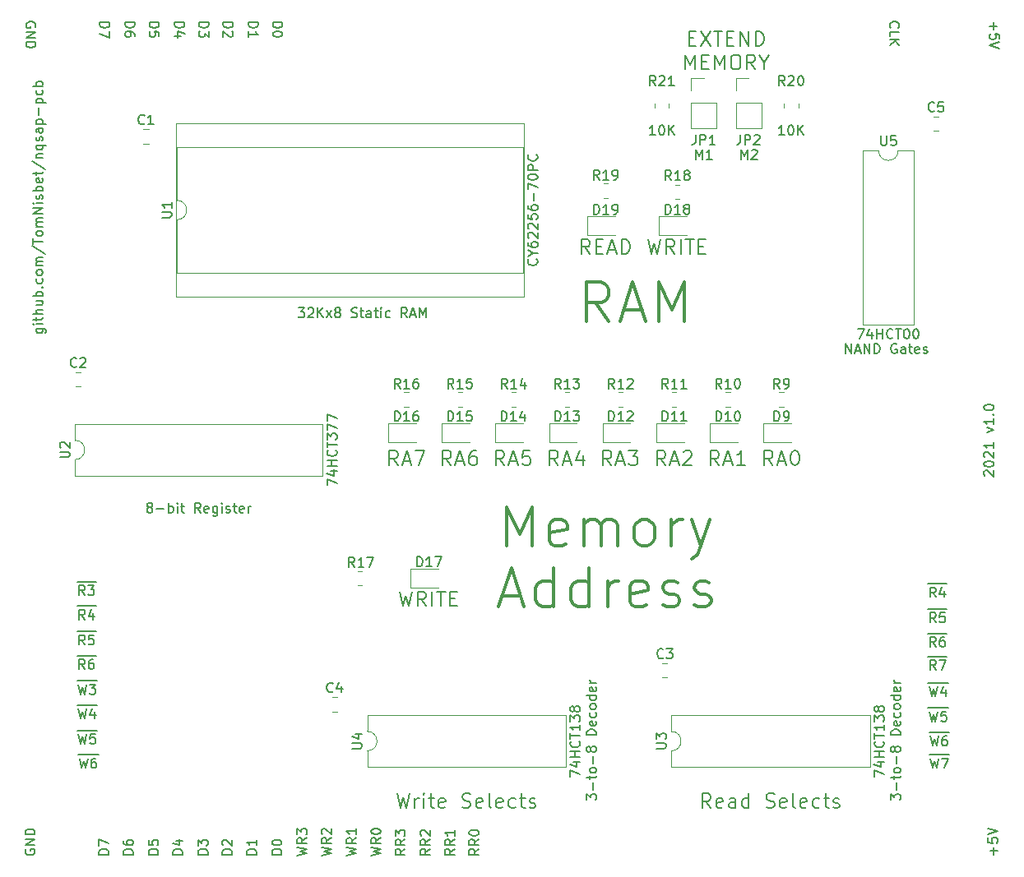
<source format=gto>
G04 #@! TF.GenerationSoftware,KiCad,Pcbnew,(5.1.9)-1*
G04 #@! TF.CreationDate,2021-10-24T10:03:22-04:00*
G04 #@! TF.ProjectId,ram-mar,72616d2d-6d61-4722-9e6b-696361645f70,1.0*
G04 #@! TF.SameCoordinates,Original*
G04 #@! TF.FileFunction,Legend,Top*
G04 #@! TF.FilePolarity,Positive*
%FSLAX46Y46*%
G04 Gerber Fmt 4.6, Leading zero omitted, Abs format (unit mm)*
G04 Created by KiCad (PCBNEW (5.1.9)-1) date 2021-10-24 10:03:22*
%MOMM*%
%LPD*%
G01*
G04 APERTURE LIST*
%ADD10C,0.170000*%
%ADD11C,0.150000*%
%ADD12C,0.300000*%
%ADD13C,0.120000*%
%ADD14O,1.600000X1.600000*%
%ADD15R,1.600000X1.600000*%
%ADD16O,1.700000X1.700000*%
%ADD17R,1.700000X1.700000*%
G04 APERTURE END LIST*
D10*
X154178571Y-49782857D02*
X154678571Y-49782857D01*
X154892857Y-50568571D02*
X154178571Y-50568571D01*
X154178571Y-49068571D01*
X154892857Y-49068571D01*
X155392857Y-49068571D02*
X156392857Y-50568571D01*
X156392857Y-49068571D02*
X155392857Y-50568571D01*
X156750000Y-49068571D02*
X157607142Y-49068571D01*
X157178571Y-50568571D02*
X157178571Y-49068571D01*
X158107142Y-49782857D02*
X158607142Y-49782857D01*
X158821428Y-50568571D02*
X158107142Y-50568571D01*
X158107142Y-49068571D01*
X158821428Y-49068571D01*
X159464285Y-50568571D02*
X159464285Y-49068571D01*
X160321428Y-50568571D01*
X160321428Y-49068571D01*
X161035714Y-50568571D02*
X161035714Y-49068571D01*
X161392857Y-49068571D01*
X161607142Y-49140000D01*
X161750000Y-49282857D01*
X161821428Y-49425714D01*
X161892857Y-49711428D01*
X161892857Y-49925714D01*
X161821428Y-50211428D01*
X161750000Y-50354285D01*
X161607142Y-50497142D01*
X161392857Y-50568571D01*
X161035714Y-50568571D01*
X153785714Y-52988571D02*
X153785714Y-51488571D01*
X154285714Y-52560000D01*
X154785714Y-51488571D01*
X154785714Y-52988571D01*
X155500000Y-52202857D02*
X156000000Y-52202857D01*
X156214285Y-52988571D02*
X155500000Y-52988571D01*
X155500000Y-51488571D01*
X156214285Y-51488571D01*
X156857142Y-52988571D02*
X156857142Y-51488571D01*
X157357142Y-52560000D01*
X157857142Y-51488571D01*
X157857142Y-52988571D01*
X158857142Y-51488571D02*
X159142857Y-51488571D01*
X159285714Y-51560000D01*
X159428571Y-51702857D01*
X159500000Y-51988571D01*
X159500000Y-52488571D01*
X159428571Y-52774285D01*
X159285714Y-52917142D01*
X159142857Y-52988571D01*
X158857142Y-52988571D01*
X158714285Y-52917142D01*
X158571428Y-52774285D01*
X158500000Y-52488571D01*
X158500000Y-51988571D01*
X158571428Y-51702857D01*
X158714285Y-51560000D01*
X158857142Y-51488571D01*
X161000000Y-52988571D02*
X160500000Y-52274285D01*
X160142857Y-52988571D02*
X160142857Y-51488571D01*
X160714285Y-51488571D01*
X160857142Y-51560000D01*
X160928571Y-51631428D01*
X161000000Y-51774285D01*
X161000000Y-51988571D01*
X160928571Y-52131428D01*
X160857142Y-52202857D01*
X160714285Y-52274285D01*
X160142857Y-52274285D01*
X161928571Y-52274285D02*
X161928571Y-52988571D01*
X161428571Y-51488571D02*
X161928571Y-52274285D01*
X162428571Y-51488571D01*
X156421428Y-129078571D02*
X155921428Y-128364285D01*
X155564285Y-129078571D02*
X155564285Y-127578571D01*
X156135714Y-127578571D01*
X156278571Y-127650000D01*
X156350000Y-127721428D01*
X156421428Y-127864285D01*
X156421428Y-128078571D01*
X156350000Y-128221428D01*
X156278571Y-128292857D01*
X156135714Y-128364285D01*
X155564285Y-128364285D01*
X157635714Y-129007142D02*
X157492857Y-129078571D01*
X157207142Y-129078571D01*
X157064285Y-129007142D01*
X156992857Y-128864285D01*
X156992857Y-128292857D01*
X157064285Y-128150000D01*
X157207142Y-128078571D01*
X157492857Y-128078571D01*
X157635714Y-128150000D01*
X157707142Y-128292857D01*
X157707142Y-128435714D01*
X156992857Y-128578571D01*
X158992857Y-129078571D02*
X158992857Y-128292857D01*
X158921428Y-128150000D01*
X158778571Y-128078571D01*
X158492857Y-128078571D01*
X158350000Y-128150000D01*
X158992857Y-129007142D02*
X158850000Y-129078571D01*
X158492857Y-129078571D01*
X158350000Y-129007142D01*
X158278571Y-128864285D01*
X158278571Y-128721428D01*
X158350000Y-128578571D01*
X158492857Y-128507142D01*
X158850000Y-128507142D01*
X158992857Y-128435714D01*
X160350000Y-129078571D02*
X160350000Y-127578571D01*
X160350000Y-129007142D02*
X160207142Y-129078571D01*
X159921428Y-129078571D01*
X159778571Y-129007142D01*
X159707142Y-128935714D01*
X159635714Y-128792857D01*
X159635714Y-128364285D01*
X159707142Y-128221428D01*
X159778571Y-128150000D01*
X159921428Y-128078571D01*
X160207142Y-128078571D01*
X160350000Y-128150000D01*
X162135714Y-129007142D02*
X162350000Y-129078571D01*
X162707142Y-129078571D01*
X162850000Y-129007142D01*
X162921428Y-128935714D01*
X162992857Y-128792857D01*
X162992857Y-128650000D01*
X162921428Y-128507142D01*
X162850000Y-128435714D01*
X162707142Y-128364285D01*
X162421428Y-128292857D01*
X162278571Y-128221428D01*
X162207142Y-128150000D01*
X162135714Y-128007142D01*
X162135714Y-127864285D01*
X162207142Y-127721428D01*
X162278571Y-127650000D01*
X162421428Y-127578571D01*
X162778571Y-127578571D01*
X162992857Y-127650000D01*
X164207142Y-129007142D02*
X164064285Y-129078571D01*
X163778571Y-129078571D01*
X163635714Y-129007142D01*
X163564285Y-128864285D01*
X163564285Y-128292857D01*
X163635714Y-128150000D01*
X163778571Y-128078571D01*
X164064285Y-128078571D01*
X164207142Y-128150000D01*
X164278571Y-128292857D01*
X164278571Y-128435714D01*
X163564285Y-128578571D01*
X165135714Y-129078571D02*
X164992857Y-129007142D01*
X164921428Y-128864285D01*
X164921428Y-127578571D01*
X166278571Y-129007142D02*
X166135714Y-129078571D01*
X165850000Y-129078571D01*
X165707142Y-129007142D01*
X165635714Y-128864285D01*
X165635714Y-128292857D01*
X165707142Y-128150000D01*
X165850000Y-128078571D01*
X166135714Y-128078571D01*
X166278571Y-128150000D01*
X166350000Y-128292857D01*
X166350000Y-128435714D01*
X165635714Y-128578571D01*
X167635714Y-129007142D02*
X167492857Y-129078571D01*
X167207142Y-129078571D01*
X167064285Y-129007142D01*
X166992857Y-128935714D01*
X166921428Y-128792857D01*
X166921428Y-128364285D01*
X166992857Y-128221428D01*
X167064285Y-128150000D01*
X167207142Y-128078571D01*
X167492857Y-128078571D01*
X167635714Y-128150000D01*
X168064285Y-128078571D02*
X168635714Y-128078571D01*
X168278571Y-127578571D02*
X168278571Y-128864285D01*
X168350000Y-129007142D01*
X168492857Y-129078571D01*
X168635714Y-129078571D01*
X169064285Y-129007142D02*
X169207142Y-129078571D01*
X169492857Y-129078571D01*
X169635714Y-129007142D01*
X169707142Y-128864285D01*
X169707142Y-128792857D01*
X169635714Y-128650000D01*
X169492857Y-128578571D01*
X169278571Y-128578571D01*
X169135714Y-128507142D01*
X169064285Y-128364285D01*
X169064285Y-128292857D01*
X169135714Y-128150000D01*
X169278571Y-128078571D01*
X169492857Y-128078571D01*
X169635714Y-128150000D01*
X124121428Y-127578571D02*
X124478571Y-129078571D01*
X124764285Y-128007142D01*
X125050000Y-129078571D01*
X125407142Y-127578571D01*
X125978571Y-129078571D02*
X125978571Y-128078571D01*
X125978571Y-128364285D02*
X126050000Y-128221428D01*
X126121428Y-128150000D01*
X126264285Y-128078571D01*
X126407142Y-128078571D01*
X126907142Y-129078571D02*
X126907142Y-128078571D01*
X126907142Y-127578571D02*
X126835714Y-127650000D01*
X126907142Y-127721428D01*
X126978571Y-127650000D01*
X126907142Y-127578571D01*
X126907142Y-127721428D01*
X127407142Y-128078571D02*
X127978571Y-128078571D01*
X127621428Y-127578571D02*
X127621428Y-128864285D01*
X127692857Y-129007142D01*
X127835714Y-129078571D01*
X127978571Y-129078571D01*
X129050000Y-129007142D02*
X128907142Y-129078571D01*
X128621428Y-129078571D01*
X128478571Y-129007142D01*
X128407142Y-128864285D01*
X128407142Y-128292857D01*
X128478571Y-128150000D01*
X128621428Y-128078571D01*
X128907142Y-128078571D01*
X129050000Y-128150000D01*
X129121428Y-128292857D01*
X129121428Y-128435714D01*
X128407142Y-128578571D01*
X130835714Y-129007142D02*
X131050000Y-129078571D01*
X131407142Y-129078571D01*
X131550000Y-129007142D01*
X131621428Y-128935714D01*
X131692857Y-128792857D01*
X131692857Y-128650000D01*
X131621428Y-128507142D01*
X131550000Y-128435714D01*
X131407142Y-128364285D01*
X131121428Y-128292857D01*
X130978571Y-128221428D01*
X130907142Y-128150000D01*
X130835714Y-128007142D01*
X130835714Y-127864285D01*
X130907142Y-127721428D01*
X130978571Y-127650000D01*
X131121428Y-127578571D01*
X131478571Y-127578571D01*
X131692857Y-127650000D01*
X132907142Y-129007142D02*
X132764285Y-129078571D01*
X132478571Y-129078571D01*
X132335714Y-129007142D01*
X132264285Y-128864285D01*
X132264285Y-128292857D01*
X132335714Y-128150000D01*
X132478571Y-128078571D01*
X132764285Y-128078571D01*
X132907142Y-128150000D01*
X132978571Y-128292857D01*
X132978571Y-128435714D01*
X132264285Y-128578571D01*
X133835714Y-129078571D02*
X133692857Y-129007142D01*
X133621428Y-128864285D01*
X133621428Y-127578571D01*
X134978571Y-129007142D02*
X134835714Y-129078571D01*
X134550000Y-129078571D01*
X134407142Y-129007142D01*
X134335714Y-128864285D01*
X134335714Y-128292857D01*
X134407142Y-128150000D01*
X134550000Y-128078571D01*
X134835714Y-128078571D01*
X134978571Y-128150000D01*
X135050000Y-128292857D01*
X135050000Y-128435714D01*
X134335714Y-128578571D01*
X136335714Y-129007142D02*
X136192857Y-129078571D01*
X135907142Y-129078571D01*
X135764285Y-129007142D01*
X135692857Y-128935714D01*
X135621428Y-128792857D01*
X135621428Y-128364285D01*
X135692857Y-128221428D01*
X135764285Y-128150000D01*
X135907142Y-128078571D01*
X136192857Y-128078571D01*
X136335714Y-128150000D01*
X136764285Y-128078571D02*
X137335714Y-128078571D01*
X136978571Y-127578571D02*
X136978571Y-128864285D01*
X137050000Y-129007142D01*
X137192857Y-129078571D01*
X137335714Y-129078571D01*
X137764285Y-129007142D02*
X137907142Y-129078571D01*
X138192857Y-129078571D01*
X138335714Y-129007142D01*
X138407142Y-128864285D01*
X138407142Y-128792857D01*
X138335714Y-128650000D01*
X138192857Y-128578571D01*
X137978571Y-128578571D01*
X137835714Y-128507142D01*
X137764285Y-128364285D01*
X137764285Y-128292857D01*
X137835714Y-128150000D01*
X137978571Y-128078571D01*
X138192857Y-128078571D01*
X138335714Y-128150000D01*
D11*
X132552380Y-133292976D02*
X132076190Y-133626309D01*
X132552380Y-133864404D02*
X131552380Y-133864404D01*
X131552380Y-133483452D01*
X131600000Y-133388214D01*
X131647619Y-133340595D01*
X131742857Y-133292976D01*
X131885714Y-133292976D01*
X131980952Y-133340595D01*
X132028571Y-133388214D01*
X132076190Y-133483452D01*
X132076190Y-133864404D01*
X132552380Y-132292976D02*
X132076190Y-132626309D01*
X132552380Y-132864404D02*
X131552380Y-132864404D01*
X131552380Y-132483452D01*
X131600000Y-132388214D01*
X131647619Y-132340595D01*
X131742857Y-132292976D01*
X131885714Y-132292976D01*
X131980952Y-132340595D01*
X132028571Y-132388214D01*
X132076190Y-132483452D01*
X132076190Y-132864404D01*
X131552380Y-131673928D02*
X131552380Y-131578690D01*
X131600000Y-131483452D01*
X131647619Y-131435833D01*
X131742857Y-131388214D01*
X131933333Y-131340595D01*
X132171428Y-131340595D01*
X132361904Y-131388214D01*
X132457142Y-131435833D01*
X132504761Y-131483452D01*
X132552380Y-131578690D01*
X132552380Y-131673928D01*
X132504761Y-131769166D01*
X132457142Y-131816785D01*
X132361904Y-131864404D01*
X132171428Y-131912023D01*
X131933333Y-131912023D01*
X131742857Y-131864404D01*
X131647619Y-131816785D01*
X131600000Y-131769166D01*
X131552380Y-131673928D01*
X130052380Y-133292976D02*
X129576190Y-133626309D01*
X130052380Y-133864404D02*
X129052380Y-133864404D01*
X129052380Y-133483452D01*
X129100000Y-133388214D01*
X129147619Y-133340595D01*
X129242857Y-133292976D01*
X129385714Y-133292976D01*
X129480952Y-133340595D01*
X129528571Y-133388214D01*
X129576190Y-133483452D01*
X129576190Y-133864404D01*
X130052380Y-132292976D02*
X129576190Y-132626309D01*
X130052380Y-132864404D02*
X129052380Y-132864404D01*
X129052380Y-132483452D01*
X129100000Y-132388214D01*
X129147619Y-132340595D01*
X129242857Y-132292976D01*
X129385714Y-132292976D01*
X129480952Y-132340595D01*
X129528571Y-132388214D01*
X129576190Y-132483452D01*
X129576190Y-132864404D01*
X130052380Y-131340595D02*
X130052380Y-131912023D01*
X130052380Y-131626309D02*
X129052380Y-131626309D01*
X129195238Y-131721547D01*
X129290476Y-131816785D01*
X129338095Y-131912023D01*
X127552380Y-133292976D02*
X127076190Y-133626309D01*
X127552380Y-133864404D02*
X126552380Y-133864404D01*
X126552380Y-133483452D01*
X126600000Y-133388214D01*
X126647619Y-133340595D01*
X126742857Y-133292976D01*
X126885714Y-133292976D01*
X126980952Y-133340595D01*
X127028571Y-133388214D01*
X127076190Y-133483452D01*
X127076190Y-133864404D01*
X127552380Y-132292976D02*
X127076190Y-132626309D01*
X127552380Y-132864404D02*
X126552380Y-132864404D01*
X126552380Y-132483452D01*
X126600000Y-132388214D01*
X126647619Y-132340595D01*
X126742857Y-132292976D01*
X126885714Y-132292976D01*
X126980952Y-132340595D01*
X127028571Y-132388214D01*
X127076190Y-132483452D01*
X127076190Y-132864404D01*
X126647619Y-131912023D02*
X126600000Y-131864404D01*
X126552380Y-131769166D01*
X126552380Y-131531071D01*
X126600000Y-131435833D01*
X126647619Y-131388214D01*
X126742857Y-131340595D01*
X126838095Y-131340595D01*
X126980952Y-131388214D01*
X127552380Y-131959642D01*
X127552380Y-131340595D01*
X124952380Y-133292976D02*
X124476190Y-133626309D01*
X124952380Y-133864404D02*
X123952380Y-133864404D01*
X123952380Y-133483452D01*
X124000000Y-133388214D01*
X124047619Y-133340595D01*
X124142857Y-133292976D01*
X124285714Y-133292976D01*
X124380952Y-133340595D01*
X124428571Y-133388214D01*
X124476190Y-133483452D01*
X124476190Y-133864404D01*
X124952380Y-132292976D02*
X124476190Y-132626309D01*
X124952380Y-132864404D02*
X123952380Y-132864404D01*
X123952380Y-132483452D01*
X124000000Y-132388214D01*
X124047619Y-132340595D01*
X124142857Y-132292976D01*
X124285714Y-132292976D01*
X124380952Y-132340595D01*
X124428571Y-132388214D01*
X124476190Y-132483452D01*
X124476190Y-132864404D01*
X123952380Y-131959642D02*
X123952380Y-131340595D01*
X124333333Y-131673928D01*
X124333333Y-131531071D01*
X124380952Y-131435833D01*
X124428571Y-131388214D01*
X124523809Y-131340595D01*
X124761904Y-131340595D01*
X124857142Y-131388214D01*
X124904761Y-131435833D01*
X124952380Y-131531071D01*
X124952380Y-131816785D01*
X124904761Y-131912023D01*
X124857142Y-131959642D01*
X113852380Y-133959642D02*
X114852380Y-133721547D01*
X114138095Y-133531071D01*
X114852380Y-133340595D01*
X113852380Y-133102500D01*
X114852380Y-132150119D02*
X114376190Y-132483452D01*
X114852380Y-132721547D02*
X113852380Y-132721547D01*
X113852380Y-132340595D01*
X113900000Y-132245357D01*
X113947619Y-132197738D01*
X114042857Y-132150119D01*
X114185714Y-132150119D01*
X114280952Y-132197738D01*
X114328571Y-132245357D01*
X114376190Y-132340595D01*
X114376190Y-132721547D01*
X113852380Y-131816785D02*
X113852380Y-131197738D01*
X114233333Y-131531071D01*
X114233333Y-131388214D01*
X114280952Y-131292976D01*
X114328571Y-131245357D01*
X114423809Y-131197738D01*
X114661904Y-131197738D01*
X114757142Y-131245357D01*
X114804761Y-131292976D01*
X114852380Y-131388214D01*
X114852380Y-131673928D01*
X114804761Y-131769166D01*
X114757142Y-131816785D01*
X116352380Y-133959642D02*
X117352380Y-133721547D01*
X116638095Y-133531071D01*
X117352380Y-133340595D01*
X116352380Y-133102500D01*
X117352380Y-132150119D02*
X116876190Y-132483452D01*
X117352380Y-132721547D02*
X116352380Y-132721547D01*
X116352380Y-132340595D01*
X116400000Y-132245357D01*
X116447619Y-132197738D01*
X116542857Y-132150119D01*
X116685714Y-132150119D01*
X116780952Y-132197738D01*
X116828571Y-132245357D01*
X116876190Y-132340595D01*
X116876190Y-132721547D01*
X116447619Y-131769166D02*
X116400000Y-131721547D01*
X116352380Y-131626309D01*
X116352380Y-131388214D01*
X116400000Y-131292976D01*
X116447619Y-131245357D01*
X116542857Y-131197738D01*
X116638095Y-131197738D01*
X116780952Y-131245357D01*
X117352380Y-131816785D01*
X117352380Y-131197738D01*
X118952380Y-133959642D02*
X119952380Y-133721547D01*
X119238095Y-133531071D01*
X119952380Y-133340595D01*
X118952380Y-133102500D01*
X119952380Y-132150119D02*
X119476190Y-132483452D01*
X119952380Y-132721547D02*
X118952380Y-132721547D01*
X118952380Y-132340595D01*
X119000000Y-132245357D01*
X119047619Y-132197738D01*
X119142857Y-132150119D01*
X119285714Y-132150119D01*
X119380952Y-132197738D01*
X119428571Y-132245357D01*
X119476190Y-132340595D01*
X119476190Y-132721547D01*
X119952380Y-131197738D02*
X119952380Y-131769166D01*
X119952380Y-131483452D02*
X118952380Y-131483452D01*
X119095238Y-131578690D01*
X119190476Y-131673928D01*
X119238095Y-131769166D01*
X121452380Y-133959642D02*
X122452380Y-133721547D01*
X121738095Y-133531071D01*
X122452380Y-133340595D01*
X121452380Y-133102500D01*
X122452380Y-132150119D02*
X121976190Y-132483452D01*
X122452380Y-132721547D02*
X121452380Y-132721547D01*
X121452380Y-132340595D01*
X121500000Y-132245357D01*
X121547619Y-132197738D01*
X121642857Y-132150119D01*
X121785714Y-132150119D01*
X121880952Y-132197738D01*
X121928571Y-132245357D01*
X121976190Y-132340595D01*
X121976190Y-132721547D01*
X121452380Y-131531071D02*
X121452380Y-131435833D01*
X121500000Y-131340595D01*
X121547619Y-131292976D01*
X121642857Y-131245357D01*
X121833333Y-131197738D01*
X122071428Y-131197738D01*
X122261904Y-131245357D01*
X122357142Y-131292976D01*
X122404761Y-131340595D01*
X122452380Y-131435833D01*
X122452380Y-131531071D01*
X122404761Y-131626309D01*
X122357142Y-131673928D01*
X122261904Y-131721547D01*
X122071428Y-131769166D01*
X121833333Y-131769166D01*
X121642857Y-131721547D01*
X121547619Y-131673928D01*
X121500000Y-131626309D01*
X121452380Y-131531071D01*
X178797500Y-108585000D02*
X179797500Y-108585000D01*
X179607023Y-109952380D02*
X179273690Y-109476190D01*
X179035595Y-109952380D02*
X179035595Y-108952380D01*
X179416547Y-108952380D01*
X179511785Y-109000000D01*
X179559404Y-109047619D01*
X179607023Y-109142857D01*
X179607023Y-109285714D01*
X179559404Y-109380952D01*
X179511785Y-109428571D01*
X179416547Y-109476190D01*
X179035595Y-109476190D01*
X179797500Y-108585000D02*
X180749880Y-108585000D01*
X180511785Y-108952380D02*
X180035595Y-108952380D01*
X179987976Y-109428571D01*
X180035595Y-109380952D01*
X180130833Y-109333333D01*
X180368928Y-109333333D01*
X180464166Y-109380952D01*
X180511785Y-109428571D01*
X180559404Y-109523809D01*
X180559404Y-109761904D01*
X180511785Y-109857142D01*
X180464166Y-109904761D01*
X180368928Y-109952380D01*
X180130833Y-109952380D01*
X180035595Y-109904761D01*
X179987976Y-109857142D01*
X178797500Y-113485000D02*
X179797500Y-113485000D01*
X179607023Y-114852380D02*
X179273690Y-114376190D01*
X179035595Y-114852380D02*
X179035595Y-113852380D01*
X179416547Y-113852380D01*
X179511785Y-113900000D01*
X179559404Y-113947619D01*
X179607023Y-114042857D01*
X179607023Y-114185714D01*
X179559404Y-114280952D01*
X179511785Y-114328571D01*
X179416547Y-114376190D01*
X179035595Y-114376190D01*
X179797500Y-113485000D02*
X180749880Y-113485000D01*
X179940357Y-113852380D02*
X180607023Y-113852380D01*
X180178452Y-114852380D01*
X178797500Y-111085000D02*
X179797500Y-111085000D01*
X179607023Y-112452380D02*
X179273690Y-111976190D01*
X179035595Y-112452380D02*
X179035595Y-111452380D01*
X179416547Y-111452380D01*
X179511785Y-111500000D01*
X179559404Y-111547619D01*
X179607023Y-111642857D01*
X179607023Y-111785714D01*
X179559404Y-111880952D01*
X179511785Y-111928571D01*
X179416547Y-111976190D01*
X179035595Y-111976190D01*
X179797500Y-111085000D02*
X180749880Y-111085000D01*
X180464166Y-111452380D02*
X180273690Y-111452380D01*
X180178452Y-111500000D01*
X180130833Y-111547619D01*
X180035595Y-111690476D01*
X179987976Y-111880952D01*
X179987976Y-112261904D01*
X180035595Y-112357142D01*
X180083214Y-112404761D01*
X180178452Y-112452380D01*
X180368928Y-112452380D01*
X180464166Y-112404761D01*
X180511785Y-112357142D01*
X180559404Y-112261904D01*
X180559404Y-112023809D01*
X180511785Y-111928571D01*
X180464166Y-111880952D01*
X180368928Y-111833333D01*
X180178452Y-111833333D01*
X180083214Y-111880952D01*
X180035595Y-111928571D01*
X179987976Y-112023809D01*
X178797500Y-116185000D02*
X179940357Y-116185000D01*
X178940357Y-116552380D02*
X179178452Y-117552380D01*
X179368928Y-116838095D01*
X179559404Y-117552380D01*
X179797500Y-116552380D01*
X179940357Y-116185000D02*
X180892738Y-116185000D01*
X180607023Y-116885714D02*
X180607023Y-117552380D01*
X180368928Y-116504761D02*
X180130833Y-117219047D01*
X180749880Y-117219047D01*
X178797500Y-118785000D02*
X179940357Y-118785000D01*
X178940357Y-119152380D02*
X179178452Y-120152380D01*
X179368928Y-119438095D01*
X179559404Y-120152380D01*
X179797500Y-119152380D01*
X179940357Y-118785000D02*
X180892738Y-118785000D01*
X180654642Y-119152380D02*
X180178452Y-119152380D01*
X180130833Y-119628571D01*
X180178452Y-119580952D01*
X180273690Y-119533333D01*
X180511785Y-119533333D01*
X180607023Y-119580952D01*
X180654642Y-119628571D01*
X180702261Y-119723809D01*
X180702261Y-119961904D01*
X180654642Y-120057142D01*
X180607023Y-120104761D01*
X180511785Y-120152380D01*
X180273690Y-120152380D01*
X180178452Y-120104761D01*
X180130833Y-120057142D01*
X178797500Y-105985000D02*
X179797500Y-105985000D01*
X179607023Y-107352380D02*
X179273690Y-106876190D01*
X179035595Y-107352380D02*
X179035595Y-106352380D01*
X179416547Y-106352380D01*
X179511785Y-106400000D01*
X179559404Y-106447619D01*
X179607023Y-106542857D01*
X179607023Y-106685714D01*
X179559404Y-106780952D01*
X179511785Y-106828571D01*
X179416547Y-106876190D01*
X179035595Y-106876190D01*
X179797500Y-105985000D02*
X180749880Y-105985000D01*
X180464166Y-106685714D02*
X180464166Y-107352380D01*
X180226071Y-106304761D02*
X179987976Y-107019047D01*
X180607023Y-107019047D01*
X178897500Y-121285000D02*
X180040357Y-121285000D01*
X179040357Y-121652380D02*
X179278452Y-122652380D01*
X179468928Y-121938095D01*
X179659404Y-122652380D01*
X179897500Y-121652380D01*
X180040357Y-121285000D02*
X180992738Y-121285000D01*
X180707023Y-121652380D02*
X180516547Y-121652380D01*
X180421309Y-121700000D01*
X180373690Y-121747619D01*
X180278452Y-121890476D01*
X180230833Y-122080952D01*
X180230833Y-122461904D01*
X180278452Y-122557142D01*
X180326071Y-122604761D01*
X180421309Y-122652380D01*
X180611785Y-122652380D01*
X180707023Y-122604761D01*
X180754642Y-122557142D01*
X180802261Y-122461904D01*
X180802261Y-122223809D01*
X180754642Y-122128571D01*
X180707023Y-122080952D01*
X180611785Y-122033333D01*
X180421309Y-122033333D01*
X180326071Y-122080952D01*
X180278452Y-122128571D01*
X180230833Y-122223809D01*
X178897500Y-123585000D02*
X180040357Y-123585000D01*
X179040357Y-123952380D02*
X179278452Y-124952380D01*
X179468928Y-124238095D01*
X179659404Y-124952380D01*
X179897500Y-123952380D01*
X180040357Y-123585000D02*
X180992738Y-123585000D01*
X180183214Y-123952380D02*
X180849880Y-123952380D01*
X180421309Y-124952380D01*
D12*
X135414285Y-102059523D02*
X135414285Y-98059523D01*
X136747619Y-100916666D01*
X138080952Y-98059523D01*
X138080952Y-102059523D01*
X141509523Y-101869047D02*
X141128571Y-102059523D01*
X140366666Y-102059523D01*
X139985714Y-101869047D01*
X139795238Y-101488095D01*
X139795238Y-99964285D01*
X139985714Y-99583333D01*
X140366666Y-99392857D01*
X141128571Y-99392857D01*
X141509523Y-99583333D01*
X141700000Y-99964285D01*
X141700000Y-100345238D01*
X139795238Y-100726190D01*
X143414285Y-102059523D02*
X143414285Y-99392857D01*
X143414285Y-99773809D02*
X143604761Y-99583333D01*
X143985714Y-99392857D01*
X144557142Y-99392857D01*
X144938095Y-99583333D01*
X145128571Y-99964285D01*
X145128571Y-102059523D01*
X145128571Y-99964285D02*
X145319047Y-99583333D01*
X145700000Y-99392857D01*
X146271428Y-99392857D01*
X146652380Y-99583333D01*
X146842857Y-99964285D01*
X146842857Y-102059523D01*
X149319047Y-102059523D02*
X148938095Y-101869047D01*
X148747619Y-101678571D01*
X148557142Y-101297619D01*
X148557142Y-100154761D01*
X148747619Y-99773809D01*
X148938095Y-99583333D01*
X149319047Y-99392857D01*
X149890476Y-99392857D01*
X150271428Y-99583333D01*
X150461904Y-99773809D01*
X150652380Y-100154761D01*
X150652380Y-101297619D01*
X150461904Y-101678571D01*
X150271428Y-101869047D01*
X149890476Y-102059523D01*
X149319047Y-102059523D01*
X152366666Y-102059523D02*
X152366666Y-99392857D01*
X152366666Y-100154761D02*
X152557142Y-99773809D01*
X152747619Y-99583333D01*
X153128571Y-99392857D01*
X153509523Y-99392857D01*
X154461904Y-99392857D02*
X155414285Y-102059523D01*
X156366666Y-99392857D02*
X155414285Y-102059523D01*
X155033333Y-103011904D01*
X154842857Y-103202380D01*
X154461904Y-103392857D01*
X134938095Y-107216666D02*
X136842857Y-107216666D01*
X134557142Y-108359523D02*
X135890476Y-104359523D01*
X137223809Y-108359523D01*
X140271428Y-108359523D02*
X140271428Y-104359523D01*
X140271428Y-108169047D02*
X139890476Y-108359523D01*
X139128571Y-108359523D01*
X138747619Y-108169047D01*
X138557142Y-107978571D01*
X138366666Y-107597619D01*
X138366666Y-106454761D01*
X138557142Y-106073809D01*
X138747619Y-105883333D01*
X139128571Y-105692857D01*
X139890476Y-105692857D01*
X140271428Y-105883333D01*
X143890476Y-108359523D02*
X143890476Y-104359523D01*
X143890476Y-108169047D02*
X143509523Y-108359523D01*
X142747619Y-108359523D01*
X142366666Y-108169047D01*
X142176190Y-107978571D01*
X141985714Y-107597619D01*
X141985714Y-106454761D01*
X142176190Y-106073809D01*
X142366666Y-105883333D01*
X142747619Y-105692857D01*
X143509523Y-105692857D01*
X143890476Y-105883333D01*
X145795238Y-108359523D02*
X145795238Y-105692857D01*
X145795238Y-106454761D02*
X145985714Y-106073809D01*
X146176190Y-105883333D01*
X146557142Y-105692857D01*
X146938095Y-105692857D01*
X149795238Y-108169047D02*
X149414285Y-108359523D01*
X148652380Y-108359523D01*
X148271428Y-108169047D01*
X148080952Y-107788095D01*
X148080952Y-106264285D01*
X148271428Y-105883333D01*
X148652380Y-105692857D01*
X149414285Y-105692857D01*
X149795238Y-105883333D01*
X149985714Y-106264285D01*
X149985714Y-106645238D01*
X148080952Y-107026190D01*
X151509523Y-108169047D02*
X151890476Y-108359523D01*
X152652380Y-108359523D01*
X153033333Y-108169047D01*
X153223809Y-107788095D01*
X153223809Y-107597619D01*
X153033333Y-107216666D01*
X152652380Y-107026190D01*
X152080952Y-107026190D01*
X151700000Y-106835714D01*
X151509523Y-106454761D01*
X151509523Y-106264285D01*
X151700000Y-105883333D01*
X152080952Y-105692857D01*
X152652380Y-105692857D01*
X153033333Y-105883333D01*
X154747619Y-108169047D02*
X155128571Y-108359523D01*
X155890476Y-108359523D01*
X156271428Y-108169047D01*
X156461904Y-107788095D01*
X156461904Y-107597619D01*
X156271428Y-107216666D01*
X155890476Y-107026190D01*
X155319047Y-107026190D01*
X154938095Y-106835714D01*
X154747619Y-106454761D01*
X154747619Y-106264285D01*
X154938095Y-105883333D01*
X155319047Y-105692857D01*
X155890476Y-105692857D01*
X156271428Y-105883333D01*
D11*
X184647619Y-94866666D02*
X184600000Y-94819047D01*
X184552380Y-94723809D01*
X184552380Y-94485714D01*
X184600000Y-94390476D01*
X184647619Y-94342857D01*
X184742857Y-94295238D01*
X184838095Y-94295238D01*
X184980952Y-94342857D01*
X185552380Y-94914285D01*
X185552380Y-94295238D01*
X184552380Y-93676190D02*
X184552380Y-93580952D01*
X184600000Y-93485714D01*
X184647619Y-93438095D01*
X184742857Y-93390476D01*
X184933333Y-93342857D01*
X185171428Y-93342857D01*
X185361904Y-93390476D01*
X185457142Y-93438095D01*
X185504761Y-93485714D01*
X185552380Y-93580952D01*
X185552380Y-93676190D01*
X185504761Y-93771428D01*
X185457142Y-93819047D01*
X185361904Y-93866666D01*
X185171428Y-93914285D01*
X184933333Y-93914285D01*
X184742857Y-93866666D01*
X184647619Y-93819047D01*
X184600000Y-93771428D01*
X184552380Y-93676190D01*
X184647619Y-92961904D02*
X184600000Y-92914285D01*
X184552380Y-92819047D01*
X184552380Y-92580952D01*
X184600000Y-92485714D01*
X184647619Y-92438095D01*
X184742857Y-92390476D01*
X184838095Y-92390476D01*
X184980952Y-92438095D01*
X185552380Y-93009523D01*
X185552380Y-92390476D01*
X185552380Y-91438095D02*
X185552380Y-92009523D01*
X185552380Y-91723809D02*
X184552380Y-91723809D01*
X184695238Y-91819047D01*
X184790476Y-91914285D01*
X184838095Y-92009523D01*
X184885714Y-90342857D02*
X185552380Y-90104761D01*
X184885714Y-89866666D01*
X185552380Y-88961904D02*
X185552380Y-89533333D01*
X185552380Y-89247619D02*
X184552380Y-89247619D01*
X184695238Y-89342857D01*
X184790476Y-89438095D01*
X184838095Y-89533333D01*
X185457142Y-88533333D02*
X185504761Y-88485714D01*
X185552380Y-88533333D01*
X185504761Y-88580952D01*
X185457142Y-88533333D01*
X185552380Y-88533333D01*
X184552380Y-87866666D02*
X184552380Y-87771428D01*
X184600000Y-87676190D01*
X184647619Y-87628571D01*
X184742857Y-87580952D01*
X184933333Y-87533333D01*
X185171428Y-87533333D01*
X185361904Y-87580952D01*
X185457142Y-87628571D01*
X185504761Y-87676190D01*
X185552380Y-87771428D01*
X185552380Y-87866666D01*
X185504761Y-87961904D01*
X185457142Y-88009523D01*
X185361904Y-88057142D01*
X185171428Y-88104761D01*
X184933333Y-88104761D01*
X184742857Y-88057142D01*
X184647619Y-88009523D01*
X184600000Y-87961904D01*
X184552380Y-87866666D01*
X86985714Y-79700000D02*
X87795238Y-79700000D01*
X87890476Y-79747619D01*
X87938095Y-79795238D01*
X87985714Y-79890476D01*
X87985714Y-80033333D01*
X87938095Y-80128571D01*
X87604761Y-79700000D02*
X87652380Y-79795238D01*
X87652380Y-79985714D01*
X87604761Y-80080952D01*
X87557142Y-80128571D01*
X87461904Y-80176190D01*
X87176190Y-80176190D01*
X87080952Y-80128571D01*
X87033333Y-80080952D01*
X86985714Y-79985714D01*
X86985714Y-79795238D01*
X87033333Y-79700000D01*
X87652380Y-79223809D02*
X86985714Y-79223809D01*
X86652380Y-79223809D02*
X86700000Y-79271428D01*
X86747619Y-79223809D01*
X86700000Y-79176190D01*
X86652380Y-79223809D01*
X86747619Y-79223809D01*
X86985714Y-78890476D02*
X86985714Y-78509523D01*
X86652380Y-78747619D02*
X87509523Y-78747619D01*
X87604761Y-78700000D01*
X87652380Y-78604761D01*
X87652380Y-78509523D01*
X87652380Y-78176190D02*
X86652380Y-78176190D01*
X87652380Y-77747619D02*
X87128571Y-77747619D01*
X87033333Y-77795238D01*
X86985714Y-77890476D01*
X86985714Y-78033333D01*
X87033333Y-78128571D01*
X87080952Y-78176190D01*
X86985714Y-76842857D02*
X87652380Y-76842857D01*
X86985714Y-77271428D02*
X87509523Y-77271428D01*
X87604761Y-77223809D01*
X87652380Y-77128571D01*
X87652380Y-76985714D01*
X87604761Y-76890476D01*
X87557142Y-76842857D01*
X87652380Y-76366666D02*
X86652380Y-76366666D01*
X87033333Y-76366666D02*
X86985714Y-76271428D01*
X86985714Y-76080952D01*
X87033333Y-75985714D01*
X87080952Y-75938095D01*
X87176190Y-75890476D01*
X87461904Y-75890476D01*
X87557142Y-75938095D01*
X87604761Y-75985714D01*
X87652380Y-76080952D01*
X87652380Y-76271428D01*
X87604761Y-76366666D01*
X87557142Y-75461904D02*
X87604761Y-75414285D01*
X87652380Y-75461904D01*
X87604761Y-75509523D01*
X87557142Y-75461904D01*
X87652380Y-75461904D01*
X87604761Y-74557142D02*
X87652380Y-74652380D01*
X87652380Y-74842857D01*
X87604761Y-74938095D01*
X87557142Y-74985714D01*
X87461904Y-75033333D01*
X87176190Y-75033333D01*
X87080952Y-74985714D01*
X87033333Y-74938095D01*
X86985714Y-74842857D01*
X86985714Y-74652380D01*
X87033333Y-74557142D01*
X87652380Y-73985714D02*
X87604761Y-74080952D01*
X87557142Y-74128571D01*
X87461904Y-74176190D01*
X87176190Y-74176190D01*
X87080952Y-74128571D01*
X87033333Y-74080952D01*
X86985714Y-73985714D01*
X86985714Y-73842857D01*
X87033333Y-73747619D01*
X87080952Y-73700000D01*
X87176190Y-73652380D01*
X87461904Y-73652380D01*
X87557142Y-73700000D01*
X87604761Y-73747619D01*
X87652380Y-73842857D01*
X87652380Y-73985714D01*
X87652380Y-73223809D02*
X86985714Y-73223809D01*
X87080952Y-73223809D02*
X87033333Y-73176190D01*
X86985714Y-73080952D01*
X86985714Y-72938095D01*
X87033333Y-72842857D01*
X87128571Y-72795238D01*
X87652380Y-72795238D01*
X87128571Y-72795238D02*
X87033333Y-72747619D01*
X86985714Y-72652380D01*
X86985714Y-72509523D01*
X87033333Y-72414285D01*
X87128571Y-72366666D01*
X87652380Y-72366666D01*
X86604761Y-71176190D02*
X87890476Y-72033333D01*
X86652380Y-70985714D02*
X86652380Y-70414285D01*
X87652380Y-70700000D02*
X86652380Y-70700000D01*
X87652380Y-69938095D02*
X87604761Y-70033333D01*
X87557142Y-70080952D01*
X87461904Y-70128571D01*
X87176190Y-70128571D01*
X87080952Y-70080952D01*
X87033333Y-70033333D01*
X86985714Y-69938095D01*
X86985714Y-69795238D01*
X87033333Y-69700000D01*
X87080952Y-69652380D01*
X87176190Y-69604761D01*
X87461904Y-69604761D01*
X87557142Y-69652380D01*
X87604761Y-69700000D01*
X87652380Y-69795238D01*
X87652380Y-69938095D01*
X87652380Y-69176190D02*
X86985714Y-69176190D01*
X87080952Y-69176190D02*
X87033333Y-69128571D01*
X86985714Y-69033333D01*
X86985714Y-68890476D01*
X87033333Y-68795238D01*
X87128571Y-68747619D01*
X87652380Y-68747619D01*
X87128571Y-68747619D02*
X87033333Y-68700000D01*
X86985714Y-68604761D01*
X86985714Y-68461904D01*
X87033333Y-68366666D01*
X87128571Y-68319047D01*
X87652380Y-68319047D01*
X87652380Y-67842857D02*
X86652380Y-67842857D01*
X87652380Y-67271428D01*
X86652380Y-67271428D01*
X87652380Y-66795238D02*
X86985714Y-66795238D01*
X86652380Y-66795238D02*
X86700000Y-66842857D01*
X86747619Y-66795238D01*
X86700000Y-66747619D01*
X86652380Y-66795238D01*
X86747619Y-66795238D01*
X87604761Y-66366666D02*
X87652380Y-66271428D01*
X87652380Y-66080952D01*
X87604761Y-65985714D01*
X87509523Y-65938095D01*
X87461904Y-65938095D01*
X87366666Y-65985714D01*
X87319047Y-66080952D01*
X87319047Y-66223809D01*
X87271428Y-66319047D01*
X87176190Y-66366666D01*
X87128571Y-66366666D01*
X87033333Y-66319047D01*
X86985714Y-66223809D01*
X86985714Y-66080952D01*
X87033333Y-65985714D01*
X87652380Y-65509523D02*
X86652380Y-65509523D01*
X87033333Y-65509523D02*
X86985714Y-65414285D01*
X86985714Y-65223809D01*
X87033333Y-65128571D01*
X87080952Y-65080952D01*
X87176190Y-65033333D01*
X87461904Y-65033333D01*
X87557142Y-65080952D01*
X87604761Y-65128571D01*
X87652380Y-65223809D01*
X87652380Y-65414285D01*
X87604761Y-65509523D01*
X87604761Y-64223809D02*
X87652380Y-64319047D01*
X87652380Y-64509523D01*
X87604761Y-64604761D01*
X87509523Y-64652380D01*
X87128571Y-64652380D01*
X87033333Y-64604761D01*
X86985714Y-64509523D01*
X86985714Y-64319047D01*
X87033333Y-64223809D01*
X87128571Y-64176190D01*
X87223809Y-64176190D01*
X87319047Y-64652380D01*
X86985714Y-63890476D02*
X86985714Y-63509523D01*
X86652380Y-63747619D02*
X87509523Y-63747619D01*
X87604761Y-63700000D01*
X87652380Y-63604761D01*
X87652380Y-63509523D01*
X86604761Y-62461904D02*
X87890476Y-63319047D01*
X86985714Y-62128571D02*
X87652380Y-62128571D01*
X87080952Y-62128571D02*
X87033333Y-62080952D01*
X86985714Y-61985714D01*
X86985714Y-61842857D01*
X87033333Y-61747619D01*
X87128571Y-61700000D01*
X87652380Y-61700000D01*
X86985714Y-60795238D02*
X87985714Y-60795238D01*
X87604761Y-60795238D02*
X87652380Y-60890476D01*
X87652380Y-61080952D01*
X87604761Y-61176190D01*
X87557142Y-61223809D01*
X87461904Y-61271428D01*
X87176190Y-61271428D01*
X87080952Y-61223809D01*
X87033333Y-61176190D01*
X86985714Y-61080952D01*
X86985714Y-60890476D01*
X87033333Y-60795238D01*
X87604761Y-60366666D02*
X87652380Y-60271428D01*
X87652380Y-60080952D01*
X87604761Y-59985714D01*
X87509523Y-59938095D01*
X87461904Y-59938095D01*
X87366666Y-59985714D01*
X87319047Y-60080952D01*
X87319047Y-60223809D01*
X87271428Y-60319047D01*
X87176190Y-60366666D01*
X87128571Y-60366666D01*
X87033333Y-60319047D01*
X86985714Y-60223809D01*
X86985714Y-60080952D01*
X87033333Y-59985714D01*
X87652380Y-59080952D02*
X87128571Y-59080952D01*
X87033333Y-59128571D01*
X86985714Y-59223809D01*
X86985714Y-59414285D01*
X87033333Y-59509523D01*
X87604761Y-59080952D02*
X87652380Y-59176190D01*
X87652380Y-59414285D01*
X87604761Y-59509523D01*
X87509523Y-59557142D01*
X87414285Y-59557142D01*
X87319047Y-59509523D01*
X87271428Y-59414285D01*
X87271428Y-59176190D01*
X87223809Y-59080952D01*
X86985714Y-58604761D02*
X87985714Y-58604761D01*
X87033333Y-58604761D02*
X86985714Y-58509523D01*
X86985714Y-58319047D01*
X87033333Y-58223809D01*
X87080952Y-58176190D01*
X87176190Y-58128571D01*
X87461904Y-58128571D01*
X87557142Y-58176190D01*
X87604761Y-58223809D01*
X87652380Y-58319047D01*
X87652380Y-58509523D01*
X87604761Y-58604761D01*
X87271428Y-57700000D02*
X87271428Y-56938095D01*
X86985714Y-56461904D02*
X87985714Y-56461904D01*
X87033333Y-56461904D02*
X86985714Y-56366666D01*
X86985714Y-56176190D01*
X87033333Y-56080952D01*
X87080952Y-56033333D01*
X87176190Y-55985714D01*
X87461904Y-55985714D01*
X87557142Y-56033333D01*
X87604761Y-56080952D01*
X87652380Y-56176190D01*
X87652380Y-56366666D01*
X87604761Y-56461904D01*
X87604761Y-55128571D02*
X87652380Y-55223809D01*
X87652380Y-55414285D01*
X87604761Y-55509523D01*
X87557142Y-55557142D01*
X87461904Y-55604761D01*
X87176190Y-55604761D01*
X87080952Y-55557142D01*
X87033333Y-55509523D01*
X86985714Y-55414285D01*
X86985714Y-55223809D01*
X87033333Y-55128571D01*
X87652380Y-54700000D02*
X86652380Y-54700000D01*
X87033333Y-54700000D02*
X86985714Y-54604761D01*
X86985714Y-54414285D01*
X87033333Y-54319047D01*
X87080952Y-54271428D01*
X87176190Y-54223809D01*
X87461904Y-54223809D01*
X87557142Y-54271428D01*
X87604761Y-54319047D01*
X87652380Y-54414285D01*
X87652380Y-54604761D01*
X87604761Y-54700000D01*
X91197500Y-121085000D02*
X92340357Y-121085000D01*
X91340357Y-121452380D02*
X91578452Y-122452380D01*
X91768928Y-121738095D01*
X91959404Y-122452380D01*
X92197500Y-121452380D01*
X92340357Y-121085000D02*
X93292738Y-121085000D01*
X93054642Y-121452380D02*
X92578452Y-121452380D01*
X92530833Y-121928571D01*
X92578452Y-121880952D01*
X92673690Y-121833333D01*
X92911785Y-121833333D01*
X93007023Y-121880952D01*
X93054642Y-121928571D01*
X93102261Y-122023809D01*
X93102261Y-122261904D01*
X93054642Y-122357142D01*
X93007023Y-122404761D01*
X92911785Y-122452380D01*
X92673690Y-122452380D01*
X92578452Y-122404761D01*
X92530833Y-122357142D01*
X91197500Y-118485000D02*
X92340357Y-118485000D01*
X91340357Y-118852380D02*
X91578452Y-119852380D01*
X91768928Y-119138095D01*
X91959404Y-119852380D01*
X92197500Y-118852380D01*
X92340357Y-118485000D02*
X93292738Y-118485000D01*
X93007023Y-119185714D02*
X93007023Y-119852380D01*
X92768928Y-118804761D02*
X92530833Y-119519047D01*
X93149880Y-119519047D01*
X91197500Y-115985000D02*
X92340357Y-115985000D01*
X91340357Y-116352380D02*
X91578452Y-117352380D01*
X91768928Y-116638095D01*
X91959404Y-117352380D01*
X92197500Y-116352380D01*
X92340357Y-115985000D02*
X93292738Y-115985000D01*
X92483214Y-116352380D02*
X93102261Y-116352380D01*
X92768928Y-116733333D01*
X92911785Y-116733333D01*
X93007023Y-116780952D01*
X93054642Y-116828571D01*
X93102261Y-116923809D01*
X93102261Y-117161904D01*
X93054642Y-117257142D01*
X93007023Y-117304761D01*
X92911785Y-117352380D01*
X92626071Y-117352380D01*
X92530833Y-117304761D01*
X92483214Y-117257142D01*
X91197500Y-113385000D02*
X92197500Y-113385000D01*
X92007023Y-114752380D02*
X91673690Y-114276190D01*
X91435595Y-114752380D02*
X91435595Y-113752380D01*
X91816547Y-113752380D01*
X91911785Y-113800000D01*
X91959404Y-113847619D01*
X92007023Y-113942857D01*
X92007023Y-114085714D01*
X91959404Y-114180952D01*
X91911785Y-114228571D01*
X91816547Y-114276190D01*
X91435595Y-114276190D01*
X92197500Y-113385000D02*
X93149880Y-113385000D01*
X92864166Y-113752380D02*
X92673690Y-113752380D01*
X92578452Y-113800000D01*
X92530833Y-113847619D01*
X92435595Y-113990476D01*
X92387976Y-114180952D01*
X92387976Y-114561904D01*
X92435595Y-114657142D01*
X92483214Y-114704761D01*
X92578452Y-114752380D01*
X92768928Y-114752380D01*
X92864166Y-114704761D01*
X92911785Y-114657142D01*
X92959404Y-114561904D01*
X92959404Y-114323809D01*
X92911785Y-114228571D01*
X92864166Y-114180952D01*
X92768928Y-114133333D01*
X92578452Y-114133333D01*
X92483214Y-114180952D01*
X92435595Y-114228571D01*
X92387976Y-114323809D01*
X91197500Y-110885000D02*
X92197500Y-110885000D01*
X92007023Y-112252380D02*
X91673690Y-111776190D01*
X91435595Y-112252380D02*
X91435595Y-111252380D01*
X91816547Y-111252380D01*
X91911785Y-111300000D01*
X91959404Y-111347619D01*
X92007023Y-111442857D01*
X92007023Y-111585714D01*
X91959404Y-111680952D01*
X91911785Y-111728571D01*
X91816547Y-111776190D01*
X91435595Y-111776190D01*
X92197500Y-110885000D02*
X93149880Y-110885000D01*
X92911785Y-111252380D02*
X92435595Y-111252380D01*
X92387976Y-111728571D01*
X92435595Y-111680952D01*
X92530833Y-111633333D01*
X92768928Y-111633333D01*
X92864166Y-111680952D01*
X92911785Y-111728571D01*
X92959404Y-111823809D01*
X92959404Y-112061904D01*
X92911785Y-112157142D01*
X92864166Y-112204761D01*
X92768928Y-112252380D01*
X92530833Y-112252380D01*
X92435595Y-112204761D01*
X92387976Y-112157142D01*
X91197500Y-108285000D02*
X92197500Y-108285000D01*
X92007023Y-109652380D02*
X91673690Y-109176190D01*
X91435595Y-109652380D02*
X91435595Y-108652380D01*
X91816547Y-108652380D01*
X91911785Y-108700000D01*
X91959404Y-108747619D01*
X92007023Y-108842857D01*
X92007023Y-108985714D01*
X91959404Y-109080952D01*
X91911785Y-109128571D01*
X91816547Y-109176190D01*
X91435595Y-109176190D01*
X92197500Y-108285000D02*
X93149880Y-108285000D01*
X92864166Y-108985714D02*
X92864166Y-109652380D01*
X92626071Y-108604761D02*
X92387976Y-109319047D01*
X93007023Y-109319047D01*
X91197500Y-105785000D02*
X92197500Y-105785000D01*
X92007023Y-107152380D02*
X91673690Y-106676190D01*
X91435595Y-107152380D02*
X91435595Y-106152380D01*
X91816547Y-106152380D01*
X91911785Y-106200000D01*
X91959404Y-106247619D01*
X92007023Y-106342857D01*
X92007023Y-106485714D01*
X91959404Y-106580952D01*
X91911785Y-106628571D01*
X91816547Y-106676190D01*
X91435595Y-106676190D01*
X92197500Y-105785000D02*
X93149880Y-105785000D01*
X92340357Y-106152380D02*
X92959404Y-106152380D01*
X92626071Y-106533333D01*
X92768928Y-106533333D01*
X92864166Y-106580952D01*
X92911785Y-106628571D01*
X92959404Y-106723809D01*
X92959404Y-106961904D01*
X92911785Y-107057142D01*
X92864166Y-107104761D01*
X92768928Y-107152380D01*
X92483214Y-107152380D01*
X92387976Y-107104761D01*
X92340357Y-107057142D01*
X91297500Y-123585000D02*
X92440357Y-123585000D01*
X91440357Y-123952380D02*
X91678452Y-124952380D01*
X91868928Y-124238095D01*
X92059404Y-124952380D01*
X92297500Y-123952380D01*
X92440357Y-123585000D02*
X93392738Y-123585000D01*
X93107023Y-123952380D02*
X92916547Y-123952380D01*
X92821309Y-124000000D01*
X92773690Y-124047619D01*
X92678452Y-124190476D01*
X92630833Y-124380952D01*
X92630833Y-124761904D01*
X92678452Y-124857142D01*
X92726071Y-124904761D01*
X92821309Y-124952380D01*
X93011785Y-124952380D01*
X93107023Y-124904761D01*
X93154642Y-124857142D01*
X93202261Y-124761904D01*
X93202261Y-124523809D01*
X93154642Y-124428571D01*
X93107023Y-124380952D01*
X93011785Y-124333333D01*
X92821309Y-124333333D01*
X92726071Y-124380952D01*
X92678452Y-124428571D01*
X92630833Y-124523809D01*
D12*
X145938095Y-78909523D02*
X144604761Y-77004761D01*
X143652380Y-78909523D02*
X143652380Y-74909523D01*
X145176190Y-74909523D01*
X145557142Y-75100000D01*
X145747619Y-75290476D01*
X145938095Y-75671428D01*
X145938095Y-76242857D01*
X145747619Y-76623809D01*
X145557142Y-76814285D01*
X145176190Y-77004761D01*
X143652380Y-77004761D01*
X147461904Y-77766666D02*
X149366666Y-77766666D01*
X147080952Y-78909523D02*
X148414285Y-74909523D01*
X149747619Y-78909523D01*
X151080952Y-78909523D02*
X151080952Y-74909523D01*
X152414285Y-77766666D01*
X153747619Y-74909523D01*
X153747619Y-78909523D01*
D11*
X174942857Y-48707023D02*
X174895238Y-48659404D01*
X174847619Y-48516547D01*
X174847619Y-48421309D01*
X174895238Y-48278452D01*
X174990476Y-48183214D01*
X175085714Y-48135595D01*
X175276190Y-48087976D01*
X175419047Y-48087976D01*
X175609523Y-48135595D01*
X175704761Y-48183214D01*
X175800000Y-48278452D01*
X175847619Y-48421309D01*
X175847619Y-48516547D01*
X175800000Y-48659404D01*
X175752380Y-48707023D01*
X174847619Y-49611785D02*
X174847619Y-49135595D01*
X175847619Y-49135595D01*
X174847619Y-49945119D02*
X175847619Y-49945119D01*
X174847619Y-50516547D02*
X175419047Y-50087976D01*
X175847619Y-50516547D02*
X175276190Y-49945119D01*
X185528571Y-48135595D02*
X185528571Y-48897500D01*
X185147619Y-48516547D02*
X185909523Y-48516547D01*
X186147619Y-49849880D02*
X186147619Y-49373690D01*
X185671428Y-49326071D01*
X185719047Y-49373690D01*
X185766666Y-49468928D01*
X185766666Y-49707023D01*
X185719047Y-49802261D01*
X185671428Y-49849880D01*
X185576190Y-49897500D01*
X185338095Y-49897500D01*
X185242857Y-49849880D01*
X185195238Y-49802261D01*
X185147619Y-49707023D01*
X185147619Y-49468928D01*
X185195238Y-49373690D01*
X185242857Y-49326071D01*
X186147619Y-50183214D02*
X185147619Y-50516547D01*
X186147619Y-50849880D01*
X86900000Y-48659404D02*
X86947619Y-48564166D01*
X86947619Y-48421309D01*
X86900000Y-48278452D01*
X86804761Y-48183214D01*
X86709523Y-48135595D01*
X86519047Y-48087976D01*
X86376190Y-48087976D01*
X86185714Y-48135595D01*
X86090476Y-48183214D01*
X85995238Y-48278452D01*
X85947619Y-48421309D01*
X85947619Y-48516547D01*
X85995238Y-48659404D01*
X86042857Y-48707023D01*
X86376190Y-48707023D01*
X86376190Y-48516547D01*
X85947619Y-49135595D02*
X86947619Y-49135595D01*
X85947619Y-49707023D01*
X86947619Y-49707023D01*
X85947619Y-50183214D02*
X86947619Y-50183214D01*
X86947619Y-50421309D01*
X86900000Y-50564166D01*
X86804761Y-50659404D01*
X86709523Y-50707023D01*
X86519047Y-50754642D01*
X86376190Y-50754642D01*
X86185714Y-50707023D01*
X86090476Y-50659404D01*
X85995238Y-50564166D01*
X85947619Y-50421309D01*
X85947619Y-50183214D01*
X101247619Y-48135595D02*
X102247619Y-48135595D01*
X102247619Y-48373690D01*
X102200000Y-48516547D01*
X102104761Y-48611785D01*
X102009523Y-48659404D01*
X101819047Y-48707023D01*
X101676190Y-48707023D01*
X101485714Y-48659404D01*
X101390476Y-48611785D01*
X101295238Y-48516547D01*
X101247619Y-48373690D01*
X101247619Y-48135595D01*
X101914285Y-49564166D02*
X101247619Y-49564166D01*
X102295238Y-49326071D02*
X101580952Y-49087976D01*
X101580952Y-49707023D01*
X111347619Y-48135595D02*
X112347619Y-48135595D01*
X112347619Y-48373690D01*
X112300000Y-48516547D01*
X112204761Y-48611785D01*
X112109523Y-48659404D01*
X111919047Y-48707023D01*
X111776190Y-48707023D01*
X111585714Y-48659404D01*
X111490476Y-48611785D01*
X111395238Y-48516547D01*
X111347619Y-48373690D01*
X111347619Y-48135595D01*
X112347619Y-49326071D02*
X112347619Y-49421309D01*
X112300000Y-49516547D01*
X112252380Y-49564166D01*
X112157142Y-49611785D01*
X111966666Y-49659404D01*
X111728571Y-49659404D01*
X111538095Y-49611785D01*
X111442857Y-49564166D01*
X111395238Y-49516547D01*
X111347619Y-49421309D01*
X111347619Y-49326071D01*
X111395238Y-49230833D01*
X111442857Y-49183214D01*
X111538095Y-49135595D01*
X111728571Y-49087976D01*
X111966666Y-49087976D01*
X112157142Y-49135595D01*
X112252380Y-49183214D01*
X112300000Y-49230833D01*
X112347619Y-49326071D01*
X98647619Y-48135595D02*
X99647619Y-48135595D01*
X99647619Y-48373690D01*
X99600000Y-48516547D01*
X99504761Y-48611785D01*
X99409523Y-48659404D01*
X99219047Y-48707023D01*
X99076190Y-48707023D01*
X98885714Y-48659404D01*
X98790476Y-48611785D01*
X98695238Y-48516547D01*
X98647619Y-48373690D01*
X98647619Y-48135595D01*
X99647619Y-49611785D02*
X99647619Y-49135595D01*
X99171428Y-49087976D01*
X99219047Y-49135595D01*
X99266666Y-49230833D01*
X99266666Y-49468928D01*
X99219047Y-49564166D01*
X99171428Y-49611785D01*
X99076190Y-49659404D01*
X98838095Y-49659404D01*
X98742857Y-49611785D01*
X98695238Y-49564166D01*
X98647619Y-49468928D01*
X98647619Y-49230833D01*
X98695238Y-49135595D01*
X98742857Y-49087976D01*
X108847619Y-48135595D02*
X109847619Y-48135595D01*
X109847619Y-48373690D01*
X109800000Y-48516547D01*
X109704761Y-48611785D01*
X109609523Y-48659404D01*
X109419047Y-48707023D01*
X109276190Y-48707023D01*
X109085714Y-48659404D01*
X108990476Y-48611785D01*
X108895238Y-48516547D01*
X108847619Y-48373690D01*
X108847619Y-48135595D01*
X108847619Y-49659404D02*
X108847619Y-49087976D01*
X108847619Y-49373690D02*
X109847619Y-49373690D01*
X109704761Y-49278452D01*
X109609523Y-49183214D01*
X109561904Y-49087976D01*
X103747619Y-48135595D02*
X104747619Y-48135595D01*
X104747619Y-48373690D01*
X104700000Y-48516547D01*
X104604761Y-48611785D01*
X104509523Y-48659404D01*
X104319047Y-48707023D01*
X104176190Y-48707023D01*
X103985714Y-48659404D01*
X103890476Y-48611785D01*
X103795238Y-48516547D01*
X103747619Y-48373690D01*
X103747619Y-48135595D01*
X104747619Y-49040357D02*
X104747619Y-49659404D01*
X104366666Y-49326071D01*
X104366666Y-49468928D01*
X104319047Y-49564166D01*
X104271428Y-49611785D01*
X104176190Y-49659404D01*
X103938095Y-49659404D01*
X103842857Y-49611785D01*
X103795238Y-49564166D01*
X103747619Y-49468928D01*
X103747619Y-49183214D01*
X103795238Y-49087976D01*
X103842857Y-49040357D01*
X96147619Y-48135595D02*
X97147619Y-48135595D01*
X97147619Y-48373690D01*
X97100000Y-48516547D01*
X97004761Y-48611785D01*
X96909523Y-48659404D01*
X96719047Y-48707023D01*
X96576190Y-48707023D01*
X96385714Y-48659404D01*
X96290476Y-48611785D01*
X96195238Y-48516547D01*
X96147619Y-48373690D01*
X96147619Y-48135595D01*
X97147619Y-49564166D02*
X97147619Y-49373690D01*
X97100000Y-49278452D01*
X97052380Y-49230833D01*
X96909523Y-49135595D01*
X96719047Y-49087976D01*
X96338095Y-49087976D01*
X96242857Y-49135595D01*
X96195238Y-49183214D01*
X96147619Y-49278452D01*
X96147619Y-49468928D01*
X96195238Y-49564166D01*
X96242857Y-49611785D01*
X96338095Y-49659404D01*
X96576190Y-49659404D01*
X96671428Y-49611785D01*
X96719047Y-49564166D01*
X96766666Y-49468928D01*
X96766666Y-49278452D01*
X96719047Y-49183214D01*
X96671428Y-49135595D01*
X96576190Y-49087976D01*
X93547619Y-48135595D02*
X94547619Y-48135595D01*
X94547619Y-48373690D01*
X94500000Y-48516547D01*
X94404761Y-48611785D01*
X94309523Y-48659404D01*
X94119047Y-48707023D01*
X93976190Y-48707023D01*
X93785714Y-48659404D01*
X93690476Y-48611785D01*
X93595238Y-48516547D01*
X93547619Y-48373690D01*
X93547619Y-48135595D01*
X94547619Y-49040357D02*
X94547619Y-49707023D01*
X93547619Y-49278452D01*
X106247619Y-48135595D02*
X107247619Y-48135595D01*
X107247619Y-48373690D01*
X107200000Y-48516547D01*
X107104761Y-48611785D01*
X107009523Y-48659404D01*
X106819047Y-48707023D01*
X106676190Y-48707023D01*
X106485714Y-48659404D01*
X106390476Y-48611785D01*
X106295238Y-48516547D01*
X106247619Y-48373690D01*
X106247619Y-48135595D01*
X107152380Y-49087976D02*
X107200000Y-49135595D01*
X107247619Y-49230833D01*
X107247619Y-49468928D01*
X107200000Y-49564166D01*
X107152380Y-49611785D01*
X107057142Y-49659404D01*
X106961904Y-49659404D01*
X106819047Y-49611785D01*
X106247619Y-49040357D01*
X106247619Y-49659404D01*
X185571428Y-133864404D02*
X185571428Y-133102500D01*
X185952380Y-133483452D02*
X185190476Y-133483452D01*
X184952380Y-132150119D02*
X184952380Y-132626309D01*
X185428571Y-132673928D01*
X185380952Y-132626309D01*
X185333333Y-132531071D01*
X185333333Y-132292976D01*
X185380952Y-132197738D01*
X185428571Y-132150119D01*
X185523809Y-132102500D01*
X185761904Y-132102500D01*
X185857142Y-132150119D01*
X185904761Y-132197738D01*
X185952380Y-132292976D01*
X185952380Y-132531071D01*
X185904761Y-132626309D01*
X185857142Y-132673928D01*
X184952380Y-131816785D02*
X185952380Y-131483452D01*
X184952380Y-131150119D01*
X85900000Y-133340595D02*
X85852380Y-133435833D01*
X85852380Y-133578690D01*
X85900000Y-133721547D01*
X85995238Y-133816785D01*
X86090476Y-133864404D01*
X86280952Y-133912023D01*
X86423809Y-133912023D01*
X86614285Y-133864404D01*
X86709523Y-133816785D01*
X86804761Y-133721547D01*
X86852380Y-133578690D01*
X86852380Y-133483452D01*
X86804761Y-133340595D01*
X86757142Y-133292976D01*
X86423809Y-133292976D01*
X86423809Y-133483452D01*
X86852380Y-132864404D02*
X85852380Y-132864404D01*
X86852380Y-132292976D01*
X85852380Y-132292976D01*
X86852380Y-131816785D02*
X85852380Y-131816785D01*
X85852380Y-131578690D01*
X85900000Y-131435833D01*
X85995238Y-131340595D01*
X86090476Y-131292976D01*
X86280952Y-131245357D01*
X86423809Y-131245357D01*
X86614285Y-131292976D01*
X86709523Y-131340595D01*
X86804761Y-131435833D01*
X86852380Y-131578690D01*
X86852380Y-131816785D01*
X112252380Y-133864404D02*
X111252380Y-133864404D01*
X111252380Y-133626309D01*
X111300000Y-133483452D01*
X111395238Y-133388214D01*
X111490476Y-133340595D01*
X111680952Y-133292976D01*
X111823809Y-133292976D01*
X112014285Y-133340595D01*
X112109523Y-133388214D01*
X112204761Y-133483452D01*
X112252380Y-133626309D01*
X112252380Y-133864404D01*
X111252380Y-132673928D02*
X111252380Y-132578690D01*
X111300000Y-132483452D01*
X111347619Y-132435833D01*
X111442857Y-132388214D01*
X111633333Y-132340595D01*
X111871428Y-132340595D01*
X112061904Y-132388214D01*
X112157142Y-132435833D01*
X112204761Y-132483452D01*
X112252380Y-132578690D01*
X112252380Y-132673928D01*
X112204761Y-132769166D01*
X112157142Y-132816785D01*
X112061904Y-132864404D01*
X111871428Y-132912023D01*
X111633333Y-132912023D01*
X111442857Y-132864404D01*
X111347619Y-132816785D01*
X111300000Y-132769166D01*
X111252380Y-132673928D01*
X109652380Y-133864404D02*
X108652380Y-133864404D01*
X108652380Y-133626309D01*
X108700000Y-133483452D01*
X108795238Y-133388214D01*
X108890476Y-133340595D01*
X109080952Y-133292976D01*
X109223809Y-133292976D01*
X109414285Y-133340595D01*
X109509523Y-133388214D01*
X109604761Y-133483452D01*
X109652380Y-133626309D01*
X109652380Y-133864404D01*
X109652380Y-132340595D02*
X109652380Y-132912023D01*
X109652380Y-132626309D02*
X108652380Y-132626309D01*
X108795238Y-132721547D01*
X108890476Y-132816785D01*
X108938095Y-132912023D01*
X107152380Y-133864404D02*
X106152380Y-133864404D01*
X106152380Y-133626309D01*
X106200000Y-133483452D01*
X106295238Y-133388214D01*
X106390476Y-133340595D01*
X106580952Y-133292976D01*
X106723809Y-133292976D01*
X106914285Y-133340595D01*
X107009523Y-133388214D01*
X107104761Y-133483452D01*
X107152380Y-133626309D01*
X107152380Y-133864404D01*
X106247619Y-132912023D02*
X106200000Y-132864404D01*
X106152380Y-132769166D01*
X106152380Y-132531071D01*
X106200000Y-132435833D01*
X106247619Y-132388214D01*
X106342857Y-132340595D01*
X106438095Y-132340595D01*
X106580952Y-132388214D01*
X107152380Y-132959642D01*
X107152380Y-132340595D01*
X104652380Y-133864404D02*
X103652380Y-133864404D01*
X103652380Y-133626309D01*
X103700000Y-133483452D01*
X103795238Y-133388214D01*
X103890476Y-133340595D01*
X104080952Y-133292976D01*
X104223809Y-133292976D01*
X104414285Y-133340595D01*
X104509523Y-133388214D01*
X104604761Y-133483452D01*
X104652380Y-133626309D01*
X104652380Y-133864404D01*
X103652380Y-132959642D02*
X103652380Y-132340595D01*
X104033333Y-132673928D01*
X104033333Y-132531071D01*
X104080952Y-132435833D01*
X104128571Y-132388214D01*
X104223809Y-132340595D01*
X104461904Y-132340595D01*
X104557142Y-132388214D01*
X104604761Y-132435833D01*
X104652380Y-132531071D01*
X104652380Y-132816785D01*
X104604761Y-132912023D01*
X104557142Y-132959642D01*
X102052380Y-133864404D02*
X101052380Y-133864404D01*
X101052380Y-133626309D01*
X101100000Y-133483452D01*
X101195238Y-133388214D01*
X101290476Y-133340595D01*
X101480952Y-133292976D01*
X101623809Y-133292976D01*
X101814285Y-133340595D01*
X101909523Y-133388214D01*
X102004761Y-133483452D01*
X102052380Y-133626309D01*
X102052380Y-133864404D01*
X101385714Y-132435833D02*
X102052380Y-132435833D01*
X101004761Y-132673928D02*
X101719047Y-132912023D01*
X101719047Y-132292976D01*
X99552380Y-133864404D02*
X98552380Y-133864404D01*
X98552380Y-133626309D01*
X98600000Y-133483452D01*
X98695238Y-133388214D01*
X98790476Y-133340595D01*
X98980952Y-133292976D01*
X99123809Y-133292976D01*
X99314285Y-133340595D01*
X99409523Y-133388214D01*
X99504761Y-133483452D01*
X99552380Y-133626309D01*
X99552380Y-133864404D01*
X98552380Y-132388214D02*
X98552380Y-132864404D01*
X99028571Y-132912023D01*
X98980952Y-132864404D01*
X98933333Y-132769166D01*
X98933333Y-132531071D01*
X98980952Y-132435833D01*
X99028571Y-132388214D01*
X99123809Y-132340595D01*
X99361904Y-132340595D01*
X99457142Y-132388214D01*
X99504761Y-132435833D01*
X99552380Y-132531071D01*
X99552380Y-132769166D01*
X99504761Y-132864404D01*
X99457142Y-132912023D01*
X94452380Y-133864404D02*
X93452380Y-133864404D01*
X93452380Y-133626309D01*
X93500000Y-133483452D01*
X93595238Y-133388214D01*
X93690476Y-133340595D01*
X93880952Y-133292976D01*
X94023809Y-133292976D01*
X94214285Y-133340595D01*
X94309523Y-133388214D01*
X94404761Y-133483452D01*
X94452380Y-133626309D01*
X94452380Y-133864404D01*
X93452380Y-132959642D02*
X93452380Y-132292976D01*
X94452380Y-132721547D01*
X96952380Y-133864404D02*
X95952380Y-133864404D01*
X95952380Y-133626309D01*
X96000000Y-133483452D01*
X96095238Y-133388214D01*
X96190476Y-133340595D01*
X96380952Y-133292976D01*
X96523809Y-133292976D01*
X96714285Y-133340595D01*
X96809523Y-133388214D01*
X96904761Y-133483452D01*
X96952380Y-133626309D01*
X96952380Y-133864404D01*
X95952380Y-132435833D02*
X95952380Y-132626309D01*
X96000000Y-132721547D01*
X96047619Y-132769166D01*
X96190476Y-132864404D01*
X96380952Y-132912023D01*
X96761904Y-132912023D01*
X96857142Y-132864404D01*
X96904761Y-132816785D01*
X96952380Y-132721547D01*
X96952380Y-132531071D01*
X96904761Y-132435833D01*
X96857142Y-132388214D01*
X96761904Y-132340595D01*
X96523809Y-132340595D01*
X96428571Y-132388214D01*
X96380952Y-132435833D01*
X96333333Y-132531071D01*
X96333333Y-132721547D01*
X96380952Y-132816785D01*
X96428571Y-132864404D01*
X96523809Y-132912023D01*
D13*
X101470000Y-68480000D02*
X101470000Y-73940000D01*
X101470000Y-73940000D02*
X137150000Y-73940000D01*
X137150000Y-73940000D02*
X137150000Y-61020000D01*
X137150000Y-61020000D02*
X101470000Y-61020000D01*
X101470000Y-61020000D02*
X101470000Y-66480000D01*
X101410000Y-76430000D02*
X137210000Y-76430000D01*
X137210000Y-76430000D02*
X137210000Y-58530000D01*
X137210000Y-58530000D02*
X101410000Y-58530000D01*
X101410000Y-58530000D02*
X101410000Y-76430000D01*
X101470000Y-66480000D02*
G75*
G02*
X101470000Y-68480000I0J-1000000D01*
G01*
X177360000Y-61370000D02*
X175710000Y-61370000D01*
X177360000Y-79270000D02*
X177360000Y-61370000D01*
X172060000Y-79270000D02*
X177360000Y-79270000D01*
X172060000Y-61370000D02*
X172060000Y-79270000D01*
X173710000Y-61370000D02*
X172060000Y-61370000D01*
X175710000Y-61370000D02*
G75*
G02*
X173710000Y-61370000I-1000000J0D01*
G01*
X121070000Y-119540000D02*
X121070000Y-121190000D01*
X141510000Y-119540000D02*
X121070000Y-119540000D01*
X141510000Y-124840000D02*
X141510000Y-119540000D01*
X121070000Y-124840000D02*
X141510000Y-124840000D01*
X121070000Y-123190000D02*
X121070000Y-124840000D01*
X121070000Y-121190000D02*
G75*
G02*
X121070000Y-123190000I0J-1000000D01*
G01*
X152370000Y-119540000D02*
X152370000Y-121190000D01*
X172810000Y-119540000D02*
X152370000Y-119540000D01*
X172810000Y-124840000D02*
X172810000Y-119540000D01*
X152370000Y-124840000D02*
X172810000Y-124840000D01*
X152370000Y-123190000D02*
X152370000Y-124840000D01*
X152370000Y-121190000D02*
G75*
G02*
X152370000Y-123190000I0J-1000000D01*
G01*
X150665000Y-56927064D02*
X150665000Y-56472936D01*
X152135000Y-56927064D02*
X152135000Y-56472936D01*
X163965000Y-56927064D02*
X163965000Y-56472936D01*
X165435000Y-56927064D02*
X165435000Y-56472936D01*
X159020000Y-59070000D02*
X161680000Y-59070000D01*
X159020000Y-56470000D02*
X159020000Y-59070000D01*
X161680000Y-56470000D02*
X161680000Y-59070000D01*
X159020000Y-56470000D02*
X161680000Y-56470000D01*
X159020000Y-55200000D02*
X159020000Y-53870000D01*
X159020000Y-53870000D02*
X160350000Y-53870000D01*
X154370000Y-59070000D02*
X157030000Y-59070000D01*
X154370000Y-56470000D02*
X154370000Y-59070000D01*
X157030000Y-56470000D02*
X157030000Y-59070000D01*
X154370000Y-56470000D02*
X157030000Y-56470000D01*
X154370000Y-55200000D02*
X154370000Y-53870000D01*
X154370000Y-53870000D02*
X155700000Y-53870000D01*
X90970000Y-93190000D02*
X90970000Y-94840000D01*
X90970000Y-94840000D02*
X116490000Y-94840000D01*
X116490000Y-94840000D02*
X116490000Y-89540000D01*
X116490000Y-89540000D02*
X90970000Y-89540000D01*
X90970000Y-89540000D02*
X90970000Y-91190000D01*
X90970000Y-91190000D02*
G75*
G02*
X90970000Y-93190000I0J-1000000D01*
G01*
X145827064Y-66235000D02*
X145372936Y-66235000D01*
X145827064Y-64765000D02*
X145372936Y-64765000D01*
X152772936Y-64865000D02*
X153227064Y-64865000D01*
X152772936Y-66335000D02*
X153227064Y-66335000D01*
X146600000Y-68140000D02*
X143740000Y-68140000D01*
X143740000Y-68140000D02*
X143740000Y-70060000D01*
X143740000Y-70060000D02*
X146600000Y-70060000D01*
X153975000Y-68140000D02*
X151115000Y-68140000D01*
X151115000Y-68140000D02*
X151115000Y-70060000D01*
X151115000Y-70060000D02*
X153975000Y-70060000D01*
X117438748Y-117665000D02*
X117961252Y-117665000D01*
X117438748Y-119135000D02*
X117961252Y-119135000D01*
X151438748Y-114165000D02*
X151961252Y-114165000D01*
X151438748Y-115635000D02*
X151961252Y-115635000D01*
X91038748Y-84165000D02*
X91561252Y-84165000D01*
X91038748Y-85635000D02*
X91561252Y-85635000D01*
X98038748Y-59165000D02*
X98561252Y-59165000D01*
X98038748Y-60635000D02*
X98561252Y-60635000D01*
X179861252Y-59335000D02*
X179338748Y-59335000D01*
X179861252Y-57865000D02*
X179338748Y-57865000D01*
X120527064Y-104665000D02*
X120072936Y-104665000D01*
X120527064Y-106135000D02*
X120072936Y-106135000D01*
X125540000Y-106360000D02*
X128400000Y-106360000D01*
X125540000Y-104440000D02*
X125540000Y-106360000D01*
X128400000Y-104440000D02*
X125540000Y-104440000D01*
X124872936Y-87735000D02*
X125327064Y-87735000D01*
X124872936Y-86265000D02*
X125327064Y-86265000D01*
X130387221Y-87735000D02*
X130841349Y-87735000D01*
X130387221Y-86265000D02*
X130841349Y-86265000D01*
X135901506Y-87735000D02*
X136355634Y-87735000D01*
X135901506Y-86265000D02*
X136355634Y-86265000D01*
X141415791Y-87735000D02*
X141869919Y-87735000D01*
X141415791Y-86265000D02*
X141869919Y-86265000D01*
X146930076Y-87735000D02*
X147384204Y-87735000D01*
X146930076Y-86265000D02*
X147384204Y-86265000D01*
X152444361Y-87735000D02*
X152898489Y-87735000D01*
X152444361Y-86265000D02*
X152898489Y-86265000D01*
X157958646Y-87735000D02*
X158412774Y-87735000D01*
X157958646Y-86265000D02*
X158412774Y-86265000D01*
X163472936Y-87735000D02*
X163927064Y-87735000D01*
X163472936Y-86265000D02*
X163927064Y-86265000D01*
X123240000Y-91360000D02*
X126100000Y-91360000D01*
X123240000Y-89440000D02*
X123240000Y-91360000D01*
X126100000Y-89440000D02*
X123240000Y-89440000D01*
X128740000Y-91360000D02*
X131600000Y-91360000D01*
X128740000Y-89440000D02*
X128740000Y-91360000D01*
X131600000Y-89440000D02*
X128740000Y-89440000D01*
X134240000Y-91360000D02*
X137100000Y-91360000D01*
X134240000Y-89440000D02*
X134240000Y-91360000D01*
X137100000Y-89440000D02*
X134240000Y-89440000D01*
X139782855Y-91360000D02*
X142642855Y-91360000D01*
X139782855Y-89440000D02*
X139782855Y-91360000D01*
X142642855Y-89440000D02*
X139782855Y-89440000D01*
X145297140Y-91360000D02*
X148157140Y-91360000D01*
X145297140Y-89440000D02*
X145297140Y-91360000D01*
X148157140Y-89440000D02*
X145297140Y-89440000D01*
X150811425Y-91360000D02*
X153671425Y-91360000D01*
X150811425Y-89440000D02*
X150811425Y-91360000D01*
X153671425Y-89440000D02*
X150811425Y-89440000D01*
X156325710Y-91360000D02*
X159185710Y-91360000D01*
X156325710Y-89440000D02*
X156325710Y-91360000D01*
X159185710Y-89440000D02*
X156325710Y-89440000D01*
X161840000Y-91360000D02*
X164700000Y-91360000D01*
X161840000Y-89440000D02*
X161840000Y-91360000D01*
X164700000Y-89440000D02*
X161840000Y-89440000D01*
D11*
X99922380Y-68241904D02*
X100731904Y-68241904D01*
X100827142Y-68194285D01*
X100874761Y-68146666D01*
X100922380Y-68051428D01*
X100922380Y-67860952D01*
X100874761Y-67765714D01*
X100827142Y-67718095D01*
X100731904Y-67670476D01*
X99922380Y-67670476D01*
X100922380Y-66670476D02*
X100922380Y-67241904D01*
X100922380Y-66956190D02*
X99922380Y-66956190D01*
X100065238Y-67051428D01*
X100160476Y-67146666D01*
X100208095Y-67241904D01*
X138507142Y-72551428D02*
X138554761Y-72599047D01*
X138602380Y-72741904D01*
X138602380Y-72837142D01*
X138554761Y-72980000D01*
X138459523Y-73075238D01*
X138364285Y-73122857D01*
X138173809Y-73170476D01*
X138030952Y-73170476D01*
X137840476Y-73122857D01*
X137745238Y-73075238D01*
X137650000Y-72980000D01*
X137602380Y-72837142D01*
X137602380Y-72741904D01*
X137650000Y-72599047D01*
X137697619Y-72551428D01*
X138126190Y-71932380D02*
X138602380Y-71932380D01*
X137602380Y-72265714D02*
X138126190Y-71932380D01*
X137602380Y-71599047D01*
X137602380Y-70837142D02*
X137602380Y-71027619D01*
X137650000Y-71122857D01*
X137697619Y-71170476D01*
X137840476Y-71265714D01*
X138030952Y-71313333D01*
X138411904Y-71313333D01*
X138507142Y-71265714D01*
X138554761Y-71218095D01*
X138602380Y-71122857D01*
X138602380Y-70932380D01*
X138554761Y-70837142D01*
X138507142Y-70789523D01*
X138411904Y-70741904D01*
X138173809Y-70741904D01*
X138078571Y-70789523D01*
X138030952Y-70837142D01*
X137983333Y-70932380D01*
X137983333Y-71122857D01*
X138030952Y-71218095D01*
X138078571Y-71265714D01*
X138173809Y-71313333D01*
X137697619Y-70360952D02*
X137650000Y-70313333D01*
X137602380Y-70218095D01*
X137602380Y-69980000D01*
X137650000Y-69884761D01*
X137697619Y-69837142D01*
X137792857Y-69789523D01*
X137888095Y-69789523D01*
X138030952Y-69837142D01*
X138602380Y-70408571D01*
X138602380Y-69789523D01*
X137697619Y-69408571D02*
X137650000Y-69360952D01*
X137602380Y-69265714D01*
X137602380Y-69027619D01*
X137650000Y-68932380D01*
X137697619Y-68884761D01*
X137792857Y-68837142D01*
X137888095Y-68837142D01*
X138030952Y-68884761D01*
X138602380Y-69456190D01*
X138602380Y-68837142D01*
X137602380Y-67932380D02*
X137602380Y-68408571D01*
X138078571Y-68456190D01*
X138030952Y-68408571D01*
X137983333Y-68313333D01*
X137983333Y-68075238D01*
X138030952Y-67980000D01*
X138078571Y-67932380D01*
X138173809Y-67884761D01*
X138411904Y-67884761D01*
X138507142Y-67932380D01*
X138554761Y-67980000D01*
X138602380Y-68075238D01*
X138602380Y-68313333D01*
X138554761Y-68408571D01*
X138507142Y-68456190D01*
X137602380Y-67027619D02*
X137602380Y-67218095D01*
X137650000Y-67313333D01*
X137697619Y-67360952D01*
X137840476Y-67456190D01*
X138030952Y-67503809D01*
X138411904Y-67503809D01*
X138507142Y-67456190D01*
X138554761Y-67408571D01*
X138602380Y-67313333D01*
X138602380Y-67122857D01*
X138554761Y-67027619D01*
X138507142Y-66980000D01*
X138411904Y-66932380D01*
X138173809Y-66932380D01*
X138078571Y-66980000D01*
X138030952Y-67027619D01*
X137983333Y-67122857D01*
X137983333Y-67313333D01*
X138030952Y-67408571D01*
X138078571Y-67456190D01*
X138173809Y-67503809D01*
X138221428Y-66503809D02*
X138221428Y-65741904D01*
X137602380Y-65360952D02*
X137602380Y-64694285D01*
X138602380Y-65122857D01*
X137602380Y-64122857D02*
X137602380Y-64027619D01*
X137650000Y-63932380D01*
X137697619Y-63884761D01*
X137792857Y-63837142D01*
X137983333Y-63789523D01*
X138221428Y-63789523D01*
X138411904Y-63837142D01*
X138507142Y-63884761D01*
X138554761Y-63932380D01*
X138602380Y-64027619D01*
X138602380Y-64122857D01*
X138554761Y-64218095D01*
X138507142Y-64265714D01*
X138411904Y-64313333D01*
X138221428Y-64360952D01*
X137983333Y-64360952D01*
X137792857Y-64313333D01*
X137697619Y-64265714D01*
X137650000Y-64218095D01*
X137602380Y-64122857D01*
X138602380Y-63360952D02*
X137602380Y-63360952D01*
X137602380Y-62980000D01*
X137650000Y-62884761D01*
X137697619Y-62837142D01*
X137792857Y-62789523D01*
X137935714Y-62789523D01*
X138030952Y-62837142D01*
X138078571Y-62884761D01*
X138126190Y-62980000D01*
X138126190Y-63360952D01*
X138507142Y-61789523D02*
X138554761Y-61837142D01*
X138602380Y-61980000D01*
X138602380Y-62075238D01*
X138554761Y-62218095D01*
X138459523Y-62313333D01*
X138364285Y-62360952D01*
X138173809Y-62408571D01*
X138030952Y-62408571D01*
X137840476Y-62360952D01*
X137745238Y-62313333D01*
X137650000Y-62218095D01*
X137602380Y-62075238D01*
X137602380Y-61980000D01*
X137650000Y-61837142D01*
X137697619Y-61789523D01*
X113980952Y-77552380D02*
X114600000Y-77552380D01*
X114266666Y-77933333D01*
X114409523Y-77933333D01*
X114504761Y-77980952D01*
X114552380Y-78028571D01*
X114600000Y-78123809D01*
X114600000Y-78361904D01*
X114552380Y-78457142D01*
X114504761Y-78504761D01*
X114409523Y-78552380D01*
X114123809Y-78552380D01*
X114028571Y-78504761D01*
X113980952Y-78457142D01*
X114980952Y-77647619D02*
X115028571Y-77600000D01*
X115123809Y-77552380D01*
X115361904Y-77552380D01*
X115457142Y-77600000D01*
X115504761Y-77647619D01*
X115552380Y-77742857D01*
X115552380Y-77838095D01*
X115504761Y-77980952D01*
X114933333Y-78552380D01*
X115552380Y-78552380D01*
X115980952Y-78552380D02*
X115980952Y-77552380D01*
X116552380Y-78552380D02*
X116123809Y-77980952D01*
X116552380Y-77552380D02*
X115980952Y-78123809D01*
X116885714Y-78552380D02*
X117409523Y-77885714D01*
X116885714Y-77885714D02*
X117409523Y-78552380D01*
X117933333Y-77980952D02*
X117838095Y-77933333D01*
X117790476Y-77885714D01*
X117742857Y-77790476D01*
X117742857Y-77742857D01*
X117790476Y-77647619D01*
X117838095Y-77600000D01*
X117933333Y-77552380D01*
X118123809Y-77552380D01*
X118219047Y-77600000D01*
X118266666Y-77647619D01*
X118314285Y-77742857D01*
X118314285Y-77790476D01*
X118266666Y-77885714D01*
X118219047Y-77933333D01*
X118123809Y-77980952D01*
X117933333Y-77980952D01*
X117838095Y-78028571D01*
X117790476Y-78076190D01*
X117742857Y-78171428D01*
X117742857Y-78361904D01*
X117790476Y-78457142D01*
X117838095Y-78504761D01*
X117933333Y-78552380D01*
X118123809Y-78552380D01*
X118219047Y-78504761D01*
X118266666Y-78457142D01*
X118314285Y-78361904D01*
X118314285Y-78171428D01*
X118266666Y-78076190D01*
X118219047Y-78028571D01*
X118123809Y-77980952D01*
X119457142Y-78504761D02*
X119600000Y-78552380D01*
X119838095Y-78552380D01*
X119933333Y-78504761D01*
X119980952Y-78457142D01*
X120028571Y-78361904D01*
X120028571Y-78266666D01*
X119980952Y-78171428D01*
X119933333Y-78123809D01*
X119838095Y-78076190D01*
X119647619Y-78028571D01*
X119552380Y-77980952D01*
X119504761Y-77933333D01*
X119457142Y-77838095D01*
X119457142Y-77742857D01*
X119504761Y-77647619D01*
X119552380Y-77600000D01*
X119647619Y-77552380D01*
X119885714Y-77552380D01*
X120028571Y-77600000D01*
X120314285Y-77885714D02*
X120695238Y-77885714D01*
X120457142Y-77552380D02*
X120457142Y-78409523D01*
X120504761Y-78504761D01*
X120600000Y-78552380D01*
X120695238Y-78552380D01*
X121457142Y-78552380D02*
X121457142Y-78028571D01*
X121409523Y-77933333D01*
X121314285Y-77885714D01*
X121123809Y-77885714D01*
X121028571Y-77933333D01*
X121457142Y-78504761D02*
X121361904Y-78552380D01*
X121123809Y-78552380D01*
X121028571Y-78504761D01*
X120980952Y-78409523D01*
X120980952Y-78314285D01*
X121028571Y-78219047D01*
X121123809Y-78171428D01*
X121361904Y-78171428D01*
X121457142Y-78123809D01*
X121790476Y-77885714D02*
X122171428Y-77885714D01*
X121933333Y-77552380D02*
X121933333Y-78409523D01*
X121980952Y-78504761D01*
X122076190Y-78552380D01*
X122171428Y-78552380D01*
X122504761Y-78552380D02*
X122504761Y-77885714D01*
X122504761Y-77552380D02*
X122457142Y-77600000D01*
X122504761Y-77647619D01*
X122552380Y-77600000D01*
X122504761Y-77552380D01*
X122504761Y-77647619D01*
X123409523Y-78504761D02*
X123314285Y-78552380D01*
X123123809Y-78552380D01*
X123028571Y-78504761D01*
X122980952Y-78457142D01*
X122933333Y-78361904D01*
X122933333Y-78076190D01*
X122980952Y-77980952D01*
X123028571Y-77933333D01*
X123123809Y-77885714D01*
X123314285Y-77885714D01*
X123409523Y-77933333D01*
X125171428Y-78552380D02*
X124838095Y-78076190D01*
X124600000Y-78552380D02*
X124600000Y-77552380D01*
X124980952Y-77552380D01*
X125076190Y-77600000D01*
X125123809Y-77647619D01*
X125171428Y-77742857D01*
X125171428Y-77885714D01*
X125123809Y-77980952D01*
X125076190Y-78028571D01*
X124980952Y-78076190D01*
X124600000Y-78076190D01*
X125552380Y-78266666D02*
X126028571Y-78266666D01*
X125457142Y-78552380D02*
X125790476Y-77552380D01*
X126123809Y-78552380D01*
X126457142Y-78552380D02*
X126457142Y-77552380D01*
X126790476Y-78266666D01*
X127123809Y-77552380D01*
X127123809Y-78552380D01*
X173948095Y-59822380D02*
X173948095Y-60631904D01*
X173995714Y-60727142D01*
X174043333Y-60774761D01*
X174138571Y-60822380D01*
X174329047Y-60822380D01*
X174424285Y-60774761D01*
X174471904Y-60727142D01*
X174519523Y-60631904D01*
X174519523Y-59822380D01*
X175471904Y-59822380D02*
X174995714Y-59822380D01*
X174948095Y-60298571D01*
X174995714Y-60250952D01*
X175090952Y-60203333D01*
X175329047Y-60203333D01*
X175424285Y-60250952D01*
X175471904Y-60298571D01*
X175519523Y-60393809D01*
X175519523Y-60631904D01*
X175471904Y-60727142D01*
X175424285Y-60774761D01*
X175329047Y-60822380D01*
X175090952Y-60822380D01*
X174995714Y-60774761D01*
X174948095Y-60727142D01*
X171543333Y-79722380D02*
X172210000Y-79722380D01*
X171781428Y-80722380D01*
X173019523Y-80055714D02*
X173019523Y-80722380D01*
X172781428Y-79674761D02*
X172543333Y-80389047D01*
X173162380Y-80389047D01*
X173543333Y-80722380D02*
X173543333Y-79722380D01*
X173543333Y-80198571D02*
X174114761Y-80198571D01*
X174114761Y-80722380D02*
X174114761Y-79722380D01*
X175162380Y-80627142D02*
X175114761Y-80674761D01*
X174971904Y-80722380D01*
X174876666Y-80722380D01*
X174733809Y-80674761D01*
X174638571Y-80579523D01*
X174590952Y-80484285D01*
X174543333Y-80293809D01*
X174543333Y-80150952D01*
X174590952Y-79960476D01*
X174638571Y-79865238D01*
X174733809Y-79770000D01*
X174876666Y-79722380D01*
X174971904Y-79722380D01*
X175114761Y-79770000D01*
X175162380Y-79817619D01*
X175448095Y-79722380D02*
X176019523Y-79722380D01*
X175733809Y-80722380D02*
X175733809Y-79722380D01*
X176543333Y-79722380D02*
X176638571Y-79722380D01*
X176733809Y-79770000D01*
X176781428Y-79817619D01*
X176829047Y-79912857D01*
X176876666Y-80103333D01*
X176876666Y-80341428D01*
X176829047Y-80531904D01*
X176781428Y-80627142D01*
X176733809Y-80674761D01*
X176638571Y-80722380D01*
X176543333Y-80722380D01*
X176448095Y-80674761D01*
X176400476Y-80627142D01*
X176352857Y-80531904D01*
X176305238Y-80341428D01*
X176305238Y-80103333D01*
X176352857Y-79912857D01*
X176400476Y-79817619D01*
X176448095Y-79770000D01*
X176543333Y-79722380D01*
X177495714Y-79722380D02*
X177590952Y-79722380D01*
X177686190Y-79770000D01*
X177733809Y-79817619D01*
X177781428Y-79912857D01*
X177829047Y-80103333D01*
X177829047Y-80341428D01*
X177781428Y-80531904D01*
X177733809Y-80627142D01*
X177686190Y-80674761D01*
X177590952Y-80722380D01*
X177495714Y-80722380D01*
X177400476Y-80674761D01*
X177352857Y-80627142D01*
X177305238Y-80531904D01*
X177257619Y-80341428D01*
X177257619Y-80103333D01*
X177305238Y-79912857D01*
X177352857Y-79817619D01*
X177400476Y-79770000D01*
X177495714Y-79722380D01*
X170309523Y-82252380D02*
X170309523Y-81252380D01*
X170880952Y-82252380D01*
X170880952Y-81252380D01*
X171309523Y-81966666D02*
X171785714Y-81966666D01*
X171214285Y-82252380D02*
X171547619Y-81252380D01*
X171880952Y-82252380D01*
X172214285Y-82252380D02*
X172214285Y-81252380D01*
X172785714Y-82252380D01*
X172785714Y-81252380D01*
X173261904Y-82252380D02*
X173261904Y-81252380D01*
X173500000Y-81252380D01*
X173642857Y-81300000D01*
X173738095Y-81395238D01*
X173785714Y-81490476D01*
X173833333Y-81680952D01*
X173833333Y-81823809D01*
X173785714Y-82014285D01*
X173738095Y-82109523D01*
X173642857Y-82204761D01*
X173500000Y-82252380D01*
X173261904Y-82252380D01*
X175547619Y-81300000D02*
X175452380Y-81252380D01*
X175309523Y-81252380D01*
X175166666Y-81300000D01*
X175071428Y-81395238D01*
X175023809Y-81490476D01*
X174976190Y-81680952D01*
X174976190Y-81823809D01*
X175023809Y-82014285D01*
X175071428Y-82109523D01*
X175166666Y-82204761D01*
X175309523Y-82252380D01*
X175404761Y-82252380D01*
X175547619Y-82204761D01*
X175595238Y-82157142D01*
X175595238Y-81823809D01*
X175404761Y-81823809D01*
X176452380Y-82252380D02*
X176452380Y-81728571D01*
X176404761Y-81633333D01*
X176309523Y-81585714D01*
X176119047Y-81585714D01*
X176023809Y-81633333D01*
X176452380Y-82204761D02*
X176357142Y-82252380D01*
X176119047Y-82252380D01*
X176023809Y-82204761D01*
X175976190Y-82109523D01*
X175976190Y-82014285D01*
X176023809Y-81919047D01*
X176119047Y-81871428D01*
X176357142Y-81871428D01*
X176452380Y-81823809D01*
X176785714Y-81585714D02*
X177166666Y-81585714D01*
X176928571Y-81252380D02*
X176928571Y-82109523D01*
X176976190Y-82204761D01*
X177071428Y-82252380D01*
X177166666Y-82252380D01*
X177880952Y-82204761D02*
X177785714Y-82252380D01*
X177595238Y-82252380D01*
X177500000Y-82204761D01*
X177452380Y-82109523D01*
X177452380Y-81728571D01*
X177500000Y-81633333D01*
X177595238Y-81585714D01*
X177785714Y-81585714D01*
X177880952Y-81633333D01*
X177928571Y-81728571D01*
X177928571Y-81823809D01*
X177452380Y-81919047D01*
X178309523Y-82204761D02*
X178404761Y-82252380D01*
X178595238Y-82252380D01*
X178690476Y-82204761D01*
X178738095Y-82109523D01*
X178738095Y-82061904D01*
X178690476Y-81966666D01*
X178595238Y-81919047D01*
X178452380Y-81919047D01*
X178357142Y-81871428D01*
X178309523Y-81776190D01*
X178309523Y-81728571D01*
X178357142Y-81633333D01*
X178452380Y-81585714D01*
X178595238Y-81585714D01*
X178690476Y-81633333D01*
X119522380Y-122951904D02*
X120331904Y-122951904D01*
X120427142Y-122904285D01*
X120474761Y-122856666D01*
X120522380Y-122761428D01*
X120522380Y-122570952D01*
X120474761Y-122475714D01*
X120427142Y-122428095D01*
X120331904Y-122380476D01*
X119522380Y-122380476D01*
X119855714Y-121475714D02*
X120522380Y-121475714D01*
X119474761Y-121713809D02*
X120189047Y-121951904D01*
X120189047Y-121332857D01*
X141962380Y-125832857D02*
X141962380Y-125166190D01*
X142962380Y-125594761D01*
X142295714Y-124356666D02*
X142962380Y-124356666D01*
X141914761Y-124594761D02*
X142629047Y-124832857D01*
X142629047Y-124213809D01*
X142962380Y-123832857D02*
X141962380Y-123832857D01*
X142438571Y-123832857D02*
X142438571Y-123261428D01*
X142962380Y-123261428D02*
X141962380Y-123261428D01*
X142867142Y-122213809D02*
X142914761Y-122261428D01*
X142962380Y-122404285D01*
X142962380Y-122499523D01*
X142914761Y-122642380D01*
X142819523Y-122737619D01*
X142724285Y-122785238D01*
X142533809Y-122832857D01*
X142390952Y-122832857D01*
X142200476Y-122785238D01*
X142105238Y-122737619D01*
X142010000Y-122642380D01*
X141962380Y-122499523D01*
X141962380Y-122404285D01*
X142010000Y-122261428D01*
X142057619Y-122213809D01*
X141962380Y-121928095D02*
X141962380Y-121356666D01*
X142962380Y-121642380D02*
X141962380Y-121642380D01*
X142962380Y-120499523D02*
X142962380Y-121070952D01*
X142962380Y-120785238D02*
X141962380Y-120785238D01*
X142105238Y-120880476D01*
X142200476Y-120975714D01*
X142248095Y-121070952D01*
X141962380Y-120166190D02*
X141962380Y-119547142D01*
X142343333Y-119880476D01*
X142343333Y-119737619D01*
X142390952Y-119642380D01*
X142438571Y-119594761D01*
X142533809Y-119547142D01*
X142771904Y-119547142D01*
X142867142Y-119594761D01*
X142914761Y-119642380D01*
X142962380Y-119737619D01*
X142962380Y-120023333D01*
X142914761Y-120118571D01*
X142867142Y-120166190D01*
X142390952Y-118975714D02*
X142343333Y-119070952D01*
X142295714Y-119118571D01*
X142200476Y-119166190D01*
X142152857Y-119166190D01*
X142057619Y-119118571D01*
X142010000Y-119070952D01*
X141962380Y-118975714D01*
X141962380Y-118785238D01*
X142010000Y-118690000D01*
X142057619Y-118642380D01*
X142152857Y-118594761D01*
X142200476Y-118594761D01*
X142295714Y-118642380D01*
X142343333Y-118690000D01*
X142390952Y-118785238D01*
X142390952Y-118975714D01*
X142438571Y-119070952D01*
X142486190Y-119118571D01*
X142581428Y-119166190D01*
X142771904Y-119166190D01*
X142867142Y-119118571D01*
X142914761Y-119070952D01*
X142962380Y-118975714D01*
X142962380Y-118785238D01*
X142914761Y-118690000D01*
X142867142Y-118642380D01*
X142771904Y-118594761D01*
X142581428Y-118594761D01*
X142486190Y-118642380D01*
X142438571Y-118690000D01*
X142390952Y-118785238D01*
X143652380Y-128266666D02*
X143652380Y-127647619D01*
X144033333Y-127980952D01*
X144033333Y-127838095D01*
X144080952Y-127742857D01*
X144128571Y-127695238D01*
X144223809Y-127647619D01*
X144461904Y-127647619D01*
X144557142Y-127695238D01*
X144604761Y-127742857D01*
X144652380Y-127838095D01*
X144652380Y-128123809D01*
X144604761Y-128219047D01*
X144557142Y-128266666D01*
X144271428Y-127219047D02*
X144271428Y-126457142D01*
X143985714Y-126123809D02*
X143985714Y-125742857D01*
X143652380Y-125980952D02*
X144509523Y-125980952D01*
X144604761Y-125933333D01*
X144652380Y-125838095D01*
X144652380Y-125742857D01*
X144652380Y-125266666D02*
X144604761Y-125361904D01*
X144557142Y-125409523D01*
X144461904Y-125457142D01*
X144176190Y-125457142D01*
X144080952Y-125409523D01*
X144033333Y-125361904D01*
X143985714Y-125266666D01*
X143985714Y-125123809D01*
X144033333Y-125028571D01*
X144080952Y-124980952D01*
X144176190Y-124933333D01*
X144461904Y-124933333D01*
X144557142Y-124980952D01*
X144604761Y-125028571D01*
X144652380Y-125123809D01*
X144652380Y-125266666D01*
X144271428Y-124504761D02*
X144271428Y-123742857D01*
X144080952Y-123123809D02*
X144033333Y-123219047D01*
X143985714Y-123266666D01*
X143890476Y-123314285D01*
X143842857Y-123314285D01*
X143747619Y-123266666D01*
X143700000Y-123219047D01*
X143652380Y-123123809D01*
X143652380Y-122933333D01*
X143700000Y-122838095D01*
X143747619Y-122790476D01*
X143842857Y-122742857D01*
X143890476Y-122742857D01*
X143985714Y-122790476D01*
X144033333Y-122838095D01*
X144080952Y-122933333D01*
X144080952Y-123123809D01*
X144128571Y-123219047D01*
X144176190Y-123266666D01*
X144271428Y-123314285D01*
X144461904Y-123314285D01*
X144557142Y-123266666D01*
X144604761Y-123219047D01*
X144652380Y-123123809D01*
X144652380Y-122933333D01*
X144604761Y-122838095D01*
X144557142Y-122790476D01*
X144461904Y-122742857D01*
X144271428Y-122742857D01*
X144176190Y-122790476D01*
X144128571Y-122838095D01*
X144080952Y-122933333D01*
X144652380Y-121552380D02*
X143652380Y-121552380D01*
X143652380Y-121314285D01*
X143700000Y-121171428D01*
X143795238Y-121076190D01*
X143890476Y-121028571D01*
X144080952Y-120980952D01*
X144223809Y-120980952D01*
X144414285Y-121028571D01*
X144509523Y-121076190D01*
X144604761Y-121171428D01*
X144652380Y-121314285D01*
X144652380Y-121552380D01*
X144604761Y-120171428D02*
X144652380Y-120266666D01*
X144652380Y-120457142D01*
X144604761Y-120552380D01*
X144509523Y-120600000D01*
X144128571Y-120600000D01*
X144033333Y-120552380D01*
X143985714Y-120457142D01*
X143985714Y-120266666D01*
X144033333Y-120171428D01*
X144128571Y-120123809D01*
X144223809Y-120123809D01*
X144319047Y-120600000D01*
X144604761Y-119266666D02*
X144652380Y-119361904D01*
X144652380Y-119552380D01*
X144604761Y-119647619D01*
X144557142Y-119695238D01*
X144461904Y-119742857D01*
X144176190Y-119742857D01*
X144080952Y-119695238D01*
X144033333Y-119647619D01*
X143985714Y-119552380D01*
X143985714Y-119361904D01*
X144033333Y-119266666D01*
X144652380Y-118695238D02*
X144604761Y-118790476D01*
X144557142Y-118838095D01*
X144461904Y-118885714D01*
X144176190Y-118885714D01*
X144080952Y-118838095D01*
X144033333Y-118790476D01*
X143985714Y-118695238D01*
X143985714Y-118552380D01*
X144033333Y-118457142D01*
X144080952Y-118409523D01*
X144176190Y-118361904D01*
X144461904Y-118361904D01*
X144557142Y-118409523D01*
X144604761Y-118457142D01*
X144652380Y-118552380D01*
X144652380Y-118695238D01*
X144652380Y-117504761D02*
X143652380Y-117504761D01*
X144604761Y-117504761D02*
X144652380Y-117600000D01*
X144652380Y-117790476D01*
X144604761Y-117885714D01*
X144557142Y-117933333D01*
X144461904Y-117980952D01*
X144176190Y-117980952D01*
X144080952Y-117933333D01*
X144033333Y-117885714D01*
X143985714Y-117790476D01*
X143985714Y-117600000D01*
X144033333Y-117504761D01*
X144604761Y-116647619D02*
X144652380Y-116742857D01*
X144652380Y-116933333D01*
X144604761Y-117028571D01*
X144509523Y-117076190D01*
X144128571Y-117076190D01*
X144033333Y-117028571D01*
X143985714Y-116933333D01*
X143985714Y-116742857D01*
X144033333Y-116647619D01*
X144128571Y-116600000D01*
X144223809Y-116600000D01*
X144319047Y-117076190D01*
X144652380Y-116171428D02*
X143985714Y-116171428D01*
X144176190Y-116171428D02*
X144080952Y-116123809D01*
X144033333Y-116076190D01*
X143985714Y-115980952D01*
X143985714Y-115885714D01*
X150822380Y-122951904D02*
X151631904Y-122951904D01*
X151727142Y-122904285D01*
X151774761Y-122856666D01*
X151822380Y-122761428D01*
X151822380Y-122570952D01*
X151774761Y-122475714D01*
X151727142Y-122428095D01*
X151631904Y-122380476D01*
X150822380Y-122380476D01*
X150822380Y-121999523D02*
X150822380Y-121380476D01*
X151203333Y-121713809D01*
X151203333Y-121570952D01*
X151250952Y-121475714D01*
X151298571Y-121428095D01*
X151393809Y-121380476D01*
X151631904Y-121380476D01*
X151727142Y-121428095D01*
X151774761Y-121475714D01*
X151822380Y-121570952D01*
X151822380Y-121856666D01*
X151774761Y-121951904D01*
X151727142Y-121999523D01*
X173262380Y-125832857D02*
X173262380Y-125166190D01*
X174262380Y-125594761D01*
X173595714Y-124356666D02*
X174262380Y-124356666D01*
X173214761Y-124594761D02*
X173929047Y-124832857D01*
X173929047Y-124213809D01*
X174262380Y-123832857D02*
X173262380Y-123832857D01*
X173738571Y-123832857D02*
X173738571Y-123261428D01*
X174262380Y-123261428D02*
X173262380Y-123261428D01*
X174167142Y-122213809D02*
X174214761Y-122261428D01*
X174262380Y-122404285D01*
X174262380Y-122499523D01*
X174214761Y-122642380D01*
X174119523Y-122737619D01*
X174024285Y-122785238D01*
X173833809Y-122832857D01*
X173690952Y-122832857D01*
X173500476Y-122785238D01*
X173405238Y-122737619D01*
X173310000Y-122642380D01*
X173262380Y-122499523D01*
X173262380Y-122404285D01*
X173310000Y-122261428D01*
X173357619Y-122213809D01*
X173262380Y-121928095D02*
X173262380Y-121356666D01*
X174262380Y-121642380D02*
X173262380Y-121642380D01*
X174262380Y-120499523D02*
X174262380Y-121070952D01*
X174262380Y-120785238D02*
X173262380Y-120785238D01*
X173405238Y-120880476D01*
X173500476Y-120975714D01*
X173548095Y-121070952D01*
X173262380Y-120166190D02*
X173262380Y-119547142D01*
X173643333Y-119880476D01*
X173643333Y-119737619D01*
X173690952Y-119642380D01*
X173738571Y-119594761D01*
X173833809Y-119547142D01*
X174071904Y-119547142D01*
X174167142Y-119594761D01*
X174214761Y-119642380D01*
X174262380Y-119737619D01*
X174262380Y-120023333D01*
X174214761Y-120118571D01*
X174167142Y-120166190D01*
X173690952Y-118975714D02*
X173643333Y-119070952D01*
X173595714Y-119118571D01*
X173500476Y-119166190D01*
X173452857Y-119166190D01*
X173357619Y-119118571D01*
X173310000Y-119070952D01*
X173262380Y-118975714D01*
X173262380Y-118785238D01*
X173310000Y-118690000D01*
X173357619Y-118642380D01*
X173452857Y-118594761D01*
X173500476Y-118594761D01*
X173595714Y-118642380D01*
X173643333Y-118690000D01*
X173690952Y-118785238D01*
X173690952Y-118975714D01*
X173738571Y-119070952D01*
X173786190Y-119118571D01*
X173881428Y-119166190D01*
X174071904Y-119166190D01*
X174167142Y-119118571D01*
X174214761Y-119070952D01*
X174262380Y-118975714D01*
X174262380Y-118785238D01*
X174214761Y-118690000D01*
X174167142Y-118642380D01*
X174071904Y-118594761D01*
X173881428Y-118594761D01*
X173786190Y-118642380D01*
X173738571Y-118690000D01*
X173690952Y-118785238D01*
X174952380Y-128266666D02*
X174952380Y-127647619D01*
X175333333Y-127980952D01*
X175333333Y-127838095D01*
X175380952Y-127742857D01*
X175428571Y-127695238D01*
X175523809Y-127647619D01*
X175761904Y-127647619D01*
X175857142Y-127695238D01*
X175904761Y-127742857D01*
X175952380Y-127838095D01*
X175952380Y-128123809D01*
X175904761Y-128219047D01*
X175857142Y-128266666D01*
X175571428Y-127219047D02*
X175571428Y-126457142D01*
X175285714Y-126123809D02*
X175285714Y-125742857D01*
X174952380Y-125980952D02*
X175809523Y-125980952D01*
X175904761Y-125933333D01*
X175952380Y-125838095D01*
X175952380Y-125742857D01*
X175952380Y-125266666D02*
X175904761Y-125361904D01*
X175857142Y-125409523D01*
X175761904Y-125457142D01*
X175476190Y-125457142D01*
X175380952Y-125409523D01*
X175333333Y-125361904D01*
X175285714Y-125266666D01*
X175285714Y-125123809D01*
X175333333Y-125028571D01*
X175380952Y-124980952D01*
X175476190Y-124933333D01*
X175761904Y-124933333D01*
X175857142Y-124980952D01*
X175904761Y-125028571D01*
X175952380Y-125123809D01*
X175952380Y-125266666D01*
X175571428Y-124504761D02*
X175571428Y-123742857D01*
X175380952Y-123123809D02*
X175333333Y-123219047D01*
X175285714Y-123266666D01*
X175190476Y-123314285D01*
X175142857Y-123314285D01*
X175047619Y-123266666D01*
X175000000Y-123219047D01*
X174952380Y-123123809D01*
X174952380Y-122933333D01*
X175000000Y-122838095D01*
X175047619Y-122790476D01*
X175142857Y-122742857D01*
X175190476Y-122742857D01*
X175285714Y-122790476D01*
X175333333Y-122838095D01*
X175380952Y-122933333D01*
X175380952Y-123123809D01*
X175428571Y-123219047D01*
X175476190Y-123266666D01*
X175571428Y-123314285D01*
X175761904Y-123314285D01*
X175857142Y-123266666D01*
X175904761Y-123219047D01*
X175952380Y-123123809D01*
X175952380Y-122933333D01*
X175904761Y-122838095D01*
X175857142Y-122790476D01*
X175761904Y-122742857D01*
X175571428Y-122742857D01*
X175476190Y-122790476D01*
X175428571Y-122838095D01*
X175380952Y-122933333D01*
X175952380Y-121552380D02*
X174952380Y-121552380D01*
X174952380Y-121314285D01*
X175000000Y-121171428D01*
X175095238Y-121076190D01*
X175190476Y-121028571D01*
X175380952Y-120980952D01*
X175523809Y-120980952D01*
X175714285Y-121028571D01*
X175809523Y-121076190D01*
X175904761Y-121171428D01*
X175952380Y-121314285D01*
X175952380Y-121552380D01*
X175904761Y-120171428D02*
X175952380Y-120266666D01*
X175952380Y-120457142D01*
X175904761Y-120552380D01*
X175809523Y-120600000D01*
X175428571Y-120600000D01*
X175333333Y-120552380D01*
X175285714Y-120457142D01*
X175285714Y-120266666D01*
X175333333Y-120171428D01*
X175428571Y-120123809D01*
X175523809Y-120123809D01*
X175619047Y-120600000D01*
X175904761Y-119266666D02*
X175952380Y-119361904D01*
X175952380Y-119552380D01*
X175904761Y-119647619D01*
X175857142Y-119695238D01*
X175761904Y-119742857D01*
X175476190Y-119742857D01*
X175380952Y-119695238D01*
X175333333Y-119647619D01*
X175285714Y-119552380D01*
X175285714Y-119361904D01*
X175333333Y-119266666D01*
X175952380Y-118695238D02*
X175904761Y-118790476D01*
X175857142Y-118838095D01*
X175761904Y-118885714D01*
X175476190Y-118885714D01*
X175380952Y-118838095D01*
X175333333Y-118790476D01*
X175285714Y-118695238D01*
X175285714Y-118552380D01*
X175333333Y-118457142D01*
X175380952Y-118409523D01*
X175476190Y-118361904D01*
X175761904Y-118361904D01*
X175857142Y-118409523D01*
X175904761Y-118457142D01*
X175952380Y-118552380D01*
X175952380Y-118695238D01*
X175952380Y-117504761D02*
X174952380Y-117504761D01*
X175904761Y-117504761D02*
X175952380Y-117600000D01*
X175952380Y-117790476D01*
X175904761Y-117885714D01*
X175857142Y-117933333D01*
X175761904Y-117980952D01*
X175476190Y-117980952D01*
X175380952Y-117933333D01*
X175333333Y-117885714D01*
X175285714Y-117790476D01*
X175285714Y-117600000D01*
X175333333Y-117504761D01*
X175904761Y-116647619D02*
X175952380Y-116742857D01*
X175952380Y-116933333D01*
X175904761Y-117028571D01*
X175809523Y-117076190D01*
X175428571Y-117076190D01*
X175333333Y-117028571D01*
X175285714Y-116933333D01*
X175285714Y-116742857D01*
X175333333Y-116647619D01*
X175428571Y-116600000D01*
X175523809Y-116600000D01*
X175619047Y-117076190D01*
X175952380Y-116171428D02*
X175285714Y-116171428D01*
X175476190Y-116171428D02*
X175380952Y-116123809D01*
X175333333Y-116076190D01*
X175285714Y-115980952D01*
X175285714Y-115885714D01*
X150757142Y-54652380D02*
X150423809Y-54176190D01*
X150185714Y-54652380D02*
X150185714Y-53652380D01*
X150566666Y-53652380D01*
X150661904Y-53700000D01*
X150709523Y-53747619D01*
X150757142Y-53842857D01*
X150757142Y-53985714D01*
X150709523Y-54080952D01*
X150661904Y-54128571D01*
X150566666Y-54176190D01*
X150185714Y-54176190D01*
X151138095Y-53747619D02*
X151185714Y-53700000D01*
X151280952Y-53652380D01*
X151519047Y-53652380D01*
X151614285Y-53700000D01*
X151661904Y-53747619D01*
X151709523Y-53842857D01*
X151709523Y-53938095D01*
X151661904Y-54080952D01*
X151090476Y-54652380D01*
X151709523Y-54652380D01*
X152661904Y-54652380D02*
X152090476Y-54652380D01*
X152376190Y-54652380D02*
X152376190Y-53652380D01*
X152280952Y-53795238D01*
X152185714Y-53890476D01*
X152090476Y-53938095D01*
X150709523Y-59752380D02*
X150138095Y-59752380D01*
X150423809Y-59752380D02*
X150423809Y-58752380D01*
X150328571Y-58895238D01*
X150233333Y-58990476D01*
X150138095Y-59038095D01*
X151328571Y-58752380D02*
X151423809Y-58752380D01*
X151519047Y-58800000D01*
X151566666Y-58847619D01*
X151614285Y-58942857D01*
X151661904Y-59133333D01*
X151661904Y-59371428D01*
X151614285Y-59561904D01*
X151566666Y-59657142D01*
X151519047Y-59704761D01*
X151423809Y-59752380D01*
X151328571Y-59752380D01*
X151233333Y-59704761D01*
X151185714Y-59657142D01*
X151138095Y-59561904D01*
X151090476Y-59371428D01*
X151090476Y-59133333D01*
X151138095Y-58942857D01*
X151185714Y-58847619D01*
X151233333Y-58800000D01*
X151328571Y-58752380D01*
X152090476Y-59752380D02*
X152090476Y-58752380D01*
X152661904Y-59752380D02*
X152233333Y-59180952D01*
X152661904Y-58752380D02*
X152090476Y-59323809D01*
X164057142Y-54652380D02*
X163723809Y-54176190D01*
X163485714Y-54652380D02*
X163485714Y-53652380D01*
X163866666Y-53652380D01*
X163961904Y-53700000D01*
X164009523Y-53747619D01*
X164057142Y-53842857D01*
X164057142Y-53985714D01*
X164009523Y-54080952D01*
X163961904Y-54128571D01*
X163866666Y-54176190D01*
X163485714Y-54176190D01*
X164438095Y-53747619D02*
X164485714Y-53700000D01*
X164580952Y-53652380D01*
X164819047Y-53652380D01*
X164914285Y-53700000D01*
X164961904Y-53747619D01*
X165009523Y-53842857D01*
X165009523Y-53938095D01*
X164961904Y-54080952D01*
X164390476Y-54652380D01*
X165009523Y-54652380D01*
X165628571Y-53652380D02*
X165723809Y-53652380D01*
X165819047Y-53700000D01*
X165866666Y-53747619D01*
X165914285Y-53842857D01*
X165961904Y-54033333D01*
X165961904Y-54271428D01*
X165914285Y-54461904D01*
X165866666Y-54557142D01*
X165819047Y-54604761D01*
X165723809Y-54652380D01*
X165628571Y-54652380D01*
X165533333Y-54604761D01*
X165485714Y-54557142D01*
X165438095Y-54461904D01*
X165390476Y-54271428D01*
X165390476Y-54033333D01*
X165438095Y-53842857D01*
X165485714Y-53747619D01*
X165533333Y-53700000D01*
X165628571Y-53652380D01*
X164009523Y-59752380D02*
X163438095Y-59752380D01*
X163723809Y-59752380D02*
X163723809Y-58752380D01*
X163628571Y-58895238D01*
X163533333Y-58990476D01*
X163438095Y-59038095D01*
X164628571Y-58752380D02*
X164723809Y-58752380D01*
X164819047Y-58800000D01*
X164866666Y-58847619D01*
X164914285Y-58942857D01*
X164961904Y-59133333D01*
X164961904Y-59371428D01*
X164914285Y-59561904D01*
X164866666Y-59657142D01*
X164819047Y-59704761D01*
X164723809Y-59752380D01*
X164628571Y-59752380D01*
X164533333Y-59704761D01*
X164485714Y-59657142D01*
X164438095Y-59561904D01*
X164390476Y-59371428D01*
X164390476Y-59133333D01*
X164438095Y-58942857D01*
X164485714Y-58847619D01*
X164533333Y-58800000D01*
X164628571Y-58752380D01*
X165390476Y-59752380D02*
X165390476Y-58752380D01*
X165961904Y-59752380D02*
X165533333Y-59180952D01*
X165961904Y-58752380D02*
X165390476Y-59323809D01*
X159466666Y-59752380D02*
X159466666Y-60466666D01*
X159419047Y-60609523D01*
X159323809Y-60704761D01*
X159180952Y-60752380D01*
X159085714Y-60752380D01*
X159942857Y-60752380D02*
X159942857Y-59752380D01*
X160323809Y-59752380D01*
X160419047Y-59800000D01*
X160466666Y-59847619D01*
X160514285Y-59942857D01*
X160514285Y-60085714D01*
X160466666Y-60180952D01*
X160419047Y-60228571D01*
X160323809Y-60276190D01*
X159942857Y-60276190D01*
X160895238Y-59847619D02*
X160942857Y-59800000D01*
X161038095Y-59752380D01*
X161276190Y-59752380D01*
X161371428Y-59800000D01*
X161419047Y-59847619D01*
X161466666Y-59942857D01*
X161466666Y-60038095D01*
X161419047Y-60180952D01*
X160847619Y-60752380D01*
X161466666Y-60752380D01*
X159540476Y-62252380D02*
X159540476Y-61252380D01*
X159873809Y-61966666D01*
X160207142Y-61252380D01*
X160207142Y-62252380D01*
X160635714Y-61347619D02*
X160683333Y-61300000D01*
X160778571Y-61252380D01*
X161016666Y-61252380D01*
X161111904Y-61300000D01*
X161159523Y-61347619D01*
X161207142Y-61442857D01*
X161207142Y-61538095D01*
X161159523Y-61680952D01*
X160588095Y-62252380D01*
X161207142Y-62252380D01*
X154866666Y-59752380D02*
X154866666Y-60466666D01*
X154819047Y-60609523D01*
X154723809Y-60704761D01*
X154580952Y-60752380D01*
X154485714Y-60752380D01*
X155342857Y-60752380D02*
X155342857Y-59752380D01*
X155723809Y-59752380D01*
X155819047Y-59800000D01*
X155866666Y-59847619D01*
X155914285Y-59942857D01*
X155914285Y-60085714D01*
X155866666Y-60180952D01*
X155819047Y-60228571D01*
X155723809Y-60276190D01*
X155342857Y-60276190D01*
X156866666Y-60752380D02*
X156295238Y-60752380D01*
X156580952Y-60752380D02*
X156580952Y-59752380D01*
X156485714Y-59895238D01*
X156390476Y-59990476D01*
X156295238Y-60038095D01*
X154890476Y-62252380D02*
X154890476Y-61252380D01*
X155223809Y-61966666D01*
X155557142Y-61252380D01*
X155557142Y-62252380D01*
X156557142Y-62252380D02*
X155985714Y-62252380D01*
X156271428Y-62252380D02*
X156271428Y-61252380D01*
X156176190Y-61395238D01*
X156080952Y-61490476D01*
X155985714Y-61538095D01*
X89422380Y-92951904D02*
X90231904Y-92951904D01*
X90327142Y-92904285D01*
X90374761Y-92856666D01*
X90422380Y-92761428D01*
X90422380Y-92570952D01*
X90374761Y-92475714D01*
X90327142Y-92428095D01*
X90231904Y-92380476D01*
X89422380Y-92380476D01*
X89517619Y-91951904D02*
X89470000Y-91904285D01*
X89422380Y-91809047D01*
X89422380Y-91570952D01*
X89470000Y-91475714D01*
X89517619Y-91428095D01*
X89612857Y-91380476D01*
X89708095Y-91380476D01*
X89850952Y-91428095D01*
X90422380Y-91999523D01*
X90422380Y-91380476D01*
X116942380Y-95832857D02*
X116942380Y-95166190D01*
X117942380Y-95594761D01*
X117275714Y-94356666D02*
X117942380Y-94356666D01*
X116894761Y-94594761D02*
X117609047Y-94832857D01*
X117609047Y-94213809D01*
X117942380Y-93832857D02*
X116942380Y-93832857D01*
X117418571Y-93832857D02*
X117418571Y-93261428D01*
X117942380Y-93261428D02*
X116942380Y-93261428D01*
X117847142Y-92213809D02*
X117894761Y-92261428D01*
X117942380Y-92404285D01*
X117942380Y-92499523D01*
X117894761Y-92642380D01*
X117799523Y-92737619D01*
X117704285Y-92785238D01*
X117513809Y-92832857D01*
X117370952Y-92832857D01*
X117180476Y-92785238D01*
X117085238Y-92737619D01*
X116990000Y-92642380D01*
X116942380Y-92499523D01*
X116942380Y-92404285D01*
X116990000Y-92261428D01*
X117037619Y-92213809D01*
X116942380Y-91928095D02*
X116942380Y-91356666D01*
X117942380Y-91642380D02*
X116942380Y-91642380D01*
X116942380Y-91118571D02*
X116942380Y-90499523D01*
X117323333Y-90832857D01*
X117323333Y-90690000D01*
X117370952Y-90594761D01*
X117418571Y-90547142D01*
X117513809Y-90499523D01*
X117751904Y-90499523D01*
X117847142Y-90547142D01*
X117894761Y-90594761D01*
X117942380Y-90690000D01*
X117942380Y-90975714D01*
X117894761Y-91070952D01*
X117847142Y-91118571D01*
X116942380Y-90166190D02*
X116942380Y-89499523D01*
X117942380Y-89928095D01*
X116942380Y-89213809D02*
X116942380Y-88547142D01*
X117942380Y-88975714D01*
X98580952Y-98080952D02*
X98485714Y-98033333D01*
X98438095Y-97985714D01*
X98390476Y-97890476D01*
X98390476Y-97842857D01*
X98438095Y-97747619D01*
X98485714Y-97700000D01*
X98580952Y-97652380D01*
X98771428Y-97652380D01*
X98866666Y-97700000D01*
X98914285Y-97747619D01*
X98961904Y-97842857D01*
X98961904Y-97890476D01*
X98914285Y-97985714D01*
X98866666Y-98033333D01*
X98771428Y-98080952D01*
X98580952Y-98080952D01*
X98485714Y-98128571D01*
X98438095Y-98176190D01*
X98390476Y-98271428D01*
X98390476Y-98461904D01*
X98438095Y-98557142D01*
X98485714Y-98604761D01*
X98580952Y-98652380D01*
X98771428Y-98652380D01*
X98866666Y-98604761D01*
X98914285Y-98557142D01*
X98961904Y-98461904D01*
X98961904Y-98271428D01*
X98914285Y-98176190D01*
X98866666Y-98128571D01*
X98771428Y-98080952D01*
X99390476Y-98271428D02*
X100152380Y-98271428D01*
X100628571Y-98652380D02*
X100628571Y-97652380D01*
X100628571Y-98033333D02*
X100723809Y-97985714D01*
X100914285Y-97985714D01*
X101009523Y-98033333D01*
X101057142Y-98080952D01*
X101104761Y-98176190D01*
X101104761Y-98461904D01*
X101057142Y-98557142D01*
X101009523Y-98604761D01*
X100914285Y-98652380D01*
X100723809Y-98652380D01*
X100628571Y-98604761D01*
X101533333Y-98652380D02*
X101533333Y-97985714D01*
X101533333Y-97652380D02*
X101485714Y-97700000D01*
X101533333Y-97747619D01*
X101580952Y-97700000D01*
X101533333Y-97652380D01*
X101533333Y-97747619D01*
X101866666Y-97985714D02*
X102247619Y-97985714D01*
X102009523Y-97652380D02*
X102009523Y-98509523D01*
X102057142Y-98604761D01*
X102152380Y-98652380D01*
X102247619Y-98652380D01*
X103914285Y-98652380D02*
X103580952Y-98176190D01*
X103342857Y-98652380D02*
X103342857Y-97652380D01*
X103723809Y-97652380D01*
X103819047Y-97700000D01*
X103866666Y-97747619D01*
X103914285Y-97842857D01*
X103914285Y-97985714D01*
X103866666Y-98080952D01*
X103819047Y-98128571D01*
X103723809Y-98176190D01*
X103342857Y-98176190D01*
X104723809Y-98604761D02*
X104628571Y-98652380D01*
X104438095Y-98652380D01*
X104342857Y-98604761D01*
X104295238Y-98509523D01*
X104295238Y-98128571D01*
X104342857Y-98033333D01*
X104438095Y-97985714D01*
X104628571Y-97985714D01*
X104723809Y-98033333D01*
X104771428Y-98128571D01*
X104771428Y-98223809D01*
X104295238Y-98319047D01*
X105628571Y-97985714D02*
X105628571Y-98795238D01*
X105580952Y-98890476D01*
X105533333Y-98938095D01*
X105438095Y-98985714D01*
X105295238Y-98985714D01*
X105200000Y-98938095D01*
X105628571Y-98604761D02*
X105533333Y-98652380D01*
X105342857Y-98652380D01*
X105247619Y-98604761D01*
X105200000Y-98557142D01*
X105152380Y-98461904D01*
X105152380Y-98176190D01*
X105200000Y-98080952D01*
X105247619Y-98033333D01*
X105342857Y-97985714D01*
X105533333Y-97985714D01*
X105628571Y-98033333D01*
X106104761Y-98652380D02*
X106104761Y-97985714D01*
X106104761Y-97652380D02*
X106057142Y-97700000D01*
X106104761Y-97747619D01*
X106152380Y-97700000D01*
X106104761Y-97652380D01*
X106104761Y-97747619D01*
X106533333Y-98604761D02*
X106628571Y-98652380D01*
X106819047Y-98652380D01*
X106914285Y-98604761D01*
X106961904Y-98509523D01*
X106961904Y-98461904D01*
X106914285Y-98366666D01*
X106819047Y-98319047D01*
X106676190Y-98319047D01*
X106580952Y-98271428D01*
X106533333Y-98176190D01*
X106533333Y-98128571D01*
X106580952Y-98033333D01*
X106676190Y-97985714D01*
X106819047Y-97985714D01*
X106914285Y-98033333D01*
X107247619Y-97985714D02*
X107628571Y-97985714D01*
X107390476Y-97652380D02*
X107390476Y-98509523D01*
X107438095Y-98604761D01*
X107533333Y-98652380D01*
X107628571Y-98652380D01*
X108342857Y-98604761D02*
X108247619Y-98652380D01*
X108057142Y-98652380D01*
X107961904Y-98604761D01*
X107914285Y-98509523D01*
X107914285Y-98128571D01*
X107961904Y-98033333D01*
X108057142Y-97985714D01*
X108247619Y-97985714D01*
X108342857Y-98033333D01*
X108390476Y-98128571D01*
X108390476Y-98223809D01*
X107914285Y-98319047D01*
X108819047Y-98652380D02*
X108819047Y-97985714D01*
X108819047Y-98176190D02*
X108866666Y-98080952D01*
X108914285Y-98033333D01*
X109009523Y-97985714D01*
X109104761Y-97985714D01*
X144957142Y-64352380D02*
X144623809Y-63876190D01*
X144385714Y-64352380D02*
X144385714Y-63352380D01*
X144766666Y-63352380D01*
X144861904Y-63400000D01*
X144909523Y-63447619D01*
X144957142Y-63542857D01*
X144957142Y-63685714D01*
X144909523Y-63780952D01*
X144861904Y-63828571D01*
X144766666Y-63876190D01*
X144385714Y-63876190D01*
X145909523Y-64352380D02*
X145338095Y-64352380D01*
X145623809Y-64352380D02*
X145623809Y-63352380D01*
X145528571Y-63495238D01*
X145433333Y-63590476D01*
X145338095Y-63638095D01*
X146385714Y-64352380D02*
X146576190Y-64352380D01*
X146671428Y-64304761D01*
X146719047Y-64257142D01*
X146814285Y-64114285D01*
X146861904Y-63923809D01*
X146861904Y-63542857D01*
X146814285Y-63447619D01*
X146766666Y-63400000D01*
X146671428Y-63352380D01*
X146480952Y-63352380D01*
X146385714Y-63400000D01*
X146338095Y-63447619D01*
X146290476Y-63542857D01*
X146290476Y-63780952D01*
X146338095Y-63876190D01*
X146385714Y-63923809D01*
X146480952Y-63971428D01*
X146671428Y-63971428D01*
X146766666Y-63923809D01*
X146814285Y-63876190D01*
X146861904Y-63780952D01*
X152357142Y-64402380D02*
X152023809Y-63926190D01*
X151785714Y-64402380D02*
X151785714Y-63402380D01*
X152166666Y-63402380D01*
X152261904Y-63450000D01*
X152309523Y-63497619D01*
X152357142Y-63592857D01*
X152357142Y-63735714D01*
X152309523Y-63830952D01*
X152261904Y-63878571D01*
X152166666Y-63926190D01*
X151785714Y-63926190D01*
X153309523Y-64402380D02*
X152738095Y-64402380D01*
X153023809Y-64402380D02*
X153023809Y-63402380D01*
X152928571Y-63545238D01*
X152833333Y-63640476D01*
X152738095Y-63688095D01*
X153880952Y-63830952D02*
X153785714Y-63783333D01*
X153738095Y-63735714D01*
X153690476Y-63640476D01*
X153690476Y-63592857D01*
X153738095Y-63497619D01*
X153785714Y-63450000D01*
X153880952Y-63402380D01*
X154071428Y-63402380D01*
X154166666Y-63450000D01*
X154214285Y-63497619D01*
X154261904Y-63592857D01*
X154261904Y-63640476D01*
X154214285Y-63735714D01*
X154166666Y-63783333D01*
X154071428Y-63830952D01*
X153880952Y-63830952D01*
X153785714Y-63878571D01*
X153738095Y-63926190D01*
X153690476Y-64021428D01*
X153690476Y-64211904D01*
X153738095Y-64307142D01*
X153785714Y-64354761D01*
X153880952Y-64402380D01*
X154071428Y-64402380D01*
X154166666Y-64354761D01*
X154214285Y-64307142D01*
X154261904Y-64211904D01*
X154261904Y-64021428D01*
X154214285Y-63926190D01*
X154166666Y-63878571D01*
X154071428Y-63830952D01*
X144385714Y-67902380D02*
X144385714Y-66902380D01*
X144623809Y-66902380D01*
X144766666Y-66950000D01*
X144861904Y-67045238D01*
X144909523Y-67140476D01*
X144957142Y-67330952D01*
X144957142Y-67473809D01*
X144909523Y-67664285D01*
X144861904Y-67759523D01*
X144766666Y-67854761D01*
X144623809Y-67902380D01*
X144385714Y-67902380D01*
X145909523Y-67902380D02*
X145338095Y-67902380D01*
X145623809Y-67902380D02*
X145623809Y-66902380D01*
X145528571Y-67045238D01*
X145433333Y-67140476D01*
X145338095Y-67188095D01*
X146385714Y-67902380D02*
X146576190Y-67902380D01*
X146671428Y-67854761D01*
X146719047Y-67807142D01*
X146814285Y-67664285D01*
X146861904Y-67473809D01*
X146861904Y-67092857D01*
X146814285Y-66997619D01*
X146766666Y-66950000D01*
X146671428Y-66902380D01*
X146480952Y-66902380D01*
X146385714Y-66950000D01*
X146338095Y-66997619D01*
X146290476Y-67092857D01*
X146290476Y-67330952D01*
X146338095Y-67426190D01*
X146385714Y-67473809D01*
X146480952Y-67521428D01*
X146671428Y-67521428D01*
X146766666Y-67473809D01*
X146814285Y-67426190D01*
X146861904Y-67330952D01*
D10*
X143992857Y-71993571D02*
X143492857Y-71279285D01*
X143135714Y-71993571D02*
X143135714Y-70493571D01*
X143707142Y-70493571D01*
X143850000Y-70565000D01*
X143921428Y-70636428D01*
X143992857Y-70779285D01*
X143992857Y-70993571D01*
X143921428Y-71136428D01*
X143850000Y-71207857D01*
X143707142Y-71279285D01*
X143135714Y-71279285D01*
X144635714Y-71207857D02*
X145135714Y-71207857D01*
X145350000Y-71993571D02*
X144635714Y-71993571D01*
X144635714Y-70493571D01*
X145350000Y-70493571D01*
X145921428Y-71565000D02*
X146635714Y-71565000D01*
X145778571Y-71993571D02*
X146278571Y-70493571D01*
X146778571Y-71993571D01*
X147278571Y-71993571D02*
X147278571Y-70493571D01*
X147635714Y-70493571D01*
X147850000Y-70565000D01*
X147992857Y-70707857D01*
X148064285Y-70850714D01*
X148135714Y-71136428D01*
X148135714Y-71350714D01*
X148064285Y-71636428D01*
X147992857Y-71779285D01*
X147850000Y-71922142D01*
X147635714Y-71993571D01*
X147278571Y-71993571D01*
D11*
X151760714Y-67902380D02*
X151760714Y-66902380D01*
X151998809Y-66902380D01*
X152141666Y-66950000D01*
X152236904Y-67045238D01*
X152284523Y-67140476D01*
X152332142Y-67330952D01*
X152332142Y-67473809D01*
X152284523Y-67664285D01*
X152236904Y-67759523D01*
X152141666Y-67854761D01*
X151998809Y-67902380D01*
X151760714Y-67902380D01*
X153284523Y-67902380D02*
X152713095Y-67902380D01*
X152998809Y-67902380D02*
X152998809Y-66902380D01*
X152903571Y-67045238D01*
X152808333Y-67140476D01*
X152713095Y-67188095D01*
X153855952Y-67330952D02*
X153760714Y-67283333D01*
X153713095Y-67235714D01*
X153665476Y-67140476D01*
X153665476Y-67092857D01*
X153713095Y-66997619D01*
X153760714Y-66950000D01*
X153855952Y-66902380D01*
X154046428Y-66902380D01*
X154141666Y-66950000D01*
X154189285Y-66997619D01*
X154236904Y-67092857D01*
X154236904Y-67140476D01*
X154189285Y-67235714D01*
X154141666Y-67283333D01*
X154046428Y-67330952D01*
X153855952Y-67330952D01*
X153760714Y-67378571D01*
X153713095Y-67426190D01*
X153665476Y-67521428D01*
X153665476Y-67711904D01*
X153713095Y-67807142D01*
X153760714Y-67854761D01*
X153855952Y-67902380D01*
X154046428Y-67902380D01*
X154141666Y-67854761D01*
X154189285Y-67807142D01*
X154236904Y-67711904D01*
X154236904Y-67521428D01*
X154189285Y-67426190D01*
X154141666Y-67378571D01*
X154046428Y-67330952D01*
D10*
X149975000Y-70493571D02*
X150332142Y-71993571D01*
X150617857Y-70922142D01*
X150903571Y-71993571D01*
X151260714Y-70493571D01*
X152689285Y-71993571D02*
X152189285Y-71279285D01*
X151832142Y-71993571D02*
X151832142Y-70493571D01*
X152403571Y-70493571D01*
X152546428Y-70565000D01*
X152617857Y-70636428D01*
X152689285Y-70779285D01*
X152689285Y-70993571D01*
X152617857Y-71136428D01*
X152546428Y-71207857D01*
X152403571Y-71279285D01*
X151832142Y-71279285D01*
X153332142Y-71993571D02*
X153332142Y-70493571D01*
X153832142Y-70493571D02*
X154689285Y-70493571D01*
X154260714Y-71993571D02*
X154260714Y-70493571D01*
X155189285Y-71207857D02*
X155689285Y-71207857D01*
X155903571Y-71993571D02*
X155189285Y-71993571D01*
X155189285Y-70493571D01*
X155903571Y-70493571D01*
D11*
X117533333Y-117077142D02*
X117485714Y-117124761D01*
X117342857Y-117172380D01*
X117247619Y-117172380D01*
X117104761Y-117124761D01*
X117009523Y-117029523D01*
X116961904Y-116934285D01*
X116914285Y-116743809D01*
X116914285Y-116600952D01*
X116961904Y-116410476D01*
X117009523Y-116315238D01*
X117104761Y-116220000D01*
X117247619Y-116172380D01*
X117342857Y-116172380D01*
X117485714Y-116220000D01*
X117533333Y-116267619D01*
X118390476Y-116505714D02*
X118390476Y-117172380D01*
X118152380Y-116124761D02*
X117914285Y-116839047D01*
X118533333Y-116839047D01*
X151533333Y-113577142D02*
X151485714Y-113624761D01*
X151342857Y-113672380D01*
X151247619Y-113672380D01*
X151104761Y-113624761D01*
X151009523Y-113529523D01*
X150961904Y-113434285D01*
X150914285Y-113243809D01*
X150914285Y-113100952D01*
X150961904Y-112910476D01*
X151009523Y-112815238D01*
X151104761Y-112720000D01*
X151247619Y-112672380D01*
X151342857Y-112672380D01*
X151485714Y-112720000D01*
X151533333Y-112767619D01*
X151866666Y-112672380D02*
X152485714Y-112672380D01*
X152152380Y-113053333D01*
X152295238Y-113053333D01*
X152390476Y-113100952D01*
X152438095Y-113148571D01*
X152485714Y-113243809D01*
X152485714Y-113481904D01*
X152438095Y-113577142D01*
X152390476Y-113624761D01*
X152295238Y-113672380D01*
X152009523Y-113672380D01*
X151914285Y-113624761D01*
X151866666Y-113577142D01*
X91133333Y-83577142D02*
X91085714Y-83624761D01*
X90942857Y-83672380D01*
X90847619Y-83672380D01*
X90704761Y-83624761D01*
X90609523Y-83529523D01*
X90561904Y-83434285D01*
X90514285Y-83243809D01*
X90514285Y-83100952D01*
X90561904Y-82910476D01*
X90609523Y-82815238D01*
X90704761Y-82720000D01*
X90847619Y-82672380D01*
X90942857Y-82672380D01*
X91085714Y-82720000D01*
X91133333Y-82767619D01*
X91514285Y-82767619D02*
X91561904Y-82720000D01*
X91657142Y-82672380D01*
X91895238Y-82672380D01*
X91990476Y-82720000D01*
X92038095Y-82767619D01*
X92085714Y-82862857D01*
X92085714Y-82958095D01*
X92038095Y-83100952D01*
X91466666Y-83672380D01*
X92085714Y-83672380D01*
X98133333Y-58577142D02*
X98085714Y-58624761D01*
X97942857Y-58672380D01*
X97847619Y-58672380D01*
X97704761Y-58624761D01*
X97609523Y-58529523D01*
X97561904Y-58434285D01*
X97514285Y-58243809D01*
X97514285Y-58100952D01*
X97561904Y-57910476D01*
X97609523Y-57815238D01*
X97704761Y-57720000D01*
X97847619Y-57672380D01*
X97942857Y-57672380D01*
X98085714Y-57720000D01*
X98133333Y-57767619D01*
X99085714Y-58672380D02*
X98514285Y-58672380D01*
X98800000Y-58672380D02*
X98800000Y-57672380D01*
X98704761Y-57815238D01*
X98609523Y-57910476D01*
X98514285Y-57958095D01*
X179433333Y-57257142D02*
X179385714Y-57304761D01*
X179242857Y-57352380D01*
X179147619Y-57352380D01*
X179004761Y-57304761D01*
X178909523Y-57209523D01*
X178861904Y-57114285D01*
X178814285Y-56923809D01*
X178814285Y-56780952D01*
X178861904Y-56590476D01*
X178909523Y-56495238D01*
X179004761Y-56400000D01*
X179147619Y-56352380D01*
X179242857Y-56352380D01*
X179385714Y-56400000D01*
X179433333Y-56447619D01*
X180338095Y-56352380D02*
X179861904Y-56352380D01*
X179814285Y-56828571D01*
X179861904Y-56780952D01*
X179957142Y-56733333D01*
X180195238Y-56733333D01*
X180290476Y-56780952D01*
X180338095Y-56828571D01*
X180385714Y-56923809D01*
X180385714Y-57161904D01*
X180338095Y-57257142D01*
X180290476Y-57304761D01*
X180195238Y-57352380D01*
X179957142Y-57352380D01*
X179861904Y-57304761D01*
X179814285Y-57257142D01*
X119757142Y-104252380D02*
X119423809Y-103776190D01*
X119185714Y-104252380D02*
X119185714Y-103252380D01*
X119566666Y-103252380D01*
X119661904Y-103300000D01*
X119709523Y-103347619D01*
X119757142Y-103442857D01*
X119757142Y-103585714D01*
X119709523Y-103680952D01*
X119661904Y-103728571D01*
X119566666Y-103776190D01*
X119185714Y-103776190D01*
X120709523Y-104252380D02*
X120138095Y-104252380D01*
X120423809Y-104252380D02*
X120423809Y-103252380D01*
X120328571Y-103395238D01*
X120233333Y-103490476D01*
X120138095Y-103538095D01*
X121042857Y-103252380D02*
X121709523Y-103252380D01*
X121280952Y-104252380D01*
X126185714Y-104202380D02*
X126185714Y-103202380D01*
X126423809Y-103202380D01*
X126566666Y-103250000D01*
X126661904Y-103345238D01*
X126709523Y-103440476D01*
X126757142Y-103630952D01*
X126757142Y-103773809D01*
X126709523Y-103964285D01*
X126661904Y-104059523D01*
X126566666Y-104154761D01*
X126423809Y-104202380D01*
X126185714Y-104202380D01*
X127709523Y-104202380D02*
X127138095Y-104202380D01*
X127423809Y-104202380D02*
X127423809Y-103202380D01*
X127328571Y-103345238D01*
X127233333Y-103440476D01*
X127138095Y-103488095D01*
X128042857Y-103202380D02*
X128709523Y-103202380D01*
X128280952Y-104202380D01*
D10*
X124400000Y-106778571D02*
X124757142Y-108278571D01*
X125042857Y-107207142D01*
X125328571Y-108278571D01*
X125685714Y-106778571D01*
X127114285Y-108278571D02*
X126614285Y-107564285D01*
X126257142Y-108278571D02*
X126257142Y-106778571D01*
X126828571Y-106778571D01*
X126971428Y-106850000D01*
X127042857Y-106921428D01*
X127114285Y-107064285D01*
X127114285Y-107278571D01*
X127042857Y-107421428D01*
X126971428Y-107492857D01*
X126828571Y-107564285D01*
X126257142Y-107564285D01*
X127757142Y-108278571D02*
X127757142Y-106778571D01*
X128257142Y-106778571D02*
X129114285Y-106778571D01*
X128685714Y-108278571D02*
X128685714Y-106778571D01*
X129614285Y-107492857D02*
X130114285Y-107492857D01*
X130328571Y-108278571D02*
X129614285Y-108278571D01*
X129614285Y-106778571D01*
X130328571Y-106778571D01*
D11*
X124457142Y-85852380D02*
X124123809Y-85376190D01*
X123885714Y-85852380D02*
X123885714Y-84852380D01*
X124266666Y-84852380D01*
X124361904Y-84900000D01*
X124409523Y-84947619D01*
X124457142Y-85042857D01*
X124457142Y-85185714D01*
X124409523Y-85280952D01*
X124361904Y-85328571D01*
X124266666Y-85376190D01*
X123885714Y-85376190D01*
X125409523Y-85852380D02*
X124838095Y-85852380D01*
X125123809Y-85852380D02*
X125123809Y-84852380D01*
X125028571Y-84995238D01*
X124933333Y-85090476D01*
X124838095Y-85138095D01*
X126266666Y-84852380D02*
X126076190Y-84852380D01*
X125980952Y-84900000D01*
X125933333Y-84947619D01*
X125838095Y-85090476D01*
X125790476Y-85280952D01*
X125790476Y-85661904D01*
X125838095Y-85757142D01*
X125885714Y-85804761D01*
X125980952Y-85852380D01*
X126171428Y-85852380D01*
X126266666Y-85804761D01*
X126314285Y-85757142D01*
X126361904Y-85661904D01*
X126361904Y-85423809D01*
X126314285Y-85328571D01*
X126266666Y-85280952D01*
X126171428Y-85233333D01*
X125980952Y-85233333D01*
X125885714Y-85280952D01*
X125838095Y-85328571D01*
X125790476Y-85423809D01*
X129957142Y-85852380D02*
X129623809Y-85376190D01*
X129385714Y-85852380D02*
X129385714Y-84852380D01*
X129766666Y-84852380D01*
X129861904Y-84900000D01*
X129909523Y-84947619D01*
X129957142Y-85042857D01*
X129957142Y-85185714D01*
X129909523Y-85280952D01*
X129861904Y-85328571D01*
X129766666Y-85376190D01*
X129385714Y-85376190D01*
X130909523Y-85852380D02*
X130338095Y-85852380D01*
X130623809Y-85852380D02*
X130623809Y-84852380D01*
X130528571Y-84995238D01*
X130433333Y-85090476D01*
X130338095Y-85138095D01*
X131814285Y-84852380D02*
X131338095Y-84852380D01*
X131290476Y-85328571D01*
X131338095Y-85280952D01*
X131433333Y-85233333D01*
X131671428Y-85233333D01*
X131766666Y-85280952D01*
X131814285Y-85328571D01*
X131861904Y-85423809D01*
X131861904Y-85661904D01*
X131814285Y-85757142D01*
X131766666Y-85804761D01*
X131671428Y-85852380D01*
X131433333Y-85852380D01*
X131338095Y-85804761D01*
X131290476Y-85757142D01*
X135485712Y-85852380D02*
X135152379Y-85376190D01*
X134914284Y-85852380D02*
X134914284Y-84852380D01*
X135295236Y-84852380D01*
X135390474Y-84900000D01*
X135438093Y-84947619D01*
X135485712Y-85042857D01*
X135485712Y-85185714D01*
X135438093Y-85280952D01*
X135390474Y-85328571D01*
X135295236Y-85376190D01*
X134914284Y-85376190D01*
X136438093Y-85852380D02*
X135866665Y-85852380D01*
X136152379Y-85852380D02*
X136152379Y-84852380D01*
X136057141Y-84995238D01*
X135961903Y-85090476D01*
X135866665Y-85138095D01*
X137295236Y-85185714D02*
X137295236Y-85852380D01*
X137057141Y-84804761D02*
X136819046Y-85519047D01*
X137438093Y-85519047D01*
X140999997Y-85852380D02*
X140666664Y-85376190D01*
X140428569Y-85852380D02*
X140428569Y-84852380D01*
X140809521Y-84852380D01*
X140904759Y-84900000D01*
X140952378Y-84947619D01*
X140999997Y-85042857D01*
X140999997Y-85185714D01*
X140952378Y-85280952D01*
X140904759Y-85328571D01*
X140809521Y-85376190D01*
X140428569Y-85376190D01*
X141952378Y-85852380D02*
X141380950Y-85852380D01*
X141666664Y-85852380D02*
X141666664Y-84852380D01*
X141571426Y-84995238D01*
X141476188Y-85090476D01*
X141380950Y-85138095D01*
X142285712Y-84852380D02*
X142904759Y-84852380D01*
X142571426Y-85233333D01*
X142714283Y-85233333D01*
X142809521Y-85280952D01*
X142857140Y-85328571D01*
X142904759Y-85423809D01*
X142904759Y-85661904D01*
X142857140Y-85757142D01*
X142809521Y-85804761D01*
X142714283Y-85852380D01*
X142428569Y-85852380D01*
X142333331Y-85804761D01*
X142285712Y-85757142D01*
X146514282Y-85852380D02*
X146180949Y-85376190D01*
X145942854Y-85852380D02*
X145942854Y-84852380D01*
X146323806Y-84852380D01*
X146419044Y-84900000D01*
X146466663Y-84947619D01*
X146514282Y-85042857D01*
X146514282Y-85185714D01*
X146466663Y-85280952D01*
X146419044Y-85328571D01*
X146323806Y-85376190D01*
X145942854Y-85376190D01*
X147466663Y-85852380D02*
X146895235Y-85852380D01*
X147180949Y-85852380D02*
X147180949Y-84852380D01*
X147085711Y-84995238D01*
X146990473Y-85090476D01*
X146895235Y-85138095D01*
X147847616Y-84947619D02*
X147895235Y-84900000D01*
X147990473Y-84852380D01*
X148228568Y-84852380D01*
X148323806Y-84900000D01*
X148371425Y-84947619D01*
X148419044Y-85042857D01*
X148419044Y-85138095D01*
X148371425Y-85280952D01*
X147799997Y-85852380D01*
X148419044Y-85852380D01*
X152028567Y-85852380D02*
X151695234Y-85376190D01*
X151457139Y-85852380D02*
X151457139Y-84852380D01*
X151838091Y-84852380D01*
X151933329Y-84900000D01*
X151980948Y-84947619D01*
X152028567Y-85042857D01*
X152028567Y-85185714D01*
X151980948Y-85280952D01*
X151933329Y-85328571D01*
X151838091Y-85376190D01*
X151457139Y-85376190D01*
X152980948Y-85852380D02*
X152409520Y-85852380D01*
X152695234Y-85852380D02*
X152695234Y-84852380D01*
X152599996Y-84995238D01*
X152504758Y-85090476D01*
X152409520Y-85138095D01*
X153933329Y-85852380D02*
X153361901Y-85852380D01*
X153647615Y-85852380D02*
X153647615Y-84852380D01*
X153552377Y-84995238D01*
X153457139Y-85090476D01*
X153361901Y-85138095D01*
X157542852Y-85852380D02*
X157209519Y-85376190D01*
X156971424Y-85852380D02*
X156971424Y-84852380D01*
X157352376Y-84852380D01*
X157447614Y-84900000D01*
X157495233Y-84947619D01*
X157542852Y-85042857D01*
X157542852Y-85185714D01*
X157495233Y-85280952D01*
X157447614Y-85328571D01*
X157352376Y-85376190D01*
X156971424Y-85376190D01*
X158495233Y-85852380D02*
X157923805Y-85852380D01*
X158209519Y-85852380D02*
X158209519Y-84852380D01*
X158114281Y-84995238D01*
X158019043Y-85090476D01*
X157923805Y-85138095D01*
X159114281Y-84852380D02*
X159209519Y-84852380D01*
X159304757Y-84900000D01*
X159352376Y-84947619D01*
X159399995Y-85042857D01*
X159447614Y-85233333D01*
X159447614Y-85471428D01*
X159399995Y-85661904D01*
X159352376Y-85757142D01*
X159304757Y-85804761D01*
X159209519Y-85852380D01*
X159114281Y-85852380D01*
X159019043Y-85804761D01*
X158971424Y-85757142D01*
X158923805Y-85661904D01*
X158876186Y-85471428D01*
X158876186Y-85233333D01*
X158923805Y-85042857D01*
X158971424Y-84947619D01*
X159019043Y-84900000D01*
X159114281Y-84852380D01*
X163533333Y-85852380D02*
X163200000Y-85376190D01*
X162961904Y-85852380D02*
X162961904Y-84852380D01*
X163342857Y-84852380D01*
X163438095Y-84900000D01*
X163485714Y-84947619D01*
X163533333Y-85042857D01*
X163533333Y-85185714D01*
X163485714Y-85280952D01*
X163438095Y-85328571D01*
X163342857Y-85376190D01*
X162961904Y-85376190D01*
X164009523Y-85852380D02*
X164200000Y-85852380D01*
X164295238Y-85804761D01*
X164342857Y-85757142D01*
X164438095Y-85614285D01*
X164485714Y-85423809D01*
X164485714Y-85042857D01*
X164438095Y-84947619D01*
X164390476Y-84900000D01*
X164295238Y-84852380D01*
X164104761Y-84852380D01*
X164009523Y-84900000D01*
X163961904Y-84947619D01*
X163914285Y-85042857D01*
X163914285Y-85280952D01*
X163961904Y-85376190D01*
X164009523Y-85423809D01*
X164104761Y-85471428D01*
X164295238Y-85471428D01*
X164390476Y-85423809D01*
X164438095Y-85376190D01*
X164485714Y-85280952D01*
X123885714Y-89202380D02*
X123885714Y-88202380D01*
X124123809Y-88202380D01*
X124266666Y-88250000D01*
X124361904Y-88345238D01*
X124409523Y-88440476D01*
X124457142Y-88630952D01*
X124457142Y-88773809D01*
X124409523Y-88964285D01*
X124361904Y-89059523D01*
X124266666Y-89154761D01*
X124123809Y-89202380D01*
X123885714Y-89202380D01*
X125409523Y-89202380D02*
X124838095Y-89202380D01*
X125123809Y-89202380D02*
X125123809Y-88202380D01*
X125028571Y-88345238D01*
X124933333Y-88440476D01*
X124838095Y-88488095D01*
X126266666Y-88202380D02*
X126076190Y-88202380D01*
X125980952Y-88250000D01*
X125933333Y-88297619D01*
X125838095Y-88440476D01*
X125790476Y-88630952D01*
X125790476Y-89011904D01*
X125838095Y-89107142D01*
X125885714Y-89154761D01*
X125980952Y-89202380D01*
X126171428Y-89202380D01*
X126266666Y-89154761D01*
X126314285Y-89107142D01*
X126361904Y-89011904D01*
X126361904Y-88773809D01*
X126314285Y-88678571D01*
X126266666Y-88630952D01*
X126171428Y-88583333D01*
X125980952Y-88583333D01*
X125885714Y-88630952D01*
X125838095Y-88678571D01*
X125790476Y-88773809D01*
D10*
X124207142Y-93778571D02*
X123707142Y-93064285D01*
X123350000Y-93778571D02*
X123350000Y-92278571D01*
X123921428Y-92278571D01*
X124064285Y-92350000D01*
X124135714Y-92421428D01*
X124207142Y-92564285D01*
X124207142Y-92778571D01*
X124135714Y-92921428D01*
X124064285Y-92992857D01*
X123921428Y-93064285D01*
X123350000Y-93064285D01*
X124778571Y-93350000D02*
X125492857Y-93350000D01*
X124635714Y-93778571D02*
X125135714Y-92278571D01*
X125635714Y-93778571D01*
X125992857Y-92278571D02*
X126992857Y-92278571D01*
X126350000Y-93778571D01*
D11*
X129385714Y-89202380D02*
X129385714Y-88202380D01*
X129623809Y-88202380D01*
X129766666Y-88250000D01*
X129861904Y-88345238D01*
X129909523Y-88440476D01*
X129957142Y-88630952D01*
X129957142Y-88773809D01*
X129909523Y-88964285D01*
X129861904Y-89059523D01*
X129766666Y-89154761D01*
X129623809Y-89202380D01*
X129385714Y-89202380D01*
X130909523Y-89202380D02*
X130338095Y-89202380D01*
X130623809Y-89202380D02*
X130623809Y-88202380D01*
X130528571Y-88345238D01*
X130433333Y-88440476D01*
X130338095Y-88488095D01*
X131814285Y-88202380D02*
X131338095Y-88202380D01*
X131290476Y-88678571D01*
X131338095Y-88630952D01*
X131433333Y-88583333D01*
X131671428Y-88583333D01*
X131766666Y-88630952D01*
X131814285Y-88678571D01*
X131861904Y-88773809D01*
X131861904Y-89011904D01*
X131814285Y-89107142D01*
X131766666Y-89154761D01*
X131671428Y-89202380D01*
X131433333Y-89202380D01*
X131338095Y-89154761D01*
X131290476Y-89107142D01*
D10*
X129692857Y-93778571D02*
X129192857Y-93064285D01*
X128835715Y-93778571D02*
X128835715Y-92278571D01*
X129407143Y-92278571D01*
X129550000Y-92350000D01*
X129621429Y-92421428D01*
X129692857Y-92564285D01*
X129692857Y-92778571D01*
X129621429Y-92921428D01*
X129550000Y-92992857D01*
X129407143Y-93064285D01*
X128835715Y-93064285D01*
X130264286Y-93350000D02*
X130978572Y-93350000D01*
X130121429Y-93778571D02*
X130621429Y-92278571D01*
X131121429Y-93778571D01*
X132264286Y-92278571D02*
X131978572Y-92278571D01*
X131835715Y-92350000D01*
X131764286Y-92421428D01*
X131621429Y-92635714D01*
X131550000Y-92921428D01*
X131550000Y-93492857D01*
X131621429Y-93635714D01*
X131692857Y-93707142D01*
X131835715Y-93778571D01*
X132121429Y-93778571D01*
X132264286Y-93707142D01*
X132335715Y-93635714D01*
X132407143Y-93492857D01*
X132407143Y-93135714D01*
X132335715Y-92992857D01*
X132264286Y-92921428D01*
X132121429Y-92850000D01*
X131835715Y-92850000D01*
X131692857Y-92921428D01*
X131621429Y-92992857D01*
X131550000Y-93135714D01*
D11*
X134885714Y-89202380D02*
X134885714Y-88202380D01*
X135123809Y-88202380D01*
X135266666Y-88250000D01*
X135361904Y-88345238D01*
X135409523Y-88440476D01*
X135457142Y-88630952D01*
X135457142Y-88773809D01*
X135409523Y-88964285D01*
X135361904Y-89059523D01*
X135266666Y-89154761D01*
X135123809Y-89202380D01*
X134885714Y-89202380D01*
X136409523Y-89202380D02*
X135838095Y-89202380D01*
X136123809Y-89202380D02*
X136123809Y-88202380D01*
X136028571Y-88345238D01*
X135933333Y-88440476D01*
X135838095Y-88488095D01*
X137266666Y-88535714D02*
X137266666Y-89202380D01*
X137028571Y-88154761D02*
X136790476Y-88869047D01*
X137409523Y-88869047D01*
D10*
X135178572Y-93778571D02*
X134678572Y-93064285D01*
X134321430Y-93778571D02*
X134321430Y-92278571D01*
X134892858Y-92278571D01*
X135035715Y-92350000D01*
X135107144Y-92421428D01*
X135178572Y-92564285D01*
X135178572Y-92778571D01*
X135107144Y-92921428D01*
X135035715Y-92992857D01*
X134892858Y-93064285D01*
X134321430Y-93064285D01*
X135750001Y-93350000D02*
X136464287Y-93350000D01*
X135607144Y-93778571D02*
X136107144Y-92278571D01*
X136607144Y-93778571D01*
X137821430Y-92278571D02*
X137107144Y-92278571D01*
X137035715Y-92992857D01*
X137107144Y-92921428D01*
X137250001Y-92850000D01*
X137607144Y-92850000D01*
X137750001Y-92921428D01*
X137821430Y-92992857D01*
X137892858Y-93135714D01*
X137892858Y-93492857D01*
X137821430Y-93635714D01*
X137750001Y-93707142D01*
X137607144Y-93778571D01*
X137250001Y-93778571D01*
X137107144Y-93707142D01*
X137035715Y-93635714D01*
D11*
X140428569Y-89202380D02*
X140428569Y-88202380D01*
X140666664Y-88202380D01*
X140809521Y-88250000D01*
X140904759Y-88345238D01*
X140952378Y-88440476D01*
X140999997Y-88630952D01*
X140999997Y-88773809D01*
X140952378Y-88964285D01*
X140904759Y-89059523D01*
X140809521Y-89154761D01*
X140666664Y-89202380D01*
X140428569Y-89202380D01*
X141952378Y-89202380D02*
X141380950Y-89202380D01*
X141666664Y-89202380D02*
X141666664Y-88202380D01*
X141571426Y-88345238D01*
X141476188Y-88440476D01*
X141380950Y-88488095D01*
X142285712Y-88202380D02*
X142904759Y-88202380D01*
X142571426Y-88583333D01*
X142714283Y-88583333D01*
X142809521Y-88630952D01*
X142857140Y-88678571D01*
X142904759Y-88773809D01*
X142904759Y-89011904D01*
X142857140Y-89107142D01*
X142809521Y-89154761D01*
X142714283Y-89202380D01*
X142428569Y-89202380D01*
X142333331Y-89154761D01*
X142285712Y-89107142D01*
D10*
X140707142Y-93778571D02*
X140207142Y-93064285D01*
X139850000Y-93778571D02*
X139850000Y-92278571D01*
X140421428Y-92278571D01*
X140564285Y-92350000D01*
X140635714Y-92421428D01*
X140707142Y-92564285D01*
X140707142Y-92778571D01*
X140635714Y-92921428D01*
X140564285Y-92992857D01*
X140421428Y-93064285D01*
X139850000Y-93064285D01*
X141278571Y-93350000D02*
X141992857Y-93350000D01*
X141135714Y-93778571D02*
X141635714Y-92278571D01*
X142135714Y-93778571D01*
X143278571Y-92778571D02*
X143278571Y-93778571D01*
X142921428Y-92207142D02*
X142564285Y-93278571D01*
X143492857Y-93278571D01*
D11*
X145942854Y-89202380D02*
X145942854Y-88202380D01*
X146180949Y-88202380D01*
X146323806Y-88250000D01*
X146419044Y-88345238D01*
X146466663Y-88440476D01*
X146514282Y-88630952D01*
X146514282Y-88773809D01*
X146466663Y-88964285D01*
X146419044Y-89059523D01*
X146323806Y-89154761D01*
X146180949Y-89202380D01*
X145942854Y-89202380D01*
X147466663Y-89202380D02*
X146895235Y-89202380D01*
X147180949Y-89202380D02*
X147180949Y-88202380D01*
X147085711Y-88345238D01*
X146990473Y-88440476D01*
X146895235Y-88488095D01*
X147847616Y-88297619D02*
X147895235Y-88250000D01*
X147990473Y-88202380D01*
X148228568Y-88202380D01*
X148323806Y-88250000D01*
X148371425Y-88297619D01*
X148419044Y-88392857D01*
X148419044Y-88488095D01*
X148371425Y-88630952D01*
X147799997Y-89202380D01*
X148419044Y-89202380D01*
D10*
X146207142Y-93778571D02*
X145707142Y-93064285D01*
X145350000Y-93778571D02*
X145350000Y-92278571D01*
X145921428Y-92278571D01*
X146064285Y-92350000D01*
X146135714Y-92421428D01*
X146207142Y-92564285D01*
X146207142Y-92778571D01*
X146135714Y-92921428D01*
X146064285Y-92992857D01*
X145921428Y-93064285D01*
X145350000Y-93064285D01*
X146778571Y-93350000D02*
X147492857Y-93350000D01*
X146635714Y-93778571D02*
X147135714Y-92278571D01*
X147635714Y-93778571D01*
X147992857Y-92278571D02*
X148921428Y-92278571D01*
X148421428Y-92850000D01*
X148635714Y-92850000D01*
X148778571Y-92921428D01*
X148850000Y-92992857D01*
X148921428Y-93135714D01*
X148921428Y-93492857D01*
X148850000Y-93635714D01*
X148778571Y-93707142D01*
X148635714Y-93778571D01*
X148207142Y-93778571D01*
X148064285Y-93707142D01*
X147992857Y-93635714D01*
D11*
X151457139Y-89202380D02*
X151457139Y-88202380D01*
X151695234Y-88202380D01*
X151838091Y-88250000D01*
X151933329Y-88345238D01*
X151980948Y-88440476D01*
X152028567Y-88630952D01*
X152028567Y-88773809D01*
X151980948Y-88964285D01*
X151933329Y-89059523D01*
X151838091Y-89154761D01*
X151695234Y-89202380D01*
X151457139Y-89202380D01*
X152980948Y-89202380D02*
X152409520Y-89202380D01*
X152695234Y-89202380D02*
X152695234Y-88202380D01*
X152599996Y-88345238D01*
X152504758Y-88440476D01*
X152409520Y-88488095D01*
X153933329Y-89202380D02*
X153361901Y-89202380D01*
X153647615Y-89202380D02*
X153647615Y-88202380D01*
X153552377Y-88345238D01*
X153457139Y-88440476D01*
X153361901Y-88488095D01*
D10*
X151778567Y-93778571D02*
X151278567Y-93064285D01*
X150921425Y-93778571D02*
X150921425Y-92278571D01*
X151492853Y-92278571D01*
X151635710Y-92350000D01*
X151707139Y-92421428D01*
X151778567Y-92564285D01*
X151778567Y-92778571D01*
X151707139Y-92921428D01*
X151635710Y-92992857D01*
X151492853Y-93064285D01*
X150921425Y-93064285D01*
X152349996Y-93350000D02*
X153064282Y-93350000D01*
X152207139Y-93778571D02*
X152707139Y-92278571D01*
X153207139Y-93778571D01*
X153635710Y-92421428D02*
X153707139Y-92350000D01*
X153849996Y-92278571D01*
X154207139Y-92278571D01*
X154349996Y-92350000D01*
X154421425Y-92421428D01*
X154492853Y-92564285D01*
X154492853Y-92707142D01*
X154421425Y-92921428D01*
X153564282Y-93778571D01*
X154492853Y-93778571D01*
D11*
X156971424Y-89202380D02*
X156971424Y-88202380D01*
X157209519Y-88202380D01*
X157352376Y-88250000D01*
X157447614Y-88345238D01*
X157495233Y-88440476D01*
X157542852Y-88630952D01*
X157542852Y-88773809D01*
X157495233Y-88964285D01*
X157447614Y-89059523D01*
X157352376Y-89154761D01*
X157209519Y-89202380D01*
X156971424Y-89202380D01*
X158495233Y-89202380D02*
X157923805Y-89202380D01*
X158209519Y-89202380D02*
X158209519Y-88202380D01*
X158114281Y-88345238D01*
X158019043Y-88440476D01*
X157923805Y-88488095D01*
X159114281Y-88202380D02*
X159209519Y-88202380D01*
X159304757Y-88250000D01*
X159352376Y-88297619D01*
X159399995Y-88392857D01*
X159447614Y-88583333D01*
X159447614Y-88821428D01*
X159399995Y-89011904D01*
X159352376Y-89107142D01*
X159304757Y-89154761D01*
X159209519Y-89202380D01*
X159114281Y-89202380D01*
X159019043Y-89154761D01*
X158971424Y-89107142D01*
X158923805Y-89011904D01*
X158876186Y-88821428D01*
X158876186Y-88583333D01*
X158923805Y-88392857D01*
X158971424Y-88297619D01*
X159019043Y-88250000D01*
X159114281Y-88202380D01*
D10*
X157292852Y-93778571D02*
X156792852Y-93064285D01*
X156435710Y-93778571D02*
X156435710Y-92278571D01*
X157007138Y-92278571D01*
X157149995Y-92350000D01*
X157221424Y-92421428D01*
X157292852Y-92564285D01*
X157292852Y-92778571D01*
X157221424Y-92921428D01*
X157149995Y-92992857D01*
X157007138Y-93064285D01*
X156435710Y-93064285D01*
X157864281Y-93350000D02*
X158578567Y-93350000D01*
X157721424Y-93778571D02*
X158221424Y-92278571D01*
X158721424Y-93778571D01*
X160007138Y-93778571D02*
X159149995Y-93778571D01*
X159578567Y-93778571D02*
X159578567Y-92278571D01*
X159435710Y-92492857D01*
X159292852Y-92635714D01*
X159149995Y-92707142D01*
D11*
X162961904Y-89202380D02*
X162961904Y-88202380D01*
X163200000Y-88202380D01*
X163342857Y-88250000D01*
X163438095Y-88345238D01*
X163485714Y-88440476D01*
X163533333Y-88630952D01*
X163533333Y-88773809D01*
X163485714Y-88964285D01*
X163438095Y-89059523D01*
X163342857Y-89154761D01*
X163200000Y-89202380D01*
X162961904Y-89202380D01*
X164009523Y-89202380D02*
X164200000Y-89202380D01*
X164295238Y-89154761D01*
X164342857Y-89107142D01*
X164438095Y-88964285D01*
X164485714Y-88773809D01*
X164485714Y-88392857D01*
X164438095Y-88297619D01*
X164390476Y-88250000D01*
X164295238Y-88202380D01*
X164104761Y-88202380D01*
X164009523Y-88250000D01*
X163961904Y-88297619D01*
X163914285Y-88392857D01*
X163914285Y-88630952D01*
X163961904Y-88726190D01*
X164009523Y-88773809D01*
X164104761Y-88821428D01*
X164295238Y-88821428D01*
X164390476Y-88773809D01*
X164438095Y-88726190D01*
X164485714Y-88630952D01*
D10*
X162807142Y-93778571D02*
X162307142Y-93064285D01*
X161950000Y-93778571D02*
X161950000Y-92278571D01*
X162521428Y-92278571D01*
X162664285Y-92350000D01*
X162735714Y-92421428D01*
X162807142Y-92564285D01*
X162807142Y-92778571D01*
X162735714Y-92921428D01*
X162664285Y-92992857D01*
X162521428Y-93064285D01*
X161950000Y-93064285D01*
X163378571Y-93350000D02*
X164092857Y-93350000D01*
X163235714Y-93778571D02*
X163735714Y-92278571D01*
X164235714Y-93778571D01*
X165021428Y-92278571D02*
X165164285Y-92278571D01*
X165307142Y-92350000D01*
X165378571Y-92421428D01*
X165450000Y-92564285D01*
X165521428Y-92850000D01*
X165521428Y-93207142D01*
X165450000Y-93492857D01*
X165378571Y-93635714D01*
X165307142Y-93707142D01*
X165164285Y-93778571D01*
X165021428Y-93778571D01*
X164878571Y-93707142D01*
X164807142Y-93635714D01*
X164735714Y-93492857D01*
X164664285Y-93207142D01*
X164664285Y-92850000D01*
X164735714Y-92564285D01*
X164807142Y-92421428D01*
X164878571Y-92350000D01*
X165021428Y-92278571D01*
%LPC*%
D14*
X102800000Y-59860000D03*
X135820000Y-75100000D03*
X105340000Y-59860000D03*
X133280000Y-75100000D03*
X107880000Y-59860000D03*
X130740000Y-75100000D03*
X110420000Y-59860000D03*
X128200000Y-75100000D03*
X112960000Y-59860000D03*
X125660000Y-75100000D03*
X115500000Y-59860000D03*
X123120000Y-75100000D03*
X118040000Y-59860000D03*
X120580000Y-75100000D03*
X120580000Y-59860000D03*
X118040000Y-75100000D03*
X123120000Y-59860000D03*
X115500000Y-75100000D03*
X125660000Y-59860000D03*
X112960000Y-75100000D03*
X128200000Y-59860000D03*
X110420000Y-75100000D03*
X130740000Y-59860000D03*
X107880000Y-75100000D03*
X133280000Y-59860000D03*
X105340000Y-75100000D03*
X135820000Y-59860000D03*
D15*
X102800000Y-75100000D03*
D16*
X182900000Y-124380000D03*
X182900000Y-121840000D03*
X182900000Y-119300000D03*
X182900000Y-116760000D03*
X182900000Y-114220000D03*
X182900000Y-111680000D03*
X182900000Y-109140000D03*
D17*
X182900000Y-106600000D03*
D14*
X178520000Y-62700000D03*
X170900000Y-77940000D03*
X178520000Y-65240000D03*
X170900000Y-75400000D03*
X178520000Y-67780000D03*
X170900000Y-72860000D03*
X178520000Y-70320000D03*
X170900000Y-70320000D03*
X178520000Y-72860000D03*
X170900000Y-67780000D03*
X178520000Y-75400000D03*
X170900000Y-65240000D03*
X178520000Y-77940000D03*
D15*
X170900000Y-62700000D03*
D14*
X122400000Y-118380000D03*
X140180000Y-126000000D03*
X124940000Y-118380000D03*
X137640000Y-126000000D03*
X127480000Y-118380000D03*
X135100000Y-126000000D03*
X130020000Y-118380000D03*
X132560000Y-126000000D03*
X132560000Y-118380000D03*
X130020000Y-126000000D03*
X135100000Y-118380000D03*
X127480000Y-126000000D03*
X137640000Y-118380000D03*
X124940000Y-126000000D03*
X140180000Y-118380000D03*
D15*
X122400000Y-126000000D03*
D14*
X153700000Y-118380000D03*
X171480000Y-126000000D03*
X156240000Y-118380000D03*
X168940000Y-126000000D03*
X158780000Y-118380000D03*
X166400000Y-126000000D03*
X161320000Y-118380000D03*
X163860000Y-126000000D03*
X163860000Y-118380000D03*
X161320000Y-126000000D03*
X166400000Y-118380000D03*
X158780000Y-126000000D03*
X168940000Y-118380000D03*
X156240000Y-126000000D03*
X171480000Y-118380000D03*
D15*
X153700000Y-126000000D03*
G36*
G01*
X151850001Y-56300000D02*
X150949999Y-56300000D01*
G75*
G02*
X150700000Y-56050001I0J249999D01*
G01*
X150700000Y-55349999D01*
G75*
G02*
X150949999Y-55100000I249999J0D01*
G01*
X151850001Y-55100000D01*
G75*
G02*
X152100000Y-55349999I0J-249999D01*
G01*
X152100000Y-56050001D01*
G75*
G02*
X151850001Y-56300000I-249999J0D01*
G01*
G37*
G36*
G01*
X151850001Y-58300000D02*
X150949999Y-58300000D01*
G75*
G02*
X150700000Y-58050001I0J249999D01*
G01*
X150700000Y-57349999D01*
G75*
G02*
X150949999Y-57100000I249999J0D01*
G01*
X151850001Y-57100000D01*
G75*
G02*
X152100000Y-57349999I0J-249999D01*
G01*
X152100000Y-58050001D01*
G75*
G02*
X151850001Y-58300000I-249999J0D01*
G01*
G37*
G36*
G01*
X165150001Y-56300000D02*
X164249999Y-56300000D01*
G75*
G02*
X164000000Y-56050001I0J249999D01*
G01*
X164000000Y-55349999D01*
G75*
G02*
X164249999Y-55100000I249999J0D01*
G01*
X165150001Y-55100000D01*
G75*
G02*
X165400000Y-55349999I0J-249999D01*
G01*
X165400000Y-56050001D01*
G75*
G02*
X165150001Y-56300000I-249999J0D01*
G01*
G37*
G36*
G01*
X165150001Y-58300000D02*
X164249999Y-58300000D01*
G75*
G02*
X164000000Y-58050001I0J249999D01*
G01*
X164000000Y-57349999D01*
G75*
G02*
X164249999Y-57100000I249999J0D01*
G01*
X165150001Y-57100000D01*
G75*
G02*
X165400000Y-57349999I0J-249999D01*
G01*
X165400000Y-58050001D01*
G75*
G02*
X165150001Y-58300000I-249999J0D01*
G01*
G37*
D16*
X160350000Y-57740000D03*
D17*
X160350000Y-55200000D03*
D16*
X155700000Y-57740000D03*
D17*
X155700000Y-55200000D03*
D14*
X92300000Y-88380000D03*
X115160000Y-96000000D03*
X94840000Y-88380000D03*
X112620000Y-96000000D03*
X97380000Y-88380000D03*
X110080000Y-96000000D03*
X99920000Y-88380000D03*
X107540000Y-96000000D03*
X102460000Y-88380000D03*
X105000000Y-96000000D03*
X105000000Y-88380000D03*
X102460000Y-96000000D03*
X107540000Y-88380000D03*
X99920000Y-96000000D03*
X110080000Y-88380000D03*
X97380000Y-96000000D03*
X112620000Y-88380000D03*
X94840000Y-96000000D03*
X115160000Y-88380000D03*
D15*
X92300000Y-96000000D03*
G36*
G01*
X145200000Y-65049999D02*
X145200000Y-65950001D01*
G75*
G02*
X144950001Y-66200000I-249999J0D01*
G01*
X144249999Y-66200000D01*
G75*
G02*
X144000000Y-65950001I0J249999D01*
G01*
X144000000Y-65049999D01*
G75*
G02*
X144249999Y-64800000I249999J0D01*
G01*
X144950001Y-64800000D01*
G75*
G02*
X145200000Y-65049999I0J-249999D01*
G01*
G37*
G36*
G01*
X147200000Y-65049999D02*
X147200000Y-65950001D01*
G75*
G02*
X146950001Y-66200000I-249999J0D01*
G01*
X146249999Y-66200000D01*
G75*
G02*
X146000000Y-65950001I0J249999D01*
G01*
X146000000Y-65049999D01*
G75*
G02*
X146249999Y-64800000I249999J0D01*
G01*
X146950001Y-64800000D01*
G75*
G02*
X147200000Y-65049999I0J-249999D01*
G01*
G37*
G36*
G01*
X153400000Y-66050001D02*
X153400000Y-65149999D01*
G75*
G02*
X153649999Y-64900000I249999J0D01*
G01*
X154350001Y-64900000D01*
G75*
G02*
X154600000Y-65149999I0J-249999D01*
G01*
X154600000Y-66050001D01*
G75*
G02*
X154350001Y-66300000I-249999J0D01*
G01*
X153649999Y-66300000D01*
G75*
G02*
X153400000Y-66050001I0J249999D01*
G01*
G37*
G36*
G01*
X151400000Y-66050001D02*
X151400000Y-65149999D01*
G75*
G02*
X151649999Y-64900000I249999J0D01*
G01*
X152350001Y-64900000D01*
G75*
G02*
X152600000Y-65149999I0J-249999D01*
G01*
X152600000Y-66050001D01*
G75*
G02*
X152350001Y-66300000I-249999J0D01*
G01*
X151649999Y-66300000D01*
G75*
G02*
X151400000Y-66050001I0J249999D01*
G01*
G37*
G36*
G01*
X146050000Y-69550001D02*
X146050000Y-68649999D01*
G75*
G02*
X146299999Y-68400000I249999J0D01*
G01*
X146950001Y-68400000D01*
G75*
G02*
X147200000Y-68649999I0J-249999D01*
G01*
X147200000Y-69550001D01*
G75*
G02*
X146950001Y-69800000I-249999J0D01*
G01*
X146299999Y-69800000D01*
G75*
G02*
X146050000Y-69550001I0J249999D01*
G01*
G37*
G36*
G01*
X144000000Y-69550001D02*
X144000000Y-68649999D01*
G75*
G02*
X144249999Y-68400000I249999J0D01*
G01*
X144900001Y-68400000D01*
G75*
G02*
X145150000Y-68649999I0J-249999D01*
G01*
X145150000Y-69550001D01*
G75*
G02*
X144900001Y-69800000I-249999J0D01*
G01*
X144249999Y-69800000D01*
G75*
G02*
X144000000Y-69550001I0J249999D01*
G01*
G37*
G36*
G01*
X153425000Y-69550001D02*
X153425000Y-68649999D01*
G75*
G02*
X153674999Y-68400000I249999J0D01*
G01*
X154325001Y-68400000D01*
G75*
G02*
X154575000Y-68649999I0J-249999D01*
G01*
X154575000Y-69550001D01*
G75*
G02*
X154325001Y-69800000I-249999J0D01*
G01*
X153674999Y-69800000D01*
G75*
G02*
X153425000Y-69550001I0J249999D01*
G01*
G37*
G36*
G01*
X151375000Y-69550001D02*
X151375000Y-68649999D01*
G75*
G02*
X151624999Y-68400000I249999J0D01*
G01*
X152275001Y-68400000D01*
G75*
G02*
X152525000Y-68649999I0J-249999D01*
G01*
X152525000Y-69550001D01*
G75*
G02*
X152275001Y-69800000I-249999J0D01*
G01*
X151624999Y-69800000D01*
G75*
G02*
X151375000Y-69550001I0J249999D01*
G01*
G37*
G36*
G01*
X118150000Y-118875000D02*
X118150000Y-117925000D01*
G75*
G02*
X118400000Y-117675000I250000J0D01*
G01*
X119075000Y-117675000D01*
G75*
G02*
X119325000Y-117925000I0J-250000D01*
G01*
X119325000Y-118875000D01*
G75*
G02*
X119075000Y-119125000I-250000J0D01*
G01*
X118400000Y-119125000D01*
G75*
G02*
X118150000Y-118875000I0J250000D01*
G01*
G37*
G36*
G01*
X116075000Y-118875000D02*
X116075000Y-117925000D01*
G75*
G02*
X116325000Y-117675000I250000J0D01*
G01*
X117000000Y-117675000D01*
G75*
G02*
X117250000Y-117925000I0J-250000D01*
G01*
X117250000Y-118875000D01*
G75*
G02*
X117000000Y-119125000I-250000J0D01*
G01*
X116325000Y-119125000D01*
G75*
G02*
X116075000Y-118875000I0J250000D01*
G01*
G37*
G36*
G01*
X152150000Y-115375000D02*
X152150000Y-114425000D01*
G75*
G02*
X152400000Y-114175000I250000J0D01*
G01*
X153075000Y-114175000D01*
G75*
G02*
X153325000Y-114425000I0J-250000D01*
G01*
X153325000Y-115375000D01*
G75*
G02*
X153075000Y-115625000I-250000J0D01*
G01*
X152400000Y-115625000D01*
G75*
G02*
X152150000Y-115375000I0J250000D01*
G01*
G37*
G36*
G01*
X150075000Y-115375000D02*
X150075000Y-114425000D01*
G75*
G02*
X150325000Y-114175000I250000J0D01*
G01*
X151000000Y-114175000D01*
G75*
G02*
X151250000Y-114425000I0J-250000D01*
G01*
X151250000Y-115375000D01*
G75*
G02*
X151000000Y-115625000I-250000J0D01*
G01*
X150325000Y-115625000D01*
G75*
G02*
X150075000Y-115375000I0J250000D01*
G01*
G37*
G36*
G01*
X91750000Y-85375000D02*
X91750000Y-84425000D01*
G75*
G02*
X92000000Y-84175000I250000J0D01*
G01*
X92675000Y-84175000D01*
G75*
G02*
X92925000Y-84425000I0J-250000D01*
G01*
X92925000Y-85375000D01*
G75*
G02*
X92675000Y-85625000I-250000J0D01*
G01*
X92000000Y-85625000D01*
G75*
G02*
X91750000Y-85375000I0J250000D01*
G01*
G37*
G36*
G01*
X89675000Y-85375000D02*
X89675000Y-84425000D01*
G75*
G02*
X89925000Y-84175000I250000J0D01*
G01*
X90600000Y-84175000D01*
G75*
G02*
X90850000Y-84425000I0J-250000D01*
G01*
X90850000Y-85375000D01*
G75*
G02*
X90600000Y-85625000I-250000J0D01*
G01*
X89925000Y-85625000D01*
G75*
G02*
X89675000Y-85375000I0J250000D01*
G01*
G37*
G36*
G01*
X98750000Y-60375000D02*
X98750000Y-59425000D01*
G75*
G02*
X99000000Y-59175000I250000J0D01*
G01*
X99675000Y-59175000D01*
G75*
G02*
X99925000Y-59425000I0J-250000D01*
G01*
X99925000Y-60375000D01*
G75*
G02*
X99675000Y-60625000I-250000J0D01*
G01*
X99000000Y-60625000D01*
G75*
G02*
X98750000Y-60375000I0J250000D01*
G01*
G37*
G36*
G01*
X96675000Y-60375000D02*
X96675000Y-59425000D01*
G75*
G02*
X96925000Y-59175000I250000J0D01*
G01*
X97600000Y-59175000D01*
G75*
G02*
X97850000Y-59425000I0J-250000D01*
G01*
X97850000Y-60375000D01*
G75*
G02*
X97600000Y-60625000I-250000J0D01*
G01*
X96925000Y-60625000D01*
G75*
G02*
X96675000Y-60375000I0J250000D01*
G01*
G37*
G36*
G01*
X179150000Y-58125000D02*
X179150000Y-59075000D01*
G75*
G02*
X178900000Y-59325000I-250000J0D01*
G01*
X178225000Y-59325000D01*
G75*
G02*
X177975000Y-59075000I0J250000D01*
G01*
X177975000Y-58125000D01*
G75*
G02*
X178225000Y-57875000I250000J0D01*
G01*
X178900000Y-57875000D01*
G75*
G02*
X179150000Y-58125000I0J-250000D01*
G01*
G37*
G36*
G01*
X181225000Y-58125000D02*
X181225000Y-59075000D01*
G75*
G02*
X180975000Y-59325000I-250000J0D01*
G01*
X180300000Y-59325000D01*
G75*
G02*
X180050000Y-59075000I0J250000D01*
G01*
X180050000Y-58125000D01*
G75*
G02*
X180300000Y-57875000I250000J0D01*
G01*
X180975000Y-57875000D01*
G75*
G02*
X181225000Y-58125000I0J-250000D01*
G01*
G37*
G36*
G01*
X119900000Y-104949999D02*
X119900000Y-105850001D01*
G75*
G02*
X119650001Y-106100000I-249999J0D01*
G01*
X118949999Y-106100000D01*
G75*
G02*
X118700000Y-105850001I0J249999D01*
G01*
X118700000Y-104949999D01*
G75*
G02*
X118949999Y-104700000I249999J0D01*
G01*
X119650001Y-104700000D01*
G75*
G02*
X119900000Y-104949999I0J-249999D01*
G01*
G37*
G36*
G01*
X121900000Y-104949999D02*
X121900000Y-105850001D01*
G75*
G02*
X121650001Y-106100000I-249999J0D01*
G01*
X120949999Y-106100000D01*
G75*
G02*
X120700000Y-105850001I0J249999D01*
G01*
X120700000Y-104949999D01*
G75*
G02*
X120949999Y-104700000I249999J0D01*
G01*
X121650001Y-104700000D01*
G75*
G02*
X121900000Y-104949999I0J-249999D01*
G01*
G37*
G36*
G01*
X127850000Y-105850001D02*
X127850000Y-104949999D01*
G75*
G02*
X128099999Y-104700000I249999J0D01*
G01*
X128750001Y-104700000D01*
G75*
G02*
X129000000Y-104949999I0J-249999D01*
G01*
X129000000Y-105850001D01*
G75*
G02*
X128750001Y-106100000I-249999J0D01*
G01*
X128099999Y-106100000D01*
G75*
G02*
X127850000Y-105850001I0J249999D01*
G01*
G37*
G36*
G01*
X125800000Y-105850001D02*
X125800000Y-104949999D01*
G75*
G02*
X126049999Y-104700000I249999J0D01*
G01*
X126700001Y-104700000D01*
G75*
G02*
X126950000Y-104949999I0J-249999D01*
G01*
X126950000Y-105850001D01*
G75*
G02*
X126700001Y-106100000I-249999J0D01*
G01*
X126049999Y-106100000D01*
G75*
G02*
X125800000Y-105850001I0J249999D01*
G01*
G37*
D16*
X89000000Y-124380000D03*
X89000000Y-121840000D03*
X89000000Y-119300000D03*
X89000000Y-116760000D03*
X89000000Y-114220000D03*
X89000000Y-111680000D03*
X89000000Y-109140000D03*
D17*
X89000000Y-106600000D03*
G36*
G01*
X125500000Y-87450001D02*
X125500000Y-86549999D01*
G75*
G02*
X125749999Y-86300000I249999J0D01*
G01*
X126450001Y-86300000D01*
G75*
G02*
X126700000Y-86549999I0J-249999D01*
G01*
X126700000Y-87450001D01*
G75*
G02*
X126450001Y-87700000I-249999J0D01*
G01*
X125749999Y-87700000D01*
G75*
G02*
X125500000Y-87450001I0J249999D01*
G01*
G37*
G36*
G01*
X123500000Y-87450001D02*
X123500000Y-86549999D01*
G75*
G02*
X123749999Y-86300000I249999J0D01*
G01*
X124450001Y-86300000D01*
G75*
G02*
X124700000Y-86549999I0J-249999D01*
G01*
X124700000Y-87450001D01*
G75*
G02*
X124450001Y-87700000I-249999J0D01*
G01*
X123749999Y-87700000D01*
G75*
G02*
X123500000Y-87450001I0J249999D01*
G01*
G37*
G36*
G01*
X131014285Y-87450001D02*
X131014285Y-86549999D01*
G75*
G02*
X131264284Y-86300000I249999J0D01*
G01*
X131964286Y-86300000D01*
G75*
G02*
X132214285Y-86549999I0J-249999D01*
G01*
X132214285Y-87450001D01*
G75*
G02*
X131964286Y-87700000I-249999J0D01*
G01*
X131264284Y-87700000D01*
G75*
G02*
X131014285Y-87450001I0J249999D01*
G01*
G37*
G36*
G01*
X129014285Y-87450001D02*
X129014285Y-86549999D01*
G75*
G02*
X129264284Y-86300000I249999J0D01*
G01*
X129964286Y-86300000D01*
G75*
G02*
X130214285Y-86549999I0J-249999D01*
G01*
X130214285Y-87450001D01*
G75*
G02*
X129964286Y-87700000I-249999J0D01*
G01*
X129264284Y-87700000D01*
G75*
G02*
X129014285Y-87450001I0J249999D01*
G01*
G37*
G36*
G01*
X136528570Y-87450001D02*
X136528570Y-86549999D01*
G75*
G02*
X136778569Y-86300000I249999J0D01*
G01*
X137478571Y-86300000D01*
G75*
G02*
X137728570Y-86549999I0J-249999D01*
G01*
X137728570Y-87450001D01*
G75*
G02*
X137478571Y-87700000I-249999J0D01*
G01*
X136778569Y-87700000D01*
G75*
G02*
X136528570Y-87450001I0J249999D01*
G01*
G37*
G36*
G01*
X134528570Y-87450001D02*
X134528570Y-86549999D01*
G75*
G02*
X134778569Y-86300000I249999J0D01*
G01*
X135478571Y-86300000D01*
G75*
G02*
X135728570Y-86549999I0J-249999D01*
G01*
X135728570Y-87450001D01*
G75*
G02*
X135478571Y-87700000I-249999J0D01*
G01*
X134778569Y-87700000D01*
G75*
G02*
X134528570Y-87450001I0J249999D01*
G01*
G37*
G36*
G01*
X142042855Y-87450001D02*
X142042855Y-86549999D01*
G75*
G02*
X142292854Y-86300000I249999J0D01*
G01*
X142992856Y-86300000D01*
G75*
G02*
X143242855Y-86549999I0J-249999D01*
G01*
X143242855Y-87450001D01*
G75*
G02*
X142992856Y-87700000I-249999J0D01*
G01*
X142292854Y-87700000D01*
G75*
G02*
X142042855Y-87450001I0J249999D01*
G01*
G37*
G36*
G01*
X140042855Y-87450001D02*
X140042855Y-86549999D01*
G75*
G02*
X140292854Y-86300000I249999J0D01*
G01*
X140992856Y-86300000D01*
G75*
G02*
X141242855Y-86549999I0J-249999D01*
G01*
X141242855Y-87450001D01*
G75*
G02*
X140992856Y-87700000I-249999J0D01*
G01*
X140292854Y-87700000D01*
G75*
G02*
X140042855Y-87450001I0J249999D01*
G01*
G37*
G36*
G01*
X147557140Y-87450001D02*
X147557140Y-86549999D01*
G75*
G02*
X147807139Y-86300000I249999J0D01*
G01*
X148507141Y-86300000D01*
G75*
G02*
X148757140Y-86549999I0J-249999D01*
G01*
X148757140Y-87450001D01*
G75*
G02*
X148507141Y-87700000I-249999J0D01*
G01*
X147807139Y-87700000D01*
G75*
G02*
X147557140Y-87450001I0J249999D01*
G01*
G37*
G36*
G01*
X145557140Y-87450001D02*
X145557140Y-86549999D01*
G75*
G02*
X145807139Y-86300000I249999J0D01*
G01*
X146507141Y-86300000D01*
G75*
G02*
X146757140Y-86549999I0J-249999D01*
G01*
X146757140Y-87450001D01*
G75*
G02*
X146507141Y-87700000I-249999J0D01*
G01*
X145807139Y-87700000D01*
G75*
G02*
X145557140Y-87450001I0J249999D01*
G01*
G37*
G36*
G01*
X153071425Y-87450001D02*
X153071425Y-86549999D01*
G75*
G02*
X153321424Y-86300000I249999J0D01*
G01*
X154021426Y-86300000D01*
G75*
G02*
X154271425Y-86549999I0J-249999D01*
G01*
X154271425Y-87450001D01*
G75*
G02*
X154021426Y-87700000I-249999J0D01*
G01*
X153321424Y-87700000D01*
G75*
G02*
X153071425Y-87450001I0J249999D01*
G01*
G37*
G36*
G01*
X151071425Y-87450001D02*
X151071425Y-86549999D01*
G75*
G02*
X151321424Y-86300000I249999J0D01*
G01*
X152021426Y-86300000D01*
G75*
G02*
X152271425Y-86549999I0J-249999D01*
G01*
X152271425Y-87450001D01*
G75*
G02*
X152021426Y-87700000I-249999J0D01*
G01*
X151321424Y-87700000D01*
G75*
G02*
X151071425Y-87450001I0J249999D01*
G01*
G37*
G36*
G01*
X158585710Y-87450001D02*
X158585710Y-86549999D01*
G75*
G02*
X158835709Y-86300000I249999J0D01*
G01*
X159535711Y-86300000D01*
G75*
G02*
X159785710Y-86549999I0J-249999D01*
G01*
X159785710Y-87450001D01*
G75*
G02*
X159535711Y-87700000I-249999J0D01*
G01*
X158835709Y-87700000D01*
G75*
G02*
X158585710Y-87450001I0J249999D01*
G01*
G37*
G36*
G01*
X156585710Y-87450001D02*
X156585710Y-86549999D01*
G75*
G02*
X156835709Y-86300000I249999J0D01*
G01*
X157535711Y-86300000D01*
G75*
G02*
X157785710Y-86549999I0J-249999D01*
G01*
X157785710Y-87450001D01*
G75*
G02*
X157535711Y-87700000I-249999J0D01*
G01*
X156835709Y-87700000D01*
G75*
G02*
X156585710Y-87450001I0J249999D01*
G01*
G37*
G36*
G01*
X164100000Y-87450001D02*
X164100000Y-86549999D01*
G75*
G02*
X164349999Y-86300000I249999J0D01*
G01*
X165050001Y-86300000D01*
G75*
G02*
X165300000Y-86549999I0J-249999D01*
G01*
X165300000Y-87450001D01*
G75*
G02*
X165050001Y-87700000I-249999J0D01*
G01*
X164349999Y-87700000D01*
G75*
G02*
X164100000Y-87450001I0J249999D01*
G01*
G37*
G36*
G01*
X162100000Y-87450001D02*
X162100000Y-86549999D01*
G75*
G02*
X162349999Y-86300000I249999J0D01*
G01*
X163050001Y-86300000D01*
G75*
G02*
X163300000Y-86549999I0J-249999D01*
G01*
X163300000Y-87450001D01*
G75*
G02*
X163050001Y-87700000I-249999J0D01*
G01*
X162349999Y-87700000D01*
G75*
G02*
X162100000Y-87450001I0J249999D01*
G01*
G37*
G36*
G01*
X125550000Y-90850001D02*
X125550000Y-89949999D01*
G75*
G02*
X125799999Y-89700000I249999J0D01*
G01*
X126450001Y-89700000D01*
G75*
G02*
X126700000Y-89949999I0J-249999D01*
G01*
X126700000Y-90850001D01*
G75*
G02*
X126450001Y-91100000I-249999J0D01*
G01*
X125799999Y-91100000D01*
G75*
G02*
X125550000Y-90850001I0J249999D01*
G01*
G37*
G36*
G01*
X123500000Y-90850001D02*
X123500000Y-89949999D01*
G75*
G02*
X123749999Y-89700000I249999J0D01*
G01*
X124400001Y-89700000D01*
G75*
G02*
X124650000Y-89949999I0J-249999D01*
G01*
X124650000Y-90850001D01*
G75*
G02*
X124400001Y-91100000I-249999J0D01*
G01*
X123749999Y-91100000D01*
G75*
G02*
X123500000Y-90850001I0J249999D01*
G01*
G37*
G36*
G01*
X131050000Y-90850001D02*
X131050000Y-89949999D01*
G75*
G02*
X131299999Y-89700000I249999J0D01*
G01*
X131950001Y-89700000D01*
G75*
G02*
X132200000Y-89949999I0J-249999D01*
G01*
X132200000Y-90850001D01*
G75*
G02*
X131950001Y-91100000I-249999J0D01*
G01*
X131299999Y-91100000D01*
G75*
G02*
X131050000Y-90850001I0J249999D01*
G01*
G37*
G36*
G01*
X129000000Y-90850001D02*
X129000000Y-89949999D01*
G75*
G02*
X129249999Y-89700000I249999J0D01*
G01*
X129900001Y-89700000D01*
G75*
G02*
X130150000Y-89949999I0J-249999D01*
G01*
X130150000Y-90850001D01*
G75*
G02*
X129900001Y-91100000I-249999J0D01*
G01*
X129249999Y-91100000D01*
G75*
G02*
X129000000Y-90850001I0J249999D01*
G01*
G37*
G36*
G01*
X136550000Y-90850001D02*
X136550000Y-89949999D01*
G75*
G02*
X136799999Y-89700000I249999J0D01*
G01*
X137450001Y-89700000D01*
G75*
G02*
X137700000Y-89949999I0J-249999D01*
G01*
X137700000Y-90850001D01*
G75*
G02*
X137450001Y-91100000I-249999J0D01*
G01*
X136799999Y-91100000D01*
G75*
G02*
X136550000Y-90850001I0J249999D01*
G01*
G37*
G36*
G01*
X134500000Y-90850001D02*
X134500000Y-89949999D01*
G75*
G02*
X134749999Y-89700000I249999J0D01*
G01*
X135400001Y-89700000D01*
G75*
G02*
X135650000Y-89949999I0J-249999D01*
G01*
X135650000Y-90850001D01*
G75*
G02*
X135400001Y-91100000I-249999J0D01*
G01*
X134749999Y-91100000D01*
G75*
G02*
X134500000Y-90850001I0J249999D01*
G01*
G37*
G36*
G01*
X142092855Y-90850001D02*
X142092855Y-89949999D01*
G75*
G02*
X142342854Y-89700000I249999J0D01*
G01*
X142992856Y-89700000D01*
G75*
G02*
X143242855Y-89949999I0J-249999D01*
G01*
X143242855Y-90850001D01*
G75*
G02*
X142992856Y-91100000I-249999J0D01*
G01*
X142342854Y-91100000D01*
G75*
G02*
X142092855Y-90850001I0J249999D01*
G01*
G37*
G36*
G01*
X140042855Y-90850001D02*
X140042855Y-89949999D01*
G75*
G02*
X140292854Y-89700000I249999J0D01*
G01*
X140942856Y-89700000D01*
G75*
G02*
X141192855Y-89949999I0J-249999D01*
G01*
X141192855Y-90850001D01*
G75*
G02*
X140942856Y-91100000I-249999J0D01*
G01*
X140292854Y-91100000D01*
G75*
G02*
X140042855Y-90850001I0J249999D01*
G01*
G37*
G36*
G01*
X147607140Y-90850001D02*
X147607140Y-89949999D01*
G75*
G02*
X147857139Y-89700000I249999J0D01*
G01*
X148507141Y-89700000D01*
G75*
G02*
X148757140Y-89949999I0J-249999D01*
G01*
X148757140Y-90850001D01*
G75*
G02*
X148507141Y-91100000I-249999J0D01*
G01*
X147857139Y-91100000D01*
G75*
G02*
X147607140Y-90850001I0J249999D01*
G01*
G37*
G36*
G01*
X145557140Y-90850001D02*
X145557140Y-89949999D01*
G75*
G02*
X145807139Y-89700000I249999J0D01*
G01*
X146457141Y-89700000D01*
G75*
G02*
X146707140Y-89949999I0J-249999D01*
G01*
X146707140Y-90850001D01*
G75*
G02*
X146457141Y-91100000I-249999J0D01*
G01*
X145807139Y-91100000D01*
G75*
G02*
X145557140Y-90850001I0J249999D01*
G01*
G37*
G36*
G01*
X153121425Y-90850001D02*
X153121425Y-89949999D01*
G75*
G02*
X153371424Y-89700000I249999J0D01*
G01*
X154021426Y-89700000D01*
G75*
G02*
X154271425Y-89949999I0J-249999D01*
G01*
X154271425Y-90850001D01*
G75*
G02*
X154021426Y-91100000I-249999J0D01*
G01*
X153371424Y-91100000D01*
G75*
G02*
X153121425Y-90850001I0J249999D01*
G01*
G37*
G36*
G01*
X151071425Y-90850001D02*
X151071425Y-89949999D01*
G75*
G02*
X151321424Y-89700000I249999J0D01*
G01*
X151971426Y-89700000D01*
G75*
G02*
X152221425Y-89949999I0J-249999D01*
G01*
X152221425Y-90850001D01*
G75*
G02*
X151971426Y-91100000I-249999J0D01*
G01*
X151321424Y-91100000D01*
G75*
G02*
X151071425Y-90850001I0J249999D01*
G01*
G37*
G36*
G01*
X158635710Y-90850001D02*
X158635710Y-89949999D01*
G75*
G02*
X158885709Y-89700000I249999J0D01*
G01*
X159535711Y-89700000D01*
G75*
G02*
X159785710Y-89949999I0J-249999D01*
G01*
X159785710Y-90850001D01*
G75*
G02*
X159535711Y-91100000I-249999J0D01*
G01*
X158885709Y-91100000D01*
G75*
G02*
X158635710Y-90850001I0J249999D01*
G01*
G37*
G36*
G01*
X156585710Y-90850001D02*
X156585710Y-89949999D01*
G75*
G02*
X156835709Y-89700000I249999J0D01*
G01*
X157485711Y-89700000D01*
G75*
G02*
X157735710Y-89949999I0J-249999D01*
G01*
X157735710Y-90850001D01*
G75*
G02*
X157485711Y-91100000I-249999J0D01*
G01*
X156835709Y-91100000D01*
G75*
G02*
X156585710Y-90850001I0J249999D01*
G01*
G37*
G36*
G01*
X164150000Y-90850001D02*
X164150000Y-89949999D01*
G75*
G02*
X164399999Y-89700000I249999J0D01*
G01*
X165050001Y-89700000D01*
G75*
G02*
X165300000Y-89949999I0J-249999D01*
G01*
X165300000Y-90850001D01*
G75*
G02*
X165050001Y-91100000I-249999J0D01*
G01*
X164399999Y-91100000D01*
G75*
G02*
X164150000Y-90850001I0J249999D01*
G01*
G37*
G36*
G01*
X162100000Y-90850001D02*
X162100000Y-89949999D01*
G75*
G02*
X162349999Y-89700000I249999J0D01*
G01*
X163000001Y-89700000D01*
G75*
G02*
X163250000Y-89949999I0J-249999D01*
G01*
X163250000Y-90850001D01*
G75*
G02*
X163000001Y-91100000I-249999J0D01*
G01*
X162349999Y-91100000D01*
G75*
G02*
X162100000Y-90850001I0J249999D01*
G01*
G37*
D16*
X185460000Y-136000000D03*
X182920000Y-136000000D03*
X180380000Y-136000000D03*
X177840000Y-136000000D03*
X175300000Y-136000000D03*
X172760000Y-136000000D03*
X170220000Y-136000000D03*
X167680000Y-136000000D03*
X165140000Y-136000000D03*
X162600000Y-136000000D03*
X160060000Y-136000000D03*
X157520000Y-136000000D03*
X154980000Y-136000000D03*
X152440000Y-136000000D03*
X149900000Y-136000000D03*
X147360000Y-136000000D03*
X144820000Y-136000000D03*
X142280000Y-136000000D03*
X139740000Y-136000000D03*
X137200000Y-136000000D03*
X134660000Y-136000000D03*
X132120000Y-136000000D03*
X129580000Y-136000000D03*
X127040000Y-136000000D03*
X124500000Y-136000000D03*
X121960000Y-136000000D03*
X119420000Y-136000000D03*
X116880000Y-136000000D03*
X114340000Y-136000000D03*
X111800000Y-136000000D03*
X109260000Y-136000000D03*
X106720000Y-136000000D03*
X104180000Y-136000000D03*
X101640000Y-136000000D03*
X99100000Y-136000000D03*
X96560000Y-136000000D03*
X94020000Y-136000000D03*
X91480000Y-136000000D03*
X88940000Y-136000000D03*
D17*
X86400000Y-136000000D03*
D16*
X185460000Y-46000000D03*
X182920000Y-46000000D03*
X180380000Y-46000000D03*
X177840000Y-46000000D03*
X175300000Y-46000000D03*
X172760000Y-46000000D03*
X170220000Y-46000000D03*
X167680000Y-46000000D03*
X165140000Y-46000000D03*
X162600000Y-46000000D03*
X160060000Y-46000000D03*
X157520000Y-46000000D03*
X154980000Y-46000000D03*
X152440000Y-46000000D03*
X149900000Y-46000000D03*
X147360000Y-46000000D03*
X144820000Y-46000000D03*
X142280000Y-46000000D03*
X139740000Y-46000000D03*
X137200000Y-46000000D03*
X134660000Y-46000000D03*
X132120000Y-46000000D03*
X129580000Y-46000000D03*
X127040000Y-46000000D03*
X124500000Y-46000000D03*
X121960000Y-46000000D03*
X119420000Y-46000000D03*
X116880000Y-46000000D03*
X114340000Y-46000000D03*
X111800000Y-46000000D03*
X109260000Y-46000000D03*
X106720000Y-46000000D03*
X104180000Y-46000000D03*
X101640000Y-46000000D03*
X99100000Y-46000000D03*
X96560000Y-46000000D03*
X94020000Y-46000000D03*
X91480000Y-46000000D03*
X88940000Y-46000000D03*
D17*
X86400000Y-46000000D03*
M02*

</source>
